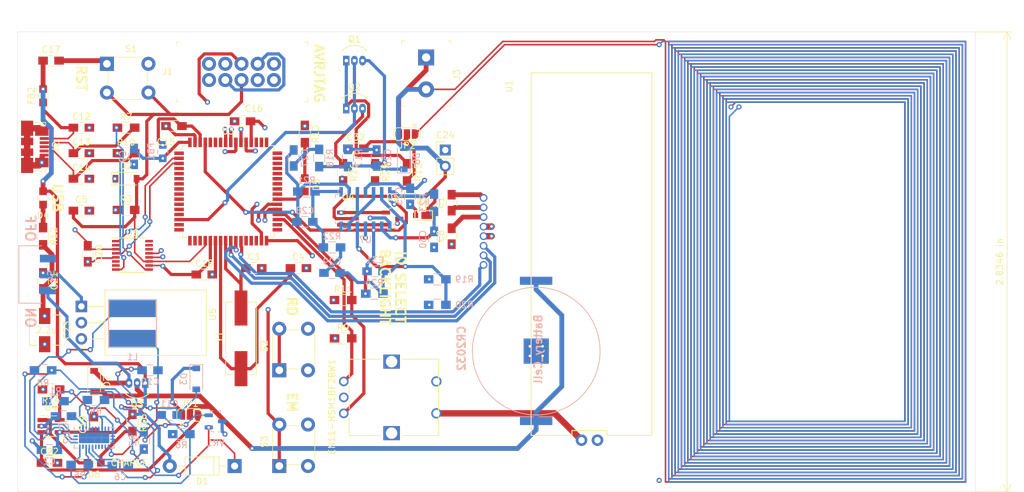
<source format=kicad_pcb>
(kicad_pcb (version 20171130) (host pcbnew 5.1.4)
  (layers (0 F.Cu signal) (1 In1.Cu power) (2 In2.Cu power) (31 B.Cu signal) (34 B.Paste user) (35 F.Paste user) (36 B.SilkS user) (37 F.SilkS user) (38 B.Mask user) (39 F.Mask user) (44 Edge.Cuts user))
  (net 0 "")
  (net 1 GND)
  (net 2 "Net-(C1-Pad1)")
  (net 3 "Net-(C1-Pad2)")
  (net 4 /USB_VBUS)
  (net 5 "Net-(C3-Pad1)")
  (net 6 "Net-(C4-Pad1)")
  (net 7 /~RESET~)
  (net 8 "Net-(C6-Pad1)")
  (net 9 "Net-(C7-Pad2)")
  (net 10 +3V3)
  (net 11 "Net-(C8-Pad2)")
  (net 12 "Net-(C9-Pad1)")
  (net 13 "Net-(C10-Pad1)")
  (net 14 "Net-(C10-Pad2)")
  (net 15 "Net-(C11-Pad1)")
  (net 16 "Net-(C11-Pad2)")
  (net 17 "Net-(C12-Pad1)")
  (net 18 "Net-(C13-Pad1)")
  (net 19 "Net-(C14-Pad1)")
  (net 20 /VSUPPLY)
  (net 21 /CHARGE_MCP)
  (net 22 /ANTENNA)
  (net 23 "Net-(C26-Pad2)")
  (net 24 "Net-(C27-Pad1)")
  (net 25 PRI_MID)
  (net 26 "Net-(C28-Pad1)")
  (net 27 "Net-(C29-Pad2)")
  (net 28 "Net-(C30-Pad1)")
  (net 29 /DATA_IN_AN)
  (net 30 "Net-(D1-Pad1)")
  (net 31 /CHARGE_LT)
  (net 32 "Net-(D4-Pad2)")
  (net 33 "Net-(D5-Pad1)")
  (net 34 /STAT)
  (net 35 "Net-(D6-Pad1)")
  (net 36 "Net-(D6-Pad2)")
  (net 37 "Net-(J1-Pad9)")
  (net 38 "Net-(J1-Pad5)")
  (net 39 "Net-(J1-Pad3)")
  (net 40 "Net-(J1-Pad1)")
  (net 41 "Net-(J3-Pad1)")
  (net 42 "Net-(Q1-Pad1)")
  (net 43 /OC0)
  (net 44 /DATA_OUT)
  (net 45 "Net-(R1-Pad2)")
  (net 46 "Net-(R4-Pad1)")
  (net 47 /USB_D-)
  (net 48 "Net-(L1-Pad1)")
  (net 49 "Net-(R9-Pad2)")
  (net 50 /USB_D+)
  (net 51 "Net-(R11-Pad2)")
  (net 52 "Net-(R14-Pad1)")
  (net 53 "Net-(R19-Pad2)")
  (net 54 "Net-(S2-Pad1)")
  (net 55 "Net-(S3-Pad1)")
  (net 56 /BKL_SW2)
  (net 57 /DATA_IN_DIG)
  (net 58 /~I2C_RST~)
  (net 59 /I2C_SCL)
  (net 60 /I2C_SDA)
  (net 61 /UART0_RX)
  (net 62 /UART0_TX)
  (net 63 "Net-(Q1-Pad3)")
  (net 64 "Net-(Q2-Pad3)")
  (net 65 "Net-(Q4-Pad2)")
  (net 66 "Net-(D7-Pad1)")
  (net 67 "Net-(BT1-Pad1)")
  (net 68 "Net-(C27-Pad2)")
  (net 69 "Net-(C29-Pad1)")
  (net 70 "Net-(C32-Pad2)")
  (net 71 "Net-(J1-Pad8)")
  (net 72 "Net-(J2-Pad4)")
  (net 73 +5V)
  (net 74 "Net-(S4-Pad3)")
  (net 75 "Net-(U2-Pad1)")
  (net 76 "Net-(U2-Pad23)")
  (net 77 "Net-(U2-Pad27)")
  (net 78 "Net-(U2-Pad28)")
  (net 79 "Net-(U3-Pad1)")
  (net 80 "Net-(U3-Pad4)")
  (net 81 "Net-(U3-Pad5)")
  (net 82 "Net-(U3-Pad6)")
  (net 83 "Net-(U3-Pad7)")
  (net 84 "Net-(U3-Pad8)")
  (net 85 "Net-(U3-Pad9)")
  (net 86 "Net-(U3-Pad10)")
  (net 87 "Net-(U3-Pad11)")
  (net 88 "Net-(U3-Pad12)")
  (net 89 "Net-(U3-Pad13)")
  (net 90 "Net-(U3-Pad15)")
  (net 91 "Net-(U3-Pad16)")
  (net 92 "Net-(U3-Pad17)")
  (net 93 "Net-(U3-Pad18)")
  (net 94 "Net-(U3-Pad19)")
  (net 95 "Net-(U3-Pad28)")
  (net 96 "Net-(U3-Pad29)")
  (net 97 "Net-(U3-Pad30)")
  (net 98 "Net-(U3-Pad33)")
  (net 99 "Net-(U3-Pad34)")
  (net 100 "Net-(U3-Pad40)")
  (net 101 "Net-(U3-Pad41)")
  (net 102 "Net-(U3-Pad42)")
  (net 103 "Net-(U3-Pad43)")
  (net 104 "Net-(U3-Pad44)")
  (net 105 "Net-(U3-Pad45)")
  (net 106 "Net-(U3-Pad46)")
  (net 107 "Net-(U3-Pad47)")
  (net 108 "Net-(U3-Pad48)")
  (net 109 "Net-(U3-Pad49)")
  (net 110 "Net-(U3-Pad50)")
  (net 111 "Net-(U3-Pad51)")
  (net 112 "Net-(U3-Pad58)")
  (net 113 "Net-(U3-Pad59)")
  (net 114 "Net-(U3-Pad60)")
  (net 115 "Net-(U6-Pad16)")
  (net 116 "Net-(U6-Pad15)")
  (net 117 "Net-(U6-Pad14)")
  (net 118 "Net-(U6-Pad7)")
  (net 119 "Net-(U6-Pad6)")
  (net 120 "Net-(U6-Pad2)")
  (module rfid-footprints:NHD-C0216CiZ (layer F.Cu) (at 142 89 270)
    (fp_text reference U1 (at -17.5 -4 90) (layer F.SilkS))
    (fp_text value NHD-C0216CiZ-FSW-FBW-3V3)
    (pad K thru_hole circle (at 37.95 -17.84 270) (size 1.8 1.8) (drill 1) (layers *.Cu *.Mask) (net 1 GND))
    (pad A thru_hole circle (at 37.95 -15.34 270) (size 1.8 1.8) (drill 1) (layers *.Cu *.Mask) (net 56 /BKL_SW2))
    (pad 1 thru_hole circle (at 10.5 0 270) (size 1.2 1.2) (drill 0.8) (layers *.Cu *.Mask) (net 58 /~I2C_RST~))
    (pad 2 thru_hole circle (at 9 0 270) (size 1.2 1.2) (drill 0.8) (layers *.Cu *.Mask) (net 59 /I2C_SCL))
    (pad 3 thru_hole circle (at 7.5 0 270) (size 1.2 1.2) (drill 0.8) (layers *.Cu *.Mask) (net 60 /I2C_SDA))
    (pad 4 thru_hole circle (at 6 0 270) (size 1.2 1.2) (drill 0.8) (layers *.Cu *.Mask) (net 1 GND))
    (pad 5 thru_hole circle (at 4.5 0 270) (size 1.2 1.2) (drill 0.8) (layers *.Cu *.Mask) (net 10 +3V3))
    (pad 6 thru_hole circle (at 3 0 270) (size 1.2 1.2) (drill 0.8) (layers *.Cu *.Mask) (net 11 "Net-(C8-Pad2)"))
    (pad 7 thru_hole circle (at 1.5 0 270) (size 1.2 1.2) (drill 0.8) (layers *.Cu *.Mask) (net 2 "Net-(C1-Pad1)"))
    (pad 8 thru_hole circle (at 0 0 270) (size 1.2 1.2) (drill 0.8) (layers *.Cu *.Mask) (net 3 "Net-(C1-Pad2)"))
  )
  (module rfid-footprints:EN11-HSM1BF20 (layer F.Cu) (at 127.4887 120.25 270)
    (fp_text reference SW1 (at -4.5 9.25 90) (layer F.SilkS))
    (fp_text value EN11-HSM1BF20 (at 2.5 9.25 90) (layer F.SilkS))
    (pad 7 thru_hole rect (at 5.6007 -0.1043 270) (size 2.2 2.5908) (drill 1.8) (layers *.Cu *.Mask))
    (pad 6 thru_hole rect (at -5.6007 -0.1043 270) (size 2.2 2.5908) (drill 1.8) (layers *.Cu *.Mask))
    (pad B thru_hole circle (at 2.5 7.3887 270) (size 1.4986 1.4986) (drill 0.9906) (layers *.Cu *.Mask) (net 51 "Net-(R11-Pad2)"))
    (pad C thru_hole circle (at 0 7.3887 270) (size 1.4986 1.4986) (drill 0.9906) (layers *.Cu *.Mask) (net 1 GND))
    (pad A thru_hole circle (at -2.5 7.3887 270) (size 1.4986 1.4986) (drill 0.9906) (layers *.Cu *.Mask) (net 49 "Net-(R9-Pad2)"))
    (pad S2 thru_hole circle (at 2.5 -7.1147 270) (size 1.6002 1.6002) (drill 1.0922) (layers *.Cu *.Mask) (net 56 /BKL_SW2))
    (pad S1 thru_hole circle (at -2.5 -7.1147 270) (size 1.6002 1.6002) (drill 1.0922) (layers *.Cu *.Mask) (net 10 +3V3))
  )
  (module rfid-footprints:EEE-1VA2R2NR (layer F.Cu) (at 73.25 109.7098 90)
    (fp_text reference C23 (at 0 3.5 90) (layer F.SilkS))
    (fp_text value 2.2u (at 0 0.25 180) (layer F.SilkS))
    (pad 2 smd rect (at 2.2098 0 90) (size 2.5146 1.778) (layers F.Cu F.Paste F.Mask) (net 1 GND))
    (pad 1 smd rect (at -2.2098 0 90) (size 2.5146 1.778) (layers F.Cu F.Paste F.Mask) (net 10 +3V3))
  )
  (module rfid-footprints:SW_JS102011SAQN (layer B.Cu) (at 71 101 90)
    (fp_text reference S4 (at -0.25 3.25 270) (layer B.SilkS) (effects (font (size 1.00073 1.00073)) (justify mirror)))
    (fp_text value JS102011SAQN)
    (pad Hole np_thru_hole circle (at 3.4 0 90) (size 1 1) (drill 1) (layers *.Cu *.Mask B.SilkS))
    (pad Hole np_thru_hole circle (at -3.4 0 90) (size 1 1) (drill 1) (layers *.Cu *.Mask B.SilkS))
    (pad 3 smd rect (at 2.5 2.75 90) (size 1.2 2.5) (layers B.Cu B.Paste B.Mask) (net 74 "Net-(S4-Pad3)"))
    (pad 2 smd rect (at 0 2.75 90) (size 1.2 2.5) (layers B.Cu B.Paste B.Mask) (net 20 /VSUPPLY))
    (pad 1 smd rect (at -2.5 2.75 90) (size 1.2 2.5) (layers B.Cu B.Paste B.Mask) (net 66 "Net-(D7-Pad1)"))
  )
  (module rfid-footprints:CDRH6D28 (layer B.Cu) (at 87 108.675 180)
    (fp_text reference L1 (at 0 -5.25) (layer B.SilkS) (effects (justify mirror)))
    (fp_text value 3.9u)
    (pad 2 smd rect (at 0 -2.325 180) (size 7.3 2.65) (layers B.Cu B.Paste B.Mask) (net 14 "Net-(C10-Pad2)"))
    (pad 1 smd rect (at 0 2.325 180) (size 7.3 2.65) (layers B.Cu B.Paste B.Mask) (net 48 "Net-(L1-Pad1)"))
  )
  (module digikey-footprints:SOT-23-3 (layer F.Cu) (at 127.75 92.25)
    (fp_text reference Q5 (at 0.025 -3.375) (layer F.SilkS))
    (fp_text value IRLML6344TRPBF)
    (pad 1 smd rect (at -1.05 -0.95) (size 1.3 0.6) (layers F.Cu F.Paste F.Mask) (net 44 /DATA_OUT))
    (pad 2 smd rect (at -1.05 0.95) (size 1.3 0.6) (layers F.Cu F.Paste F.Mask) (net 65 "Net-(Q4-Pad2)"))
    (pad 3 smd rect (at 1.05 0) (size 1.3 0.6) (layers F.Cu F.Paste F.Mask) (net 1 GND))
  )
  (module digikey-footprints:SOT-23-3 (layer F.Cu) (at 120.75 92.25)
    (fp_text reference Q4 (at 0.025 -3.375) (layer F.SilkS))
    (fp_text value IRLML6344TRPBF)
    (pad 1 smd rect (at -1.05 -0.95) (size 1.3 0.6) (layers F.Cu F.Paste F.Mask) (net 44 /DATA_OUT))
    (pad 2 smd rect (at -1.05 0.95) (size 1.3 0.6) (layers F.Cu F.Paste F.Mask) (net 65 "Net-(Q4-Pad2)"))
    (pad 3 smd rect (at 1.05 0) (size 1.3 0.6) (layers F.Cu F.Paste F.Mask) (net 22 /ANTENNA))
  )
  (module Resistors_SMD:R_0805_HandSoldering (layer F.Cu) (at 120 85 270)
    (fp_text reference R26 (at 0 -1.7 90) (layer F.SilkS))
    (fp_text value 100)
    (pad 1 smd rect (at -1.35 0 270) (size 1.5 1.3) (layers F.Cu F.Paste F.Mask) (net 64 "Net-(Q2-Pad3)"))
    (pad 2 smd rect (at 1.35 0 270) (size 1.5 1.3) (layers F.Cu F.Paste F.Mask) (net 1 GND))
  )
  (module Resistors_SMD:R_0805_HandSoldering (layer F.Cu) (at 125 85 270)
    (fp_text reference R25 (at 0 -1.7 90) (layer F.SilkS))
    (fp_text value 100)
    (pad 1 smd rect (at -1.35 0 270) (size 1.5 1.3) (layers F.Cu F.Paste F.Mask) (net 63 "Net-(Q1-Pad3)"))
    (pad 2 smd rect (at 1.35 0 270) (size 1.5 1.3) (layers F.Cu F.Paste F.Mask) (net 73 +5V))
  )
  (module digikey-footprints:SOT-23-3 (layer B.Cu) (at 100 124)
    (fp_text reference VR1 (at 0.025 3.375 -180) (layer B.SilkS) (effects (justify mirror)))
    (fp_text value TL431AIDBZR)
    (pad 1 smd rect (at -1.05 0.95) (size 1.3 0.6) (layers B.Cu B.Paste B.Mask) (net 30 "Net-(D1-Pad1)"))
    (pad 2 smd rect (at -1.05 -0.95) (size 1.3 0.6) (layers B.Cu B.Paste B.Mask) (net 45 "Net-(R1-Pad2)"))
    (pad 3 smd rect (at 1.05 0) (size 1.3 0.6) (layers B.Cu B.Paste B.Mask) (net 1 GND))
  )
  (module digikey-footprints:SOIC-14_W3.9mm (layer B.Cu) (at 123.5 90.75)
    (fp_text reference U7 (at 0 4.79 180) (layer B.SilkS) (effects (justify mirror)))
    (fp_text value LM324DT)
    (pad 14 smd rect (at -3.81 2.7) (size 0.55 1.5) (layers B.Cu B.Paste B.Mask) (net 25 PRI_MID))
    (pad 13 smd rect (at -2.54 2.7) (size 0.55 1.5) (layers B.Cu B.Paste B.Mask) (net 25 PRI_MID))
    (pad 12 smd rect (at -1.27 2.7) (size 0.55 1.5) (layers B.Cu B.Paste B.Mask) (net 53 "Net-(R19-Pad2)"))
    (pad 11 smd rect (at 0 2.7) (size 0.55 1.5) (layers B.Cu B.Paste B.Mask) (net 1 GND))
    (pad 10 smd rect (at 1.27 2.7) (size 0.55 1.5) (layers B.Cu B.Paste B.Mask) (net 29 /DATA_IN_AN))
    (pad 9 smd rect (at 2.54 2.7) (size 0.55 1.5) (layers B.Cu B.Paste B.Mask) (net 28 "Net-(C30-Pad1)"))
    (pad 8 smd rect (at 3.81 2.7) (size 0.55 1.5) (layers B.Cu B.Paste B.Mask) (net 57 /DATA_IN_DIG))
    (pad 7 smd rect (at 3.81 -2.7) (size 0.55 1.5) (layers B.Cu B.Paste B.Mask) (net 29 /DATA_IN_AN))
    (pad 6 smd rect (at 2.54 -2.7) (size 0.55 1.5) (layers B.Cu B.Paste B.Mask) (net 69 "Net-(C29-Pad1)"))
    (pad 5 smd rect (at 1.27 -2.7) (size 0.55 1.5) (layers B.Cu B.Paste B.Mask) (net 25 PRI_MID))
    (pad 4 smd rect (at 0 -2.7) (size 0.55 1.5) (layers B.Cu B.Paste B.Mask) (net 10 +3V3))
    (pad 3 smd rect (at -1.27 -2.7) (size 0.55 1.5) (layers B.Cu B.Paste B.Mask) (net 25 PRI_MID))
    (pad 2 smd rect (at -2.54 -2.7) (size 0.55 1.5) (layers B.Cu B.Paste B.Mask) (net 68 "Net-(C27-Pad2)"))
    (pad 1 smd rect (at -3.81 -2.7) (size 0.55 1.5) (layers B.Cu B.Paste B.Mask) (net 26 "Net-(C28-Pad1)"))
  )
  (module Package_SO:SSOP-16_3.9x4.9mm_P0.635mm (layer F.Cu) (at 87 98)
    (fp_text reference U6 (at 0 -3.5) (layer F.SilkS))
    (fp_text value FT230XS)
    (pad 16 smd rect (at 2.6 -2.2225) (size 1.2 0.4) (layers F.Cu F.Paste F.Mask) (net 115 "Net-(U6-Pad16)"))
    (pad 15 smd rect (at 2.6 -1.5875) (size 1.2 0.4) (layers F.Cu F.Paste F.Mask) (net 116 "Net-(U6-Pad15)"))
    (pad 14 smd rect (at 2.6 -0.9525) (size 1.2 0.4) (layers F.Cu F.Paste F.Mask) (net 117 "Net-(U6-Pad14)"))
    (pad 13 smd rect (at 2.6 -0.3175) (size 1.2 0.4) (layers F.Cu F.Paste F.Mask) (net 1 GND))
    (pad 12 smd rect (at 2.6 0.3175) (size 1.2 0.4) (layers F.Cu F.Paste F.Mask) (net 10 +3V3))
    (pad 11 smd rect (at 2.6 0.9525) (size 1.2 0.4) (layers F.Cu F.Paste F.Mask) (net 7 /~RESET~))
    (pad 10 smd rect (at 2.6 1.5875) (size 1.2 0.4) (layers F.Cu F.Paste F.Mask) (net 10 +3V3))
    (pad 9 smd rect (at 2.6 2.2225) (size 1.2 0.4) (layers F.Cu F.Paste F.Mask) (net 47 /USB_D-))
    (pad 8 smd rect (at -2.6 2.2225) (size 1.2 0.4) (layers F.Cu F.Paste F.Mask) (net 50 /USB_D+))
    (pad 7 smd rect (at -2.6 1.5875) (size 1.2 0.4) (layers F.Cu F.Paste F.Mask) (net 118 "Net-(U6-Pad7)"))
    (pad 6 smd rect (at -2.6 0.9525) (size 1.2 0.4) (layers F.Cu F.Paste F.Mask) (net 119 "Net-(U6-Pad6)"))
    (pad 5 smd rect (at -2.6 0.3175) (size 1.2 0.4) (layers F.Cu F.Paste F.Mask) (net 1 GND))
    (pad 4 smd rect (at -2.6 -0.3175) (size 1.2 0.4) (layers F.Cu F.Paste F.Mask) (net 62 /UART0_TX))
    (pad 3 smd rect (at -2.6 -0.9525) (size 1.2 0.4) (layers F.Cu F.Paste F.Mask) (net 10 +3V3))
    (pad 2 smd rect (at -2.6 -1.5875) (size 1.2 0.4) (layers F.Cu F.Paste F.Mask) (net 120 "Net-(U6-Pad2)"))
    (pad 1 smd rect (at -2.6 -2.2225) (size 1.2 0.4) (layers F.Cu F.Paste F.Mask) (net 61 /UART0_RX))
  )
  (module TO_SOT_Packages_THT:TO-220-3_Horizontal (layer F.Cu) (at 79 106 270)
    (fp_text reference U5 (at 1.25 -20.58 90) (layer F.SilkS))
    (fp_text value LF33_TO252)
    (pad 0 np_thru_hole oval (at 2.54 -16.66 270) (size 3.5 3.5) (drill 3.5) (layers *.Cu *.Mask))
    (pad 1 thru_hole rect (at 0 0 270) (size 1.8 1.8) (drill 1) (layers *.Cu *.Mask) (net 20 /VSUPPLY))
    (pad 2 thru_hole oval (at 2.54 0 270) (size 1.8 1.8) (drill 1) (layers *.Cu *.Mask) (net 1 GND))
    (pad 3 thru_hole oval (at 5.08 0 270) (size 1.8 1.8) (drill 1) (layers *.Cu *.Mask) (net 10 +3V3))
  )
  (module TO_SOT_Packages_SMD:SOT-23-5_HandSoldering (layer F.Cu) (at 74.25 124.75)
    (fp_text reference U4 (at 0 -2.9) (layer F.SilkS))
    (fp_text value MCP73832-2-OT)
    (pad 1 smd rect (at -1.35 -0.95) (size 1.56 0.65) (layers F.Cu F.Paste F.Mask) (net 36 "Net-(D6-Pad2)"))
    (pad 2 smd rect (at -1.35 0) (size 1.56 0.65) (layers F.Cu F.Paste F.Mask) (net 1 GND))
    (pad 3 smd rect (at -1.35 0.95) (size 1.56 0.65) (layers F.Cu F.Paste F.Mask) (net 21 /CHARGE_MCP))
    (pad 4 smd rect (at 1.35 0.95) (size 1.56 0.65) (layers F.Cu F.Paste F.Mask) (net 4 /USB_VBUS))
    (pad 5 smd rect (at 1.35 -0.95) (size 1.56 0.65) (layers F.Cu F.Paste F.Mask) (net 52 "Net-(R14-Pad1)"))
  )
  (module Housings_DFN_QFN:QFN-28-1EP_3x6mm_Pitch0.5mm (layer B.Cu) (at 81 126.575 270)
    (fp_text reference U2 (at 0 4.25 90) (layer B.SilkS) (effects (justify mirror)))
    (fp_text value LT8613)
    (pad 1 smd rect (at -1.4 2.25 270) (size 0.7 0.25) (layers B.Cu B.Paste B.Mask) (net 75 "Net-(U2-Pad1)"))
    (pad 2 smd rect (at -1.4 1.75 270) (size 0.7 0.25) (layers B.Cu B.Paste B.Mask) (net 9 "Net-(C7-Pad2)"))
    (pad 3 smd rect (at -1.4 1.25 270) (size 0.7 0.25) (layers B.Cu B.Paste B.Mask) (net 46 "Net-(R4-Pad1)"))
    (pad 4 smd rect (at -1.4 0.75 270) (size 0.7 0.25) (layers B.Cu B.Paste B.Mask) (net 30 "Net-(D1-Pad1)"))
    (pad 5 smd rect (at -1.4 0.25 270) (size 0.7 0.25) (layers B.Cu B.Paste B.Mask) (net 30 "Net-(D1-Pad1)"))
    (pad 6 smd rect (at -1.4 -0.25 270) (size 0.7 0.25) (layers B.Cu B.Paste B.Mask))
    (pad 7 smd rect (at -1.4 -0.75 270) (size 0.7 0.25) (layers B.Cu B.Paste B.Mask))
    (pad 8 smd rect (at -1.4 -1.25 270) (size 0.7 0.25) (layers B.Cu B.Paste B.Mask) (net 1 GND))
    (pad 9 smd rect (at -1.4 -1.75 270) (size 0.7 0.25) (layers B.Cu B.Paste B.Mask))
    (pad 10 smd rect (at -1.4 -2.25 270) (size 0.7 0.25) (layers B.Cu B.Paste B.Mask))
    (pad 11 smd rect (at -0.75 -2.9 180) (size 0.7 0.25) (layers B.Cu B.Paste B.Mask) (net 1 GND))
    (pad 12 smd rect (at -0.25 -2.9 180) (size 0.7 0.25) (layers B.Cu B.Paste B.Mask))
    (pad 13 smd rect (at 0.25 -2.9 180) (size 0.7 0.25) (layers B.Cu B.Paste B.Mask))
    (pad 14 smd rect (at 0.75 -2.9 180) (size 0.7 0.25) (layers B.Cu B.Paste B.Mask))
    (pad 15 smd rect (at 1.4 -2.25 270) (size 0.7 0.25) (layers B.Cu B.Paste B.Mask) (net 14 "Net-(C10-Pad2)"))
    (pad 16 smd rect (at 1.4 -1.75 270) (size 0.7 0.25) (layers B.Cu B.Paste B.Mask))
    (pad 17 smd rect (at 1.4 -1.25 270) (size 0.7 0.25) (layers B.Cu B.Paste B.Mask))
    (pad 18 smd rect (at 1.4 -0.75 270) (size 0.7 0.25) (layers B.Cu B.Paste B.Mask))
    (pad 19 smd rect (at 1.4 -0.25 270) (size 0.7 0.25) (layers B.Cu B.Paste B.Mask))
    (pad 20 smd rect (at 1.4 0.25 270) (size 0.7 0.25) (layers B.Cu B.Paste B.Mask) (net 13 "Net-(C10-Pad1)"))
    (pad 21 smd rect (at 1.4 0.75 270) (size 0.7 0.25) (layers B.Cu B.Paste B.Mask) (net 8 "Net-(C6-Pad1)"))
    (pad 22 smd rect (at 1.4 1.25 270) (size 0.7 0.25) (layers B.Cu B.Paste B.Mask) (net 15 "Net-(C11-Pad1)"))
    (pad 23 smd rect (at 1.4 1.75 270) (size 0.7 0.25) (layers B.Cu B.Paste B.Mask) (net 76 "Net-(U2-Pad23)"))
    (pad 24 smd rect (at 1.4 2.25 270) (size 0.7 0.25) (layers B.Cu B.Paste B.Mask) (net 16 "Net-(C11-Pad2)"))
    (pad 25 smd rect (at 0.75 2.9 180) (size 0.7 0.25) (layers B.Cu B.Paste B.Mask) (net 48 "Net-(L1-Pad1)"))
    (pad 26 smd rect (at 0.25 2.9 180) (size 0.7 0.25) (layers B.Cu B.Paste B.Mask) (net 15 "Net-(C11-Pad1)"))
    (pad 27 smd rect (at -0.25 2.9 180) (size 0.7 0.25) (layers B.Cu B.Paste B.Mask) (net 77 "Net-(U2-Pad27)"))
    (pad 28 smd rect (at -0.75 2.9 180) (size 0.7 0.25) (layers B.Cu B.Paste B.Mask) (net 78 "Net-(U2-Pad28)"))
    (pad 29 smd rect (at 0.425 -1.78125 270) (size 0.85 1.1875) (layers B.Cu B.Paste B.Mask))
    (pad 29 smd rect (at 0.425 -0.59375 270) (size 0.85 1.1875) (layers B.Cu B.Paste B.Mask))
    (pad 29 smd rect (at 0.425 0.59375 270) (size 0.85 1.1875) (layers B.Cu B.Paste B.Mask))
    (pad 29 smd rect (at 0.425 1.78125 270) (size 0.85 1.1875) (layers B.Cu B.Paste B.Mask))
    (pad 29 smd rect (at -0.425 -1.78125 270) (size 0.85 1.1875) (layers B.Cu B.Paste B.Mask))
    (pad 29 smd rect (at -0.425 -0.59375 270) (size 0.85 1.1875) (layers B.Cu B.Paste B.Mask))
    (pad 29 smd rect (at -0.425 0.59375 270) (size 0.85 1.1875) (layers B.Cu B.Paste B.Mask))
    (pad 29 smd rect (at -0.425 1.78125 270) (size 0.85 1.1875) (layers B.Cu B.Paste B.Mask))
  )
  (module digikey-footprints:Switch_Tactile_THT_6x6mm (layer F.Cu) (at 110 131 90)
    (fp_text reference S3 (at 3.81 -2.3368 90) (layer F.SilkS))
    (fp_text value 1825910-6)
    (pad 3 thru_hole circle (at 0 4.5 90) (size 2.2 2.2) (drill 1.2) (layers *.Cu *.Mask) (net 1 GND))
    (pad 4 thru_hole circle (at 6.5 4.5 90) (size 2.2 2.2) (drill 1.2) (layers *.Cu *.Mask) (net 1 GND))
    (pad 2 thru_hole circle (at 6.5 0 90) (size 2.2 2.2) (drill 1.2) (layers *.Cu *.Mask) (net 55 "Net-(S3-Pad1)"))
    (pad 1 thru_hole rect (at 0 0 90) (size 2.2 2.2) (drill 1.2) (layers *.Cu *.Mask) (net 55 "Net-(S3-Pad1)"))
  )
  (module digikey-footprints:Switch_Tactile_THT_6x6mm (layer F.Cu) (at 110 116 90)
    (fp_text reference S2 (at 3.81 -2.3368 90) (layer F.SilkS))
    (fp_text value 1825910-6)
    (pad 3 thru_hole circle (at 0 4.5 90) (size 2.2 2.2) (drill 1.2) (layers *.Cu *.Mask) (net 1 GND))
    (pad 4 thru_hole circle (at 6.5 4.5 90) (size 2.2 2.2) (drill 1.2) (layers *.Cu *.Mask) (net 1 GND))
    (pad 2 thru_hole circle (at 6.5 0 90) (size 2.2 2.2) (drill 1.2) (layers *.Cu *.Mask) (net 54 "Net-(S2-Pad1)"))
    (pad 1 thru_hole rect (at 0 0 90) (size 2.2 2.2) (drill 1.2) (layers *.Cu *.Mask) (net 54 "Net-(S2-Pad1)"))
  )
  (module digikey-footprints:Switch_Tactile_THT_6x6mm (layer F.Cu) (at 83 68)
    (fp_text reference S1 (at 3.81 -2.3368) (layer F.SilkS))
    (fp_text value 1825910-6)
    (pad 3 thru_hole circle (at 0 4.5) (size 2.2 2.2) (drill 1.2) (layers *.Cu *.Mask) (net 7 /~RESET~))
    (pad 4 thru_hole circle (at 6.5 4.5) (size 2.2 2.2) (drill 1.2) (layers *.Cu *.Mask) (net 7 /~RESET~))
    (pad 2 thru_hole circle (at 6.5 0) (size 2.2 2.2) (drill 1.2) (layers *.Cu *.Mask) (net 1 GND))
    (pad 1 thru_hole rect (at 0 0) (size 2.2 2.2) (drill 1.2) (layers *.Cu *.Mask) (net 1 GND))
  )
  (module Resistors_SMD:R_0805_HandSoldering (layer B.Cu) (at 124.9 104 180)
    (fp_text reference R24 (at 0 1.7) (layer B.SilkS) (effects (justify mirror)))
    (fp_text value 47k)
    (pad 1 smd rect (at -1.35 0 180) (size 1.5 1.3) (layers B.Cu B.Paste B.Mask) (net 69 "Net-(C29-Pad1)"))
    (pad 2 smd rect (at 1.35 0 180) (size 1.5 1.3) (layers B.Cu B.Paste B.Mask) (net 29 /DATA_IN_AN))
  )
  (module Resistors_SMD:R_0805_HandSoldering (layer B.Cu) (at 134.25 89.75 270)
    (fp_text reference R23 (at 0 1.7 270) (layer B.SilkS) (effects (justify mirror)))
    (fp_text value 10k)
    (pad 1 smd rect (at -1.35 0 270) (size 1.5 1.3) (layers B.Cu B.Paste B.Mask) (net 29 /DATA_IN_AN))
    (pad 2 smd rect (at 1.35 0 270) (size 1.5 1.3) (layers B.Cu B.Paste B.Mask) (net 28 "Net-(C30-Pad1)"))
  )
  (module Resistors_SMD:R_0805_HandSoldering (layer B.Cu) (at 118.25 96.75)
    (fp_text reference R22 (at 0 -1.75) (layer B.SilkS) (effects (justify mirror)))
    (fp_text value 4.7k)
    (pad 1 smd rect (at -1.35 0) (size 1.5 1.3) (layers B.Cu B.Paste B.Mask) (net 26 "Net-(C28-Pad1)"))
    (pad 2 smd rect (at 1.35 0) (size 1.5 1.3) (layers B.Cu B.Paste B.Mask) (net 27 "Net-(C29-Pad2)"))
  )
  (module Resistors_SMD:R_0805_HandSoldering (layer B.Cu) (at 114.25 88)
    (fp_text reference R21 (at 0 -1.75) (layer B.SilkS) (effects (justify mirror)))
    (fp_text value 47k)
    (pad 1 smd rect (at -1.35 0) (size 1.5 1.3) (layers B.Cu B.Paste B.Mask) (net 68 "Net-(C27-Pad2)"))
    (pad 2 smd rect (at 1.35 0) (size 1.5 1.3) (layers B.Cu B.Paste B.Mask) (net 26 "Net-(C28-Pad1)"))
  )
  (module Resistors_SMD:R_0805_HandSoldering (layer B.Cu) (at 134.75 105.75 180)
    (fp_text reference R20 (at -4.25 0) (layer B.SilkS) (effects (justify mirror)))
    (fp_text value 100k)
    (pad 1 smd rect (at -1.35 0 180) (size 1.5 1.3) (layers B.Cu B.Paste B.Mask) (net 53 "Net-(R19-Pad2)"))
    (pad 2 smd rect (at 1.35 0 180) (size 1.5 1.3) (layers B.Cu B.Paste B.Mask) (net 1 GND))
  )
  (module Resistors_SMD:R_0805_HandSoldering (layer B.Cu) (at 134.75 101.75)
    (fp_text reference R19 (at 4.25 0) (layer B.SilkS) (effects (justify mirror)))
    (fp_text value 100k)
    (pad 1 smd rect (at -1.35 0) (size 1.5 1.3) (layers B.Cu B.Paste B.Mask) (net 10 +3V3))
    (pad 2 smd rect (at 1.35 0) (size 1.5 1.3) (layers B.Cu B.Paste B.Mask) (net 53 "Net-(R19-Pad2)"))
  )
  (module Resistors_SMD:R_0805_HandSoldering (layer B.Cu) (at 116.25 82.75 90)
    (fp_text reference R18 (at 0 1.7 90) (layer B.SilkS) (effects (justify mirror)))
    (fp_text value 4.7k)
    (pad 1 smd rect (at -1.35 0 90) (size 1.5 1.3) (layers B.Cu B.Paste B.Mask) (net 23 "Net-(C26-Pad2)"))
    (pad 2 smd rect (at 1.35 0 90) (size 1.5 1.3) (layers B.Cu B.Paste B.Mask) (net 24 "Net-(C27-Pad1)"))
  )
  (module Resistors_SMD:R_0805_HandSoldering (layer B.Cu) (at 120.75 82.75 90)
    (fp_text reference R17 (at 0 1.7 90) (layer B.SilkS) (effects (justify mirror)))
    (fp_text value 560k)
    (pad 1 smd rect (at -1.35 0 90) (size 1.5 1.3) (layers B.Cu B.Paste B.Mask) (net 23 "Net-(C26-Pad2)"))
    (pad 2 smd rect (at 1.35 0 90) (size 1.5 1.3) (layers B.Cu B.Paste B.Mask) (net 1 GND))
  )
  (module Resistors_SMD:R_0805_HandSoldering (layer F.Cu) (at 87 124.25 270)
    (fp_text reference R16 (at 0 -1.7 90) (layer F.SilkS))
    (fp_text value 220)
    (pad 1 smd rect (at -1.35 0 270) (size 1.5 1.3) (layers F.Cu F.Paste F.Mask) (net 4 /USB_VBUS))
    (pad 2 smd rect (at 1.35 0 270) (size 1.5 1.3) (layers F.Cu F.Paste F.Mask) (net 35 "Net-(D6-Pad1)"))
  )
  (module Resistors_SMD:R_0805_HandSoldering (layer F.Cu) (at 130 85 90)
    (fp_text reference R15 (at 0 1.75 90) (layer F.SilkS))
    (fp_text value 10)
    (pad 1 smd rect (at -1.35 0 90) (size 1.5 1.3) (layers F.Cu F.Paste F.Mask) (net 70 "Net-(C32-Pad2)"))
    (pad 2 smd rect (at 1.35 0 90) (size 1.5 1.3) (layers F.Cu F.Paste F.Mask) (net 42 "Net-(Q1-Pad1)"))
  )
  (module Resistors_SMD:R_0805_HandSoldering (layer F.Cu) (at 74.25 119 180)
    (fp_text reference R14 (at 0 -1.7) (layer F.SilkS))
    (fp_text value 47k)
    (pad 1 smd rect (at -1.35 0 180) (size 1.5 1.3) (layers F.Cu F.Paste F.Mask) (net 52 "Net-(R14-Pad1)"))
    (pad 2 smd rect (at 1.35 0 180) (size 1.5 1.3) (layers F.Cu F.Paste F.Mask) (net 1 GND))
  )
  (module Resistors_SMD:R_0805_HandSoldering (layer F.Cu) (at 114 79 270)
    (fp_text reference R13 (at 0 -1.7 90) (layer F.SilkS))
    (fp_text value 220)
    (pad 1 smd rect (at -1.35 0 270) (size 1.5 1.3) (layers F.Cu F.Paste F.Mask) (net 10 +3V3))
    (pad 2 smd rect (at 1.35 0 270) (size 1.5 1.3) (layers F.Cu F.Paste F.Mask) (net 33 "Net-(D5-Pad1)"))
  )
  (module Resistors_SMD:R_0805_HandSoldering (layer F.Cu) (at 73 95 270)
    (fp_text reference R12 (at 0 -1.7 90) (layer F.SilkS))
    (fp_text value 220k)
    (pad 1 smd rect (at -1.35 0 270) (size 1.5 1.3) (layers F.Cu F.Paste F.Mask) (net 32 "Net-(D4-Pad2)"))
    (pad 2 smd rect (at 1.35 0 270) (size 1.5 1.3) (layers F.Cu F.Paste F.Mask) (net 1 GND))
  )
  (module Resistors_SMD:R_0805_HandSoldering (layer F.Cu) (at 120 105)
    (fp_text reference R11 (at 0 -1.7) (layer F.SilkS))
    (fp_text value 10k)
    (pad 1 smd rect (at -1.35 0) (size 1.5 1.3) (layers F.Cu F.Paste F.Mask) (net 10 +3V3))
    (pad 2 smd rect (at 1.35 0) (size 1.5 1.3) (layers F.Cu F.Paste F.Mask) (net 51 "Net-(R11-Pad2)"))
  )
  (module Resistors_SMD:R_0805_HandSoldering (layer F.Cu) (at 86 82)
    (fp_text reference R10 (at 0 -1.7) (layer F.SilkS))
    (fp_text value 27)
    (pad 1 smd rect (at -1.35 0) (size 1.5 1.3) (layers F.Cu F.Paste F.Mask) (net 50 /USB_D+))
    (pad 2 smd rect (at 1.35 0) (size 1.5 1.3) (layers F.Cu F.Paste F.Mask) (net 19 "Net-(C14-Pad1)"))
  )
  (module Resistors_SMD:R_0805_HandSoldering (layer F.Cu) (at 120 111)
    (fp_text reference R9 (at 0 -1.7) (layer F.SilkS))
    (fp_text value 10k)
    (pad 1 smd rect (at -1.35 0) (size 1.5 1.3) (layers F.Cu F.Paste F.Mask) (net 10 +3V3))
    (pad 2 smd rect (at 1.35 0) (size 1.5 1.3) (layers F.Cu F.Paste F.Mask) (net 49 "Net-(R9-Pad2)"))
  )
  (module Resistors_SMD:R_0805_HandSoldering (layer B.Cu) (at 73 116 180)
    (fp_text reference R8 (at 0 -2 180) (layer B.SilkS) (effects (justify mirror)))
    (fp_text value 8m)
    (pad 1 smd rect (at -1.35 0 180) (size 1.5 1.3) (layers B.Cu B.Paste B.Mask) (net 15 "Net-(C11-Pad1)"))
    (pad 2 smd rect (at 1.35 0 180) (size 1.5 1.3) (layers B.Cu B.Paste B.Mask) (net 48 "Net-(L1-Pad1)"))
  )
  (module Resistors_SMD:R_0805_HandSoldering (layer F.Cu) (at 86 78)
    (fp_text reference R7 (at 0 -1.7) (layer F.SilkS))
    (fp_text value 27)
    (pad 1 smd rect (at -1.35 0) (size 1.5 1.3) (layers F.Cu F.Paste F.Mask) (net 47 /USB_D-))
    (pad 2 smd rect (at 1.35 0) (size 1.5 1.3) (layers F.Cu F.Paste F.Mask) (net 18 "Net-(C13-Pad1)"))
  )
  (module Resistors_SMD:R_0805_HandSoldering (layer B.Cu) (at 94.65 126)
    (fp_text reference R6 (at 0 1.7 -180) (layer B.SilkS) (effects (justify mirror)))
    (fp_text value 243k)
    (pad 1 smd rect (at -1.35 0) (size 1.5 1.3) (layers B.Cu B.Paste B.Mask) (net 1 GND))
    (pad 2 smd rect (at 1.35 0) (size 1.5 1.3) (layers B.Cu B.Paste B.Mask) (net 16 "Net-(C11-Pad2)"))
  )
  (module Resistors_SMD:R_0805_HandSoldering (layer B.Cu) (at 78.74 130.81)
    (fp_text reference R5 (at 0 1.7 -180) (layer B.SilkS) (effects (justify mirror)))
    (fp_text value 1M)
    (pad 1 smd rect (at -1.35 0) (size 1.5 1.3) (layers B.Cu B.Paste B.Mask) (net 16 "Net-(C11-Pad2)"))
    (pad 2 smd rect (at 1.35 0) (size 1.5 1.3) (layers B.Cu B.Paste B.Mask) (net 15 "Net-(C11-Pad1)"))
  )
  (module Resistors_SMD:R_0805_HandSoldering (layer B.Cu) (at 81.28 120.65)
    (fp_text reference R4 (at 0 1.7 -180) (layer B.SilkS) (effects (justify mirror)))
    (fp_text value 60.4k)
    (pad 1 smd rect (at -1.35 0) (size 1.5 1.3) (layers B.Cu B.Paste B.Mask) (net 46 "Net-(R4-Pad1)"))
    (pad 2 smd rect (at 1.35 0) (size 1.5 1.3) (layers B.Cu B.Paste B.Mask) (net 1 GND))
  )
  (module Resistors_SMD:R_0805_HandSoldering (layer F.Cu) (at 86.000627 90.883707)
    (fp_text reference R3 (at 0 -1.7) (layer F.SilkS))
    (fp_text value 4.7k)
    (pad 1 smd rect (at -1.35 0) (size 1.5 1.3) (layers F.Cu F.Paste F.Mask) (net 10 +3V3))
    (pad 2 smd rect (at 1.35 0) (size 1.5 1.3) (layers F.Cu F.Paste F.Mask) (net 7 /~RESET~))
  )
  (module Resistors_SMD:R_0805_HandSoldering (layer B.Cu) (at 88.773 127 270)
    (fp_text reference R2 (at 0 1.7 270) (layer B.SilkS) (effects (justify mirror)))
    (fp_text value 10k)
    (pad 1 smd rect (at -1.35 0 270) (size 1.5 1.3) (layers B.Cu B.Paste B.Mask) (net 45 "Net-(R1-Pad2)"))
    (pad 2 smd rect (at 1.35 0 270) (size 1.5 1.3) (layers B.Cu B.Paste B.Mask) (net 1 GND))
  )
  (module Resistors_SMD:R_0805_HandSoldering (layer B.Cu) (at 74.93 120.8405)
    (fp_text reference R1 (at 0 -1.5905 -180) (layer B.SilkS) (effects (justify mirror)))
    (fp_text value 10k)
    (pad 1 smd rect (at -1.35 0) (size 1.5 1.3) (layers B.Cu B.Paste B.Mask) (net 30 "Net-(D1-Pad1)"))
    (pad 2 smd rect (at 1.35 0) (size 1.5 1.3) (layers B.Cu B.Paste B.Mask) (net 45 "Net-(R1-Pad2)"))
  )
  (module digikey-footprints:TO-92-3 (layer F.Cu) (at 89 118 180)
    (fp_text reference Q3 (at 1.27 -3.35) (layer F.SilkS))
    (fp_text value 2N3906)
    (pad 1 thru_hole rect (at 0 0) (size 1 1.5) (drill 0.55) (layers *.Cu *.Mask) (net 4 /USB_VBUS))
    (pad 3 thru_hole oval (at 2.54 0) (size 1 1.5) (drill 0.55) (layers *.Cu *.Mask) (net 66 "Net-(D7-Pad1)"))
    (pad 2 thru_hole oval (at 1.27 0) (size 1 1.5) (drill 0.55) (layers *.Cu *.Mask) (net 67 "Net-(BT1-Pad1)"))
  )
  (module digikey-footprints:TO-92-3 (layer F.Cu) (at 120.5 75)
    (fp_text reference Q2 (at 1.27 -3.35) (layer F.SilkS))
    (fp_text value 2N3906)
    (pad 1 thru_hole rect (at 0 0 180) (size 1 1.5) (drill 0.55) (layers *.Cu *.Mask) (net 42 "Net-(Q1-Pad1)"))
    (pad 3 thru_hole oval (at 2.54 0 180) (size 1 1.5) (drill 0.55) (layers *.Cu *.Mask) (net 64 "Net-(Q2-Pad3)"))
    (pad 2 thru_hole oval (at 1.27 0 180) (size 1 1.5) (drill 0.55) (layers *.Cu *.Mask) (net 43 /OC0))
  )
  (module digikey-footprints:TO-92-3 (layer F.Cu) (at 120.5 67.5)
    (fp_text reference Q1 (at 1.27 -3.35) (layer F.SilkS))
    (fp_text value 2N3904)
    (pad 1 thru_hole rect (at 0 0 180) (size 1 1.5) (drill 0.55) (layers *.Cu *.Mask) (net 42 "Net-(Q1-Pad1)"))
    (pad 3 thru_hole oval (at 2.54 0 180) (size 1 1.5) (drill 0.55) (layers *.Cu *.Mask) (net 63 "Net-(Q1-Pad3)"))
    (pad 2 thru_hole oval (at 1.27 0 180) (size 1 1.5) (drill 0.55) (layers *.Cu *.Mask) (net 43 /OC0))
  )
  (module Jumper:SolderJumper-3_P1.3mm_Open_RoundedPad1.0x1.5mm (layer F.Cu) (at 130 79 180)
    (fp_text reference JP2 (at 0 -1.8) (layer F.SilkS))
    (fp_text value ANT_SELECT)
    (pad 2 smd rect (at 0 0 180) (size 1 1.5) (layers F.Cu F.Mask) (net 70 "Net-(C32-Pad2)"))
    (pad 3 smd custom (at 1.3 0 180) (size 1 0.5) (layers F.Cu F.Mask) (net 41 "Net-(J3-Pad1)") (options (clearance outline) (anchor rect)) (primitives (gr_circle (center 0 0.25) (end 0.5 0.25) (width 0)) (gr_circle (center 0 -0.25) (end 0.5 -0.25) (width 0)) (gr_poly (pts (xy -0.55 -0.75) (xy 0 -0.75) (xy 0 0.75) (xy -0.55 0.75)) (width 0))))
    (pad 1 smd custom (at -1.3 0 180) (size 1 0.5) (layers F.Cu F.Mask) (net 22 /ANTENNA) (options (clearance outline) (anchor rect)) (primitives (gr_circle (center 0 0.25) (end 0.5 0.25) (width 0)) (gr_circle (center 0 -0.25) (end 0.5 -0.25) (width 0)) (gr_poly (pts (xy 0.55 -0.75) (xy 0 -0.75) (xy 0 0.75) (xy 0.55 0.75)) (width 0))))
  )
  (module Jumper:SolderJumper-3_P1.3mm_Open_RoundedPad1.0x1.5mm (layer F.Cu) (at 96 123)
    (fp_text reference JP1 (at 0 -1.8) (layer F.SilkS))
    (fp_text value CHARGE_SELECT)
    (pad 2 smd rect (at 0 0) (size 1 1.5) (layers F.Cu F.Mask) (net 67 "Net-(BT1-Pad1)"))
    (pad 3 smd custom (at 1.3 0) (size 1 0.5) (layers F.Cu F.Mask) (net 21 /CHARGE_MCP) (options (clearance outline) (anchor rect)) (primitives (gr_circle (center 0 0.25) (end 0.5 0.25) (width 0)) (gr_circle (center 0 -0.25) (end 0.5 -0.25) (width 0)) (gr_poly (pts (xy -0.55 -0.75) (xy 0 -0.75) (xy 0 0.75) (xy -0.55 0.75)) (width 0))))
    (pad 1 smd custom (at -1.3 0) (size 1 0.5) (layers F.Cu F.Mask) (net 31 /CHARGE_LT) (options (clearance outline) (anchor rect)) (primitives (gr_circle (center 0 0.25) (end 0.5 0.25) (width 0)) (gr_circle (center 0 -0.25) (end 0.5 -0.25) (width 0)) (gr_poly (pts (xy 0.55 -0.75) (xy 0 -0.75) (xy 0 0.75) (xy 0.55 0.75)) (width 0))))
  )
  (module digikey-footprints:Term_Block_1x2_P5mm (layer F.Cu) (at 133 67 270)
    (fp_text reference J3 (at 2.7 -4.8 90) (layer F.SilkS))
    (fp_text value OSTTC020162)
    (pad 2 thru_hole circle (at 5 0 270) (size 2.5 2.5) (drill 1.3) (layers *.Cu *.Mask) (net 22 /ANTENNA))
    (pad 1 thru_hole rect (at 0 0 270) (size 2.5 2.5) (drill 1.3) (layers *.Cu *.Mask) (net 41 "Net-(J3-Pad1)"))
  )
  (module Connectors_USB:USB_Micro-B_Molex_47346-0001 (layer F.Cu) (at 70.5 81 270)
    (fp_text reference J2 (at 0 -4.5 270) (layer F.SilkS))
    (fp_text value Micro_USB)
    (pad 1 smd rect (at -1.3 -2.66 270) (size 0.45 1.38) (layers F.Cu F.Paste F.Mask) (net 17 "Net-(C12-Pad1)"))
    (pad 2 smd rect (at -0.65 -2.66 270) (size 0.45 1.38) (layers F.Cu F.Paste F.Mask) (net 18 "Net-(C13-Pad1)"))
    (pad 3 smd rect (at 0 -2.66 270) (size 0.45 1.38) (layers F.Cu F.Paste F.Mask) (net 19 "Net-(C14-Pad1)"))
    (pad 4 smd rect (at 0.65 -2.66 270) (size 0.45 1.38) (layers F.Cu F.Paste F.Mask) (net 72 "Net-(J2-Pad4)"))
    (pad 5 smd rect (at 1.3 -2.66 270) (size 0.45 1.38) (layers F.Cu F.Paste F.Mask) (net 1 GND))
    (pad 6 smd rect (at -2.4625 -2.3 270) (size 1.475 2.1) (layers F.Cu F.Paste F.Mask) (net 1 GND))
    (pad 6 smd rect (at 2.4625 -2.3 270) (size 1.475 2.1) (layers F.Cu F.Paste F.Mask) (net 1 GND))
    (pad 6 smd rect (at -2.91 0 270) (size 2.375 1.9) (layers F.Cu F.Paste F.Mask) (net 1 GND))
    (pad 6 smd rect (at 2.91 0 270) (size 2.375 1.9) (layers F.Cu F.Paste F.Mask) (net 1 GND))
    (pad 6 smd rect (at -0.84 0 270) (size 1.175 1.9) (layers F.Cu F.Paste F.Mask) (net 1 GND))
    (pad 6 smd rect (at 0.84 0 270) (size 1.175 1.9) (layers F.Cu F.Paste F.Mask) (net 1 GND))
  )
  (module digikey-footprints:0805 (layer F.Cu) (at 73 73 90)
    (fp_text reference FB2 (at 0 -1.84 90) (layer F.SilkS))
    (fp_text value BLM21PG331SN1D)
    (pad 1 smd rect (at -1.05 0 90) (size 1.2 1.2) (layers F.Cu F.Paste F.Mask) (net 17 "Net-(C12-Pad1)"))
    (pad 2 smd rect (at 1.05 0 90) (size 1.2 1.2) (layers F.Cu F.Paste F.Mask) (net 4 /USB_VBUS))
  )
  (module digikey-footprints:0805 (layer B.Cu) (at 91.75 81.75 270)
    (fp_text reference FB1 (at 0 1.84 90) (layer B.SilkS) (effects (justify mirror)))
    (fp_text value BLM21PG331SN1D)
    (pad 1 smd rect (at -1.05 0 270) (size 1.2 1.2) (layers B.Cu B.Paste B.Mask) (net 10 +3V3))
    (pad 2 smd rect (at 1.05 0 270) (size 1.2 1.2) (layers B.Cu B.Paste B.Mask) (net 12 "Net-(C9-Pad1)"))
  )
  (module rfid-footprints:DO-219AD (layer F.Cu) (at 133.25 91.75 180)
    (fp_text reference D9 (at 0.75 2) (layer F.SilkS))
    (fp_text value D_TVS)
    (pad 2 smd rect (at 1.9 0 180) (size 0.8 0.8) (layers F.Cu F.Paste F.Mask) (net 1 GND))
    (pad 1 smd rect (at 0 0 180) (size 2 1.1) (layers F.Cu F.Paste F.Mask) (net 22 /ANTENNA))
  )
  (module Diodes_SMD:D_SOD-123 (layer B.Cu) (at 129.5 82.85 90)
    (fp_text reference D8 (at 0 2 270) (layer B.SilkS) (effects (justify mirror)))
    (fp_text value 1N4148W)
    (pad 1 smd rect (at -1.65 0 90) (size 0.9 1.2) (layers B.Cu B.Paste B.Mask) (net 23 "Net-(C26-Pad2)"))
    (pad 2 smd rect (at 1.65 0 90) (size 0.9 1.2) (layers B.Cu B.Paste B.Mask) (net 22 /ANTENNA))
  )
  (module Diodes_SMD:D_SOD-123 (layer F.Cu) (at 81 117.75 270)
    (fp_text reference D7 (at 0 -2 90) (layer F.SilkS))
    (fp_text value 1N4148W)
    (pad 1 smd rect (at -1.65 0 270) (size 0.9 1.2) (layers F.Cu F.Paste F.Mask) (net 66 "Net-(D7-Pad1)"))
    (pad 2 smd rect (at 1.65 0 270) (size 0.9 1.2) (layers F.Cu F.Paste F.Mask) (net 67 "Net-(BT1-Pad1)"))
  )
  (module digikey-footprints:0805 (layer F.Cu) (at 81 130.5 180)
    (fp_text reference D6 (at 0 -1.84) (layer F.SilkS))
    (fp_text value LTST-C171KRKT)
    (pad 1 smd rect (at -1.05 0 180) (size 1.2 1.2) (layers F.Cu F.Paste F.Mask) (net 35 "Net-(D6-Pad1)"))
    (pad 2 smd rect (at 1.05 0 180) (size 1.2 1.2) (layers F.Cu F.Paste F.Mask) (net 36 "Net-(D6-Pad2)"))
  )
  (module digikey-footprints:0805 (layer F.Cu) (at 114 86.95 270)
    (fp_text reference D5 (at 0 -1.84 90) (layer F.SilkS))
    (fp_text value LTST-C171KRKT)
    (pad 1 smd rect (at -1.05 0 270) (size 1.2 1.2) (layers F.Cu F.Paste F.Mask) (net 33 "Net-(D5-Pad1)"))
    (pad 2 smd rect (at 1.05 0 270) (size 1.2 1.2) (layers F.Cu F.Paste F.Mask) (net 34 /STAT))
  )
  (module digikey-footprints:0805 (layer F.Cu) (at 73 89 270)
    (fp_text reference D4 (at 2.75 0 180) (layer F.SilkS))
    (fp_text value LTST-C171KRKT)
    (pad 1 smd rect (at -1.05 0 270) (size 1.2 1.2) (layers F.Cu F.Paste F.Mask) (net 4 /USB_VBUS))
    (pad 2 smd rect (at 1.05 0 270) (size 1.2 1.2) (layers F.Cu F.Paste F.Mask) (net 32 "Net-(D4-Pad2)"))
  )
  (module Diodes_SMD:D_SOD-123 (layer B.Cu) (at 97 117.35 270)
    (fp_text reference D3 (at 0 2 90) (layer B.SilkS) (effects (justify mirror)))
    (fp_text value 1N4148W)
    (pad 1 smd rect (at -1.65 0 270) (size 0.9 1.2) (layers B.Cu B.Paste B.Mask) (net 31 /CHARGE_LT))
    (pad 2 smd rect (at 1.65 0 270) (size 0.9 1.2) (layers B.Cu B.Paste B.Mask) (net 15 "Net-(C11-Pad1)"))
  )
  (module Diodes_SMD:D_SOD-123 (layer F.Cu) (at 86 86)
    (fp_text reference D2 (at 0 -2) (layer F.SilkS))
    (fp_text value 1N4148W)
    (pad 1 smd rect (at -1.65 0) (size 0.9 1.2) (layers F.Cu F.Paste F.Mask) (net 10 +3V3))
    (pad 2 smd rect (at 1.65 0) (size 0.9 1.2) (layers F.Cu F.Paste F.Mask) (net 7 /~RESET~))
  )
  (module Diodes_THT:D_DO-41_SOD81_P10.16mm_Horizontal (layer F.Cu) (at 103 131 180)
    (fp_text reference D1 (at 5.08 -2.41) (layer F.SilkS))
    (fp_text value 1N5817)
    (pad 1 thru_hole rect (at 0 0 180) (size 2.2 2.2) (drill 1.1) (layers *.Cu *.Mask) (net 30 "Net-(D1-Pad1)"))
    (pad 2 thru_hole oval (at 10.16 0 180) (size 2.2 2.2) (drill 1.1) (layers *.Cu *.Mask) (net 4 /USB_VBUS))
  )
  (module Capacitors_SMD:C_0805_HandSoldering (layer B.Cu) (at 125 100.5)
    (fp_text reference C31 (at 0 -1.75) (layer B.SilkS) (effects (justify mirror)))
    (fp_text value 470p)
    (pad 1 smd rect (at -1.25 0) (size 1.5 1.25) (layers B.Cu B.Paste B.Mask) (net 29 /DATA_IN_AN))
    (pad 2 smd rect (at 1.25 0) (size 1.5 1.25) (layers B.Cu B.Paste B.Mask) (net 69 "Net-(C29-Pad1)"))
  )
  (module Capacitors_SMD:C_0805_HandSoldering (layer B.Cu) (at 134.25 95.5 270)
    (fp_text reference C30 (at 0 1.75 270) (layer B.SilkS) (effects (justify mirror)))
    (fp_text value 10n)
    (pad 1 smd rect (at -1.25 0 270) (size 1.5 1.25) (layers B.Cu B.Paste B.Mask) (net 28 "Net-(C30-Pad1)"))
    (pad 2 smd rect (at 1.25 0 270) (size 1.5 1.25) (layers B.Cu B.Paste B.Mask) (net 1 GND))
  )
  (module Capacitors_SMD:C_0805_HandSoldering (layer B.Cu) (at 118.25 100.75 180)
    (fp_text reference C29 (at 0 1.75) (layer B.SilkS) (effects (justify mirror)))
    (fp_text value 0.47u)
    (pad 1 smd rect (at -1.25 0 180) (size 1.5 1.25) (layers B.Cu B.Paste B.Mask) (net 69 "Net-(C29-Pad1)"))
    (pad 2 smd rect (at 1.25 0 180) (size 1.5 1.25) (layers B.Cu B.Paste B.Mask) (net 27 "Net-(C29-Pad2)"))
  )
  (module Capacitors_SMD:C_0805_HandSoldering (layer B.Cu) (at 114 92.75 180)
    (fp_text reference C28 (at 0 1.75) (layer B.SilkS) (effects (justify mirror)))
    (fp_text value 470p)
    (pad 1 smd rect (at -1.25 0 180) (size 1.5 1.25) (layers B.Cu B.Paste B.Mask) (net 26 "Net-(C28-Pad1)"))
    (pad 2 smd rect (at 1.25 0 180) (size 1.5 1.25) (layers B.Cu B.Paste B.Mask) (net 68 "Net-(C27-Pad2)"))
  )
  (module Capacitors_SMD:C_0805_HandSoldering (layer B.Cu) (at 112.25 82.75 90)
    (fp_text reference C27 (at 0 1.75 90) (layer B.SilkS) (effects (justify mirror)))
    (fp_text value 0.47u)
    (pad 1 smd rect (at -1.25 0 90) (size 1.5 1.25) (layers B.Cu B.Paste B.Mask) (net 24 "Net-(C27-Pad1)"))
    (pad 2 smd rect (at 1.25 0 90) (size 1.5 1.25) (layers B.Cu B.Paste B.Mask) (net 68 "Net-(C27-Pad2)"))
  )
  (module Capacitors_SMD:C_0805_HandSoldering (layer B.Cu) (at 125.25 82.75 270)
    (fp_text reference C26 (at 0 -1.75 90) (layer B.SilkS) (effects (justify mirror)))
    (fp_text value 1n)
    (pad 1 smd rect (at -1.25 0 270) (size 1.5 1.25) (layers B.Cu B.Paste B.Mask) (net 1 GND))
    (pad 2 smd rect (at 1.25 0 270) (size 1.5 1.25) (layers B.Cu B.Paste B.Mask) (net 23 "Net-(C26-Pad2)"))
  )
  (module Capacitors_SMD:C_0805_HandSoldering (layer B.Cu) (at 130.5 88.75 270)
    (fp_text reference C25 (at 0 1.75 90) (layer B.SilkS) (effects (justify mirror)))
    (fp_text value 0.1u)
    (pad 1 smd rect (at -1.25 0 270) (size 1.5 1.25) (layers B.Cu B.Paste B.Mask) (net 10 +3V3))
    (pad 2 smd rect (at 1.25 0 270) (size 1.5 1.25) (layers B.Cu B.Paste B.Mask) (net 1 GND))
  )
  (module Socket_Strips:Socket_Strip_Straight_1x02_Pitch2.54mm (layer F.Cu) (at 136 81.5)
    (fp_text reference C24 (at 0 -2.33) (layer F.SilkS))
    (fp_text value 1.8n)
    (pad 1 thru_hole rect (at 0 0) (size 1.7 1.7) (drill 1) (layers *.Cu *.Mask) (net 1 GND))
    (pad 2 thru_hole oval (at 0 2.54) (size 1.7 1.7) (drill 1) (layers *.Cu *.Mask) (net 22 /ANTENNA))
  )
  (module Capacitors_SMD:C_0805_HandSoldering (layer F.Cu) (at 74 130.5)
    (fp_text reference C22 (at 0 -1.75) (layer F.SilkS))
    (fp_text value 4.7u)
    (pad 1 smd rect (at -1.25 0) (size 1.5 1.25) (layers F.Cu F.Paste F.Mask) (net 21 /CHARGE_MCP))
    (pad 2 smd rect (at 1.25 0) (size 1.5 1.25) (layers F.Cu F.Paste F.Mask) (net 1 GND))
  )
  (module Capacitors_SMD:C_0805_HandSoldering (layer F.Cu) (at 73 102 270)
    (fp_text reference C21 (at 0 -1.75 90) (layer F.SilkS))
    (fp_text value 0.1u)
    (pad 1 smd rect (at -1.25 0 270) (size 1.5 1.25) (layers F.Cu F.Paste F.Mask) (net 20 /VSUPPLY))
    (pad 2 smd rect (at 1.25 0 270) (size 1.5 1.25) (layers F.Cu F.Paste F.Mask) (net 1 GND))
  )
  (module Capacitors_SMD:C_0805_HandSoldering (layer F.Cu) (at 80 97.75 270)
    (fp_text reference C20 (at 0 -1.75 90) (layer F.SilkS))
    (fp_text value 0.1u)
    (pad 1 smd rect (at -1.25 0 270) (size 1.5 1.25) (layers F.Cu F.Paste F.Mask) (net 10 +3V3))
    (pad 2 smd rect (at 1.25 0 270) (size 1.5 1.25) (layers F.Cu F.Paste F.Mask) (net 1 GND))
  )
  (module Capacitors_SMD:C_0805_HandSoldering (layer F.Cu) (at 81 124.5 90)
    (fp_text reference C19 (at 0 -1.75 90) (layer F.SilkS))
    (fp_text value 4.7u)
    (pad 1 smd rect (at -1.25 0 90) (size 1.5 1.25) (layers F.Cu F.Paste F.Mask) (net 4 /USB_VBUS))
    (pad 2 smd rect (at 1.25 0 90) (size 1.5 1.25) (layers F.Cu F.Paste F.Mask) (net 1 GND))
  )
  (module Capacitors_SMD:C_0805_HandSoldering (layer F.Cu) (at 98.25 101)
    (fp_text reference C18 (at 0 -1.75) (layer F.SilkS))
    (fp_text value 0.1u)
    (pad 1 smd rect (at -1.25 0) (size 1.5 1.25) (layers F.Cu F.Paste F.Mask) (net 10 +3V3))
    (pad 2 smd rect (at 1.25 0) (size 1.5 1.25) (layers F.Cu F.Paste F.Mask) (net 1 GND))
  )
  (module Capacitors_SMD:C_0805_HandSoldering (layer F.Cu) (at 74.25 67.5)
    (fp_text reference C17 (at 0 -1.75) (layer F.SilkS))
    (fp_text value 0.1u)
    (pad 1 smd rect (at -1.25 0) (size 1.5 1.25) (layers F.Cu F.Paste F.Mask) (net 4 /USB_VBUS))
    (pad 2 smd rect (at 1.25 0) (size 1.5 1.25) (layers F.Cu F.Paste F.Mask) (net 1 GND))
  )
  (module Capacitors_SMD:C_0805_HandSoldering (layer F.Cu) (at 104.25 77 180)
    (fp_text reference C16 (at -1.75 2) (layer F.SilkS))
    (fp_text value 0.1u)
    (pad 1 smd rect (at -1.25 0 180) (size 1.5 1.25) (layers F.Cu F.Paste F.Mask) (net 10 +3V3))
    (pad 2 smd rect (at 1.25 0 180) (size 1.5 1.25) (layers F.Cu F.Paste F.Mask) (net 1 GND))
  )
  (module Capacitors_SMD:C_0805_HandSoldering (layer F.Cu) (at 93.5 77.75 180)
    (fp_text reference C15 (at 1.25 -2.5) (layer F.SilkS))
    (fp_text value 0.1u)
    (pad 1 smd rect (at -1.25 0 180) (size 1.5 1.25) (layers F.Cu F.Paste F.Mask) (net 10 +3V3))
    (pad 2 smd rect (at 1.25 0 180) (size 1.5 1.25) (layers F.Cu F.Paste F.Mask) (net 1 GND))
  )
  (module Capacitors_SMD:C_0805_HandSoldering (layer F.Cu) (at 79 86)
    (fp_text reference C14 (at 0 -1.75) (layer F.SilkS))
    (fp_text value 47p)
    (pad 1 smd rect (at -1.25 0) (size 1.5 1.25) (layers F.Cu F.Paste F.Mask) (net 19 "Net-(C14-Pad1)"))
    (pad 2 smd rect (at 1.25 0) (size 1.5 1.25) (layers F.Cu F.Paste F.Mask) (net 1 GND))
  )
  (module Capacitors_SMD:C_0805_HandSoldering (layer F.Cu) (at 79 82)
    (fp_text reference C13 (at 0 -1.75) (layer F.SilkS))
    (fp_text value 47p)
    (pad 1 smd rect (at -1.25 0) (size 1.5 1.25) (layers F.Cu F.Paste F.Mask) (net 18 "Net-(C13-Pad1)"))
    (pad 2 smd rect (at 1.25 0) (size 1.5 1.25) (layers F.Cu F.Paste F.Mask) (net 1 GND))
  )
  (module Capacitors_SMD:C_0805_HandSoldering (layer F.Cu) (at 79 78)
    (fp_text reference C12 (at 0 -1.75) (layer F.SilkS))
    (fp_text value 10n)
    (pad 1 smd rect (at -1.25 0) (size 1.5 1.25) (layers F.Cu F.Paste F.Mask) (net 17 "Net-(C12-Pad1)"))
    (pad 2 smd rect (at 1.25 0) (size 1.5 1.25) (layers F.Cu F.Paste F.Mask) (net 1 GND))
  )
  (module Capacitors_SMD:C_0805_HandSoldering (layer B.Cu) (at 92.75 123 180)
    (fp_text reference C11 (at 0 1.75 180) (layer B.SilkS) (effects (justify mirror)))
    (fp_text value 10p)
    (pad 1 smd rect (at -1.25 0 180) (size 1.5 1.25) (layers B.Cu B.Paste B.Mask) (net 15 "Net-(C11-Pad1)"))
    (pad 2 smd rect (at 1.25 0 180) (size 1.5 1.25) (layers B.Cu B.Paste B.Mask) (net 16 "Net-(C11-Pad2)"))
  )
  (module Capacitors_SMD:C_0805_HandSoldering (layer B.Cu) (at 89.75 116)
    (fp_text reference C10 (at 0 1.75 -180) (layer B.SilkS) (effects (justify mirror)))
    (fp_text value 0.1u)
    (pad 1 smd rect (at -1.25 0) (size 1.5 1.25) (layers B.Cu B.Paste B.Mask) (net 13 "Net-(C10-Pad1)"))
    (pad 2 smd rect (at 1.25 0) (size 1.5 1.25) (layers B.Cu B.Paste B.Mask) (net 14 "Net-(C10-Pad2)"))
  )
  (module Capacitors_SMD:C_0805_HandSoldering (layer B.Cu) (at 87.25 82.5 270)
    (fp_text reference C9 (at 0 1.75 270) (layer B.SilkS) (effects (justify mirror)))
    (fp_text value 0.1u)
    (pad 1 smd rect (at -1.25 0 270) (size 1.5 1.25) (layers B.Cu B.Paste B.Mask) (net 12 "Net-(C9-Pad1)"))
    (pad 2 smd rect (at 1.25 0 270) (size 1.5 1.25) (layers B.Cu B.Paste B.Mask) (net 1 GND))
  )
  (module Capacitors_SMD:C_0805_HandSoldering (layer F.Cu) (at 137 95 90)
    (fp_text reference C8 (at 0 -1.75 90) (layer F.SilkS))
    (fp_text value 1u)
    (pad 1 smd rect (at -1.25 0 90) (size 1.5 1.25) (layers F.Cu F.Paste F.Mask) (net 10 +3V3))
    (pad 2 smd rect (at 1.25 0 90) (size 1.5 1.25) (layers F.Cu F.Paste F.Mask) (net 11 "Net-(C8-Pad2)"))
  )
  (module Capacitors_SMD:C_0805_HandSoldering (layer B.Cu) (at 76.2 123.19)
    (fp_text reference C7 (at 0 1.75 -180) (layer B.SilkS) (effects (justify mirror)))
    (fp_text value 1n)
    (pad 1 smd rect (at -1.25 0) (size 1.5 1.25) (layers B.Cu B.Paste B.Mask) (net 1 GND))
    (pad 2 smd rect (at 1.25 0) (size 1.5 1.25) (layers B.Cu B.Paste B.Mask) (net 9 "Net-(C7-Pad2)"))
  )
  (module Capacitors_SMD:C_0805_HandSoldering (layer B.Cu) (at 85.09 130.937)
    (fp_text reference C6 (at 0 1.75) (layer B.SilkS) (effects (justify mirror)))
    (fp_text value 1u)
    (pad 1 smd rect (at -1.25 0) (size 1.5 1.25) (layers B.Cu B.Paste B.Mask) (net 8 "Net-(C6-Pad1)"))
    (pad 2 smd rect (at 1.25 0) (size 1.5 1.25) (layers B.Cu B.Paste B.Mask) (net 1 GND))
  )
  (module Capacitors_SMD:C_0805_HandSoldering (layer F.Cu) (at 79 91)
    (fp_text reference C5 (at 0 -1.75) (layer F.SilkS))
    (fp_text value 0.1u)
    (pad 1 smd rect (at -1.25 0) (size 1.5 1.25) (layers F.Cu F.Paste F.Mask) (net 7 /~RESET~))
    (pad 2 smd rect (at 1.25 0) (size 1.5 1.25) (layers F.Cu F.Paste F.Mask) (net 1 GND))
  )
  (module Capacitors_SMD:C_0805_HandSoldering (layer F.Cu) (at 113 100)
    (fp_text reference C4 (at 0 -1.75) (layer F.SilkS))
    (fp_text value 22p)
    (pad 1 smd rect (at -1.25 0) (size 1.5 1.25) (layers F.Cu F.Paste F.Mask) (net 6 "Net-(C4-Pad1)"))
    (pad 2 smd rect (at 1.25 0) (size 1.5 1.25) (layers F.Cu F.Paste F.Mask) (net 1 GND))
  )
  (module Capacitors_SMD:C_0805_HandSoldering (layer F.Cu) (at 106 100)
    (fp_text reference C3 (at 0 -1.75) (layer F.SilkS))
    (fp_text value 22p)
    (pad 1 smd rect (at -1.25 0) (size 1.5 1.25) (layers F.Cu F.Paste F.Mask) (net 5 "Net-(C3-Pad1)"))
    (pad 2 smd rect (at 1.25 0) (size 1.5 1.25) (layers F.Cu F.Paste F.Mask) (net 1 GND))
  )
  (module Capacitors_SMD:C_0805_HandSoldering (layer B.Cu) (at 74 128.5)
    (fp_text reference C2 (at 0 1.75 -180) (layer B.SilkS) (effects (justify mirror)))
    (fp_text value 1n)
    (pad 1 smd rect (at -1.25 0) (size 1.5 1.25) (layers B.Cu B.Paste B.Mask) (net 1 GND))
    (pad 2 smd rect (at 1.25 0) (size 1.5 1.25) (layers B.Cu B.Paste B.Mask) (net 4 /USB_VBUS))
  )
  (module Capacitors_SMD:C_0805_HandSoldering (layer F.Cu) (at 137 89.75 90)
    (fp_text reference C1 (at 0 -1.75 90) (layer F.SilkS))
    (fp_text value 0.47u)
    (pad 1 smd rect (at -1.25 0 90) (size 1.5 1.25) (layers F.Cu F.Paste F.Mask) (net 2 "Net-(C1-Pad1)"))
    (pad 2 smd rect (at 1.25 0 90) (size 1.5 1.25) (layers F.Cu F.Paste F.Mask) (net 3 "Net-(C1-Pad2)"))
  )
  (module rfid-footprints:KEYSTONE-3034 (layer B.Cu) (at 150.25 113 90)
    (fp_text reference BT1 hide)
    (fp_text value Battery_Cell (at -5.25 1 90) (layer B.SilkS) (effects (font (size 1.2065 1.2065) (thickness 0.2413)) (justify right bottom mirror)))
    (fp_text user CR2032 (at -3.25 -11 90) (layer B.SilkS) (effects (font (size 1.2065 1.2065) (thickness 0.254)) (justify right bottom mirror)))
    (pad 2 smd rect (at 0 0 90) (size 3.96 3.96) (layers B.Cu B.Paste B.Mask) (net 1 GND))
    (pad 1 smd rect (at 11.016353 -0.02345 90) (size 1.27 5.08) (layers B.Cu B.Paste B.Mask) (net 67 "Net-(BT1-Pad1)"))
    (pad 1 smd rect (at -10.946678 -0.016131 90) (size 1.27 5.08) (layers B.Cu B.Paste B.Mask) (net 67 "Net-(BT1-Pad1)"))
  )
  (module digikey-footprints:PinHeader_2x5_P2.54mm_Drill1.2mm (layer F.Cu) (at 99 68)
    (fp_text reference J1 (at -6.5 1.25) (layer F.SilkS))
    (fp_text value AVR-JTAG-10)
    (pad 10 thru_hole circle (at 10.16 2.54) (size 2.2 2.2) (drill 1.2) (layers *.Cu *.Mask) (net 1 GND))
    (pad 9 thru_hole circle (at 10.16 0) (size 2.2 2.2) (drill 1.2) (layers *.Cu *.Mask) (net 37 "Net-(J1-Pad9)"))
    (pad 8 thru_hole circle (at 7.62 2.54) (size 2.2 2.2) (drill 1.2) (layers *.Cu *.Mask) (net 71 "Net-(J1-Pad8)"))
    (pad 7 thru_hole circle (at 7.62 0) (size 2.2 2.2) (drill 1.2) (layers *.Cu *.Mask) (net 10 +3V3))
    (pad 6 thru_hole circle (at 5.08 2.54) (size 2.2 2.2) (drill 1.2) (layers *.Cu *.Mask) (net 7 /~RESET~))
    (pad 5 thru_hole circle (at 5.08 0) (size 2.2 2.2) (drill 1.2) (layers *.Cu *.Mask) (net 38 "Net-(J1-Pad5)"))
    (pad 4 thru_hole circle (at 2.54 2.54) (size 2.2 2.2) (drill 1.2) (layers *.Cu *.Mask) (net 10 +3V3))
    (pad 3 thru_hole circle (at 2.54 0) (size 2.2 2.2) (drill 1.2) (layers *.Cu *.Mask) (net 39 "Net-(J1-Pad3)"))
    (pad 2 thru_hole circle (at 0 2.54) (size 2.2 2.2) (drill 1.2) (layers *.Cu *.Mask) (net 1 GND))
    (pad 1 thru_hole circle (at 0 0) (size 2.2 2.2) (drill 1.2) (layers *.Cu *.Mask) (net 40 "Net-(J1-Pad1)"))
  )
  (module Housings_QFP:TQFP-64_14x14mm_Pitch0.8mm (layer F.Cu) (at 102 88)
    (fp_text reference U3 (at 0 -9.45) (layer F.SilkS))
    (fp_text value ATmega64A-AU)
    (pad 1 smd rect (at -7.7 -6) (size 1.5 0.55) (layers F.Cu F.Paste F.Mask) (net 79 "Net-(U3-Pad1)"))
    (pad 2 smd rect (at -7.7 -5.2) (size 1.5 0.55) (layers F.Cu F.Paste F.Mask) (net 61 /UART0_RX))
    (pad 3 smd rect (at -7.7 -4.4) (size 1.5 0.55) (layers F.Cu F.Paste F.Mask) (net 62 /UART0_TX))
    (pad 4 smd rect (at -7.7 -3.6) (size 1.5 0.55) (layers F.Cu F.Paste F.Mask) (net 80 "Net-(U3-Pad4)"))
    (pad 5 smd rect (at -7.7 -2.8) (size 1.5 0.55) (layers F.Cu F.Paste F.Mask) (net 81 "Net-(U3-Pad5)"))
    (pad 6 smd rect (at -7.7 -2) (size 1.5 0.55) (layers F.Cu F.Paste F.Mask) (net 82 "Net-(U3-Pad6)"))
    (pad 7 smd rect (at -7.7 -1.2) (size 1.5 0.55) (layers F.Cu F.Paste F.Mask) (net 83 "Net-(U3-Pad7)"))
    (pad 8 smd rect (at -7.7 -0.4) (size 1.5 0.55) (layers F.Cu F.Paste F.Mask) (net 84 "Net-(U3-Pad8)"))
    (pad 9 smd rect (at -7.7 0.4) (size 1.5 0.55) (layers F.Cu F.Paste F.Mask) (net 85 "Net-(U3-Pad9)"))
    (pad 10 smd rect (at -7.7 1.2) (size 1.5 0.55) (layers F.Cu F.Paste F.Mask) (net 86 "Net-(U3-Pad10)"))
    (pad 11 smd rect (at -7.7 2) (size 1.5 0.55) (layers F.Cu F.Paste F.Mask) (net 87 "Net-(U3-Pad11)"))
    (pad 12 smd rect (at -7.7 2.8) (size 1.5 0.55) (layers F.Cu F.Paste F.Mask) (net 88 "Net-(U3-Pad12)"))
    (pad 13 smd rect (at -7.7 3.6) (size 1.5 0.55) (layers F.Cu F.Paste F.Mask) (net 89 "Net-(U3-Pad13)"))
    (pad 14 smd rect (at -7.7 4.4) (size 1.5 0.55) (layers F.Cu F.Paste F.Mask) (net 43 /OC0))
    (pad 15 smd rect (at -7.7 5.2) (size 1.5 0.55) (layers F.Cu F.Paste F.Mask) (net 90 "Net-(U3-Pad15)"))
    (pad 16 smd rect (at -7.7 6) (size 1.5 0.55) (layers F.Cu F.Paste F.Mask) (net 91 "Net-(U3-Pad16)"))
    (pad 17 smd rect (at -6 7.7 90) (size 1.5 0.55) (layers F.Cu F.Paste F.Mask) (net 92 "Net-(U3-Pad17)"))
    (pad 18 smd rect (at -5.2 7.7 90) (size 1.5 0.55) (layers F.Cu F.Paste F.Mask) (net 93 "Net-(U3-Pad18)"))
    (pad 19 smd rect (at -4.4 7.7 90) (size 1.5 0.55) (layers F.Cu F.Paste F.Mask) (net 94 "Net-(U3-Pad19)"))
    (pad 20 smd rect (at -3.6 7.7 90) (size 1.5 0.55) (layers F.Cu F.Paste F.Mask) (net 7 /~RESET~))
    (pad 21 smd rect (at -2.8 7.7 90) (size 1.5 0.55) (layers F.Cu F.Paste F.Mask) (net 10 +3V3))
    (pad 22 smd rect (at -2 7.7 90) (size 1.5 0.55) (layers F.Cu F.Paste F.Mask) (net 1 GND))
    (pad 23 smd rect (at -1.2 7.7 90) (size 1.5 0.55) (layers F.Cu F.Paste F.Mask) (net 6 "Net-(C4-Pad1)"))
    (pad 24 smd rect (at -0.4 7.7 90) (size 1.5 0.55) (layers F.Cu F.Paste F.Mask) (net 5 "Net-(C3-Pad1)"))
    (pad 25 smd rect (at 0.4 7.7 90) (size 1.5 0.55) (layers F.Cu F.Paste F.Mask) (net 59 /I2C_SCL))
    (pad 26 smd rect (at 1.2 7.7 90) (size 1.5 0.55) (layers F.Cu F.Paste F.Mask) (net 60 /I2C_SDA))
    (pad 27 smd rect (at 2 7.7 90) (size 1.5 0.55) (layers F.Cu F.Paste F.Mask) (net 58 /~I2C_RST~))
    (pad 28 smd rect (at 2.8 7.7 90) (size 1.5 0.55) (layers F.Cu F.Paste F.Mask) (net 95 "Net-(U3-Pad28)"))
    (pad 29 smd rect (at 3.6 7.7 90) (size 1.5 0.55) (layers F.Cu F.Paste F.Mask) (net 96 "Net-(U3-Pad29)"))
    (pad 30 smd rect (at 4.4 7.7 90) (size 1.5 0.55) (layers F.Cu F.Paste F.Mask) (net 97 "Net-(U3-Pad30)"))
    (pad 31 smd rect (at 5.2 7.7 90) (size 1.5 0.55) (layers F.Cu F.Paste F.Mask) (net 57 /DATA_IN_DIG))
    (pad 32 smd rect (at 6 7.7 90) (size 1.5 0.55) (layers F.Cu F.Paste F.Mask) (net 44 /DATA_OUT))
    (pad 33 smd rect (at 7.7 6) (size 1.5 0.55) (layers F.Cu F.Paste F.Mask) (net 98 "Net-(U3-Pad33)"))
    (pad 34 smd rect (at 7.7 5.2) (size 1.5 0.55) (layers F.Cu F.Paste F.Mask) (net 99 "Net-(U3-Pad34)"))
    (pad 35 smd rect (at 7.7 4.4) (size 1.5 0.55) (layers F.Cu F.Paste F.Mask) (net 49 "Net-(R9-Pad2)"))
    (pad 36 smd rect (at 7.7 3.6) (size 1.5 0.55) (layers F.Cu F.Paste F.Mask) (net 51 "Net-(R11-Pad2)"))
    (pad 37 smd rect (at 7.7 2.8) (size 1.5 0.55) (layers F.Cu F.Paste F.Mask) (net 54 "Net-(S2-Pad1)"))
    (pad 38 smd rect (at 7.7 2) (size 1.5 0.55) (layers F.Cu F.Paste F.Mask) (net 55 "Net-(S3-Pad1)"))
    (pad 39 smd rect (at 7.7 1.2) (size 1.5 0.55) (layers F.Cu F.Paste F.Mask) (net 34 /STAT))
    (pad 40 smd rect (at 7.7 0.4) (size 1.5 0.55) (layers F.Cu F.Paste F.Mask) (net 100 "Net-(U3-Pad40)"))
    (pad 41 smd rect (at 7.7 -0.4) (size 1.5 0.55) (layers F.Cu F.Paste F.Mask) (net 101 "Net-(U3-Pad41)"))
    (pad 42 smd rect (at 7.7 -1.2) (size 1.5 0.55) (layers F.Cu F.Paste F.Mask) (net 102 "Net-(U3-Pad42)"))
    (pad 43 smd rect (at 7.7 -2) (size 1.5 0.55) (layers F.Cu F.Paste F.Mask) (net 103 "Net-(U3-Pad43)"))
    (pad 44 smd rect (at 7.7 -2.8) (size 1.5 0.55) (layers F.Cu F.Paste F.Mask) (net 104 "Net-(U3-Pad44)"))
    (pad 45 smd rect (at 7.7 -3.6) (size 1.5 0.55) (layers F.Cu F.Paste F.Mask) (net 105 "Net-(U3-Pad45)"))
    (pad 46 smd rect (at 7.7 -4.4) (size 1.5 0.55) (layers F.Cu F.Paste F.Mask) (net 106 "Net-(U3-Pad46)"))
    (pad 47 smd rect (at 7.7 -5.2) (size 1.5 0.55) (layers F.Cu F.Paste F.Mask) (net 107 "Net-(U3-Pad47)"))
    (pad 48 smd rect (at 7.7 -6) (size 1.5 0.55) (layers F.Cu F.Paste F.Mask) (net 108 "Net-(U3-Pad48)"))
    (pad 49 smd rect (at 6 -7.7 90) (size 1.5 0.55) (layers F.Cu F.Paste F.Mask) (net 109 "Net-(U3-Pad49)"))
    (pad 50 smd rect (at 5.2 -7.7 90) (size 1.5 0.55) (layers F.Cu F.Paste F.Mask) (net 110 "Net-(U3-Pad50)"))
    (pad 51 smd rect (at 4.4 -7.7 90) (size 1.5 0.55) (layers F.Cu F.Paste F.Mask) (net 111 "Net-(U3-Pad51)"))
    (pad 52 smd rect (at 3.6 -7.7 90) (size 1.5 0.55) (layers F.Cu F.Paste F.Mask) (net 10 +3V3))
    (pad 53 smd rect (at 2.8 -7.7 90) (size 1.5 0.55) (layers F.Cu F.Paste F.Mask) (net 1 GND))
    (pad 54 smd rect (at 2 -7.7 90) (size 1.5 0.55) (layers F.Cu F.Paste F.Mask) (net 37 "Net-(J1-Pad9)"))
    (pad 55 smd rect (at 1.2 -7.7 90) (size 1.5 0.55) (layers F.Cu F.Paste F.Mask) (net 39 "Net-(J1-Pad3)"))
    (pad 56 smd rect (at 0.4 -7.7 90) (size 1.5 0.55) (layers F.Cu F.Paste F.Mask) (net 38 "Net-(J1-Pad5)"))
    (pad 57 smd rect (at -0.4 -7.7 90) (size 1.5 0.55) (layers F.Cu F.Paste F.Mask) (net 40 "Net-(J1-Pad1)"))
    (pad 58 smd rect (at -1.2 -7.7 90) (size 1.5 0.55) (layers F.Cu F.Paste F.Mask) (net 112 "Net-(U3-Pad58)"))
    (pad 59 smd rect (at -2 -7.7 90) (size 1.5 0.55) (layers F.Cu F.Paste F.Mask) (net 113 "Net-(U3-Pad59)"))
    (pad 60 smd rect (at -2.8 -7.7 90) (size 1.5 0.55) (layers F.Cu F.Paste F.Mask) (net 114 "Net-(U3-Pad60)"))
    (pad 61 smd rect (at -3.6 -7.7 90) (size 1.5 0.55) (layers F.Cu F.Paste F.Mask) (net 29 /DATA_IN_AN))
    (pad 62 smd rect (at -4.4 -7.7 90) (size 1.5 0.55) (layers F.Cu F.Paste F.Mask) (net 10 +3V3))
    (pad 63 smd rect (at -5.2 -7.7 90) (size 1.5 0.55) (layers F.Cu F.Paste F.Mask) (net 1 GND))
    (pad 64 smd rect (at -6 -7.7 90) (size 1.5 0.55) (layers F.Cu F.Paste F.Mask) (net 12 "Net-(C9-Pad1)"))
  )
  (module Capacitors_SMD:C_0805_HandSoldering (layer F.Cu) (at 122 81.25)
    (fp_text reference C32 (at 0 -1.75) (layer F.SilkS))
    (fp_text value 1.5n)
    (pad 1 smd rect (at -1.25 0) (size 1.5 1.25) (layers F.Cu F.Paste F.Mask) (net 1 GND))
    (pad 2 smd rect (at 1.25 0) (size 1.5 1.25) (layers F.Cu F.Paste F.Mask) (net 70 "Net-(C32-Pad2)"))
  )
  (module rfid-footprints:XTAL_ECS-160-20-5PX-TR (layer F.Cu) (at 104 111 270)
    (fp_text reference Y1 (at -0.25 3.25 270) (layer F.SilkS))
    (fp_text value ECS-160-20-5PX-TR)
    (pad 2 smd rect (at 4.75 0 270) (size 5.5 2) (layers F.Cu F.Paste F.Mask) (net 6 "Net-(C4-Pad1)"))
    (pad 1 smd rect (at -4.75 0 270) (size 5.5 2) (layers F.Cu F.Paste F.Mask) (net 5 "Net-(C3-Pad1)"))
  )
  (dimension 72 (width 0.12) (layer F.SilkS) (gr_text "72.000 mm" (at 225.27 99 270) (layer F.SilkS) (effects (font (size 1 1) (thickness 0.15)))) (feature1 (pts (xy 219 135) (xy 224.586421 135))) (feature2 (pts (xy 219 63) (xy 224.586421 63))) (crossbar (pts (xy 224 63) (xy 224 135))) (arrow1a (pts (xy 224 135) (xy 223.413579 133.873496))) (arrow1b (pts (xy 224 135) (xy 224.586421 133.873496))) (arrow2a (pts (xy 224 63) (xy 223.413579 64.126504))) (arrow2b (pts (xy 224 63) (xy 224.586421 64.126504))))
  (gr_text USB (at 75.25 89 270) (layer F.SilkS) (effects (font (size 1.5 1.5) (thickness 0.3))))
  (gr_text OFF (at 71 93.75 270) (layer B.SilkS) (effects (font (size 1.5 1.5) (thickness 0.3)) (justify mirror)))
  (gr_text ON (at 71 107.75 270) (layer B.SilkS) (effects (font (size 1.5 1.5) (thickness 0.3)) (justify mirror)))
  (gr_text AVRJTAG (at 116.25 69.5 270) (layer F.SilkS) (effects (font (size 1.5 1.5) (thickness 0.3))))
  (gr_text CHARGE (at 86.5 130.5) (layer F.SilkS) (effects (font (size 1 1))))
  (gr_text RST (at 79 70.25 270) (layer F.SilkS) (effects (font (size 1.5 1.5) (thickness 0.3))))
  (gr_text "ID SELECT\nBACKLIGHT" (at 127.75 103 270) (layer F.SilkS) (effects (font (size 1.5 1.5) (thickness 0.3))))
  (gr_line (start 69 135) (end 69 63) (layer Edge.Cuts) (width 0.05))
  (gr_line (start 219 135) (end 69 135) (layer Edge.Cuts) (width 0.05))
  (gr_line (start 219 63) (end 219 135) (layer Edge.Cuts) (width 0.05))
  (gr_line (start 69 63) (end 219 63) (layer Edge.Cuts) (width 0.05))
  (gr_text EM (at 112 121 270) (layer F.SilkS) (effects (font (size 1.5 1.5) (thickness 0.3))))
  (gr_text RD (at 112 106 270) (layer F.SilkS) (effects (font (size 1.5 1.5) (thickness 0.3))))
  (via (at 169.5 133.25) (size 0.8) (drill 0.4) (layers F.Cu B.Cu) (net 22))
  (via (at 180.75 74.75) (size 0.8) (drill 0.4) (layers F.Cu B.Cu) (net 22))
  (via (at 182 74.75) (size 0.8) (drill 0.4) (layers F.Cu B.Cu) (net 22))
  (segment (start 217.5 64.5) (end 170.5 64.5) (width 0.25) (layer B.Cu) (net 22))
  (segment (start 217.5 133.5) (end 217.5 64.5) (width 0.25) (layer B.Cu) (net 22))
  (segment (start 171 133.5) (end 217.5 133.5) (width 0.25) (layer B.Cu) (net 22))
  (segment (start 212 128) (end 212 70) (width 0.25) (layer B.Cu) (net 22))
  (segment (start 174.5 68.5) (end 174.5 130) (width 0.25) (layer B.Cu) (net 22))
  (segment (start 176.5 70.5) (end 176.5 128) (width 0.25) (layer B.Cu) (net 22))
  (segment (start 171.5 133) (end 217 133) (width 0.25) (layer B.Cu) (net 22))
  (segment (start 176.5 128) (end 212 128) (width 0.25) (layer B.Cu) (net 22))
  (segment (start 172 132.5) (end 216.5 132.5) (width 0.25) (layer B.Cu) (net 22))
  (segment (start 211.5 70.5) (end 176.5 70.5) (width 0.25) (layer B.Cu) (net 22))
  (segment (start 177 127.5) (end 211.5 127.5) (width 0.25) (layer B.Cu) (net 22))
  (segment (start 177 71) (end 177 127.5) (width 0.25) (layer B.Cu) (net 22))
  (segment (start 211.5 127.5) (end 211.5 70.5) (width 0.25) (layer B.Cu) (net 22))
  (segment (start 214 68) (end 174 68) (width 0.25) (layer B.Cu) (net 22))
  (segment (start 177.5 127) (end 211 127) (width 0.25) (layer B.Cu) (net 22))
  (segment (start 215 131) (end 215 67) (width 0.25) (layer B.Cu) (net 22))
  (segment (start 177.5 71.5) (end 177.5 127) (width 0.25) (layer B.Cu) (net 22))
  (segment (start 210.5 71.5) (end 177.5 71.5) (width 0.25) (layer B.Cu) (net 22))
  (segment (start 210.5 126.5) (end 210.5 71.5) (width 0.25) (layer B.Cu) (net 22))
  (segment (start 210 72) (end 178 72) (width 0.25) (layer B.Cu) (net 22))
  (segment (start 211 127) (end 211 71) (width 0.25) (layer B.Cu) (net 22))
  (segment (start 210 126) (end 210 72) (width 0.25) (layer B.Cu) (net 22))
  (segment (start 214 130) (end 214 68) (width 0.25) (layer B.Cu) (net 22))
  (segment (start 211 71) (end 177 71) (width 0.25) (layer B.Cu) (net 22))
  (segment (start 178.5 126) (end 210 126) (width 0.25) (layer B.Cu) (net 22))
  (segment (start 173 131.5) (end 215.5 131.5) (width 0.25) (layer B.Cu) (net 22))
  (segment (start 178.5 72.5) (end 178.5 126) (width 0.25) (layer B.Cu) (net 22))
  (segment (start 173.5 131) (end 215 131) (width 0.25) (layer B.Cu) (net 22))
  (segment (start 209.5 72.5) (end 178.5 72.5) (width 0.25) (layer B.Cu) (net 22))
  (segment (start 180 74) (end 180 124.5) (width 0.25) (layer B.Cu) (net 22))
  (segment (start 180.5 124) (end 208 124) (width 0.25) (layer B.Cu) (net 22))
  (segment (start 208 74) (end 180 74) (width 0.25) (layer B.Cu) (net 22))
  (segment (start 216 132) (end 216 66) (width 0.25) (layer B.Cu) (net 22))
  (segment (start 208 124) (end 208 74) (width 0.25) (layer B.Cu) (net 22))
  (segment (start 182 74.75) (end 180.5 76.25) (width 0.25) (layer B.Cu) (net 22))
  (segment (start 214.5 67.5) (end 173.5 67.5) (width 0.25) (layer B.Cu) (net 22))
  (segment (start 208.5 124.5) (end 208.5 73.5) (width 0.25) (layer B.Cu) (net 22))
  (segment (start 180.5 76.25) (end 180.5 124) (width 0.25) (layer B.Cu) (net 22))
  (segment (start 180 124.5) (end 208.5 124.5) (width 0.25) (layer B.Cu) (net 22))
  (segment (start 178 72) (end 178 126.5) (width 0.25) (layer B.Cu) (net 22))
  (segment (start 208.5 73.5) (end 179.5 73.5) (width 0.25) (layer B.Cu) (net 22))
  (segment (start 213.5 129.5) (end 213.5 68.5) (width 0.25) (layer B.Cu) (net 22))
  (segment (start 179.5 73.5) (end 179.5 125) (width 0.25) (layer B.Cu) (net 22))
  (segment (start 216.5 65.5) (end 171.5 65.5) (width 0.25) (layer B.Cu) (net 22))
  (segment (start 179 73) (end 179 125.5) (width 0.25) (layer B.Cu) (net 22))
  (segment (start 179 125.5) (end 209.5 125.5) (width 0.25) (layer B.Cu) (net 22))
  (segment (start 179.5 125) (end 209 125) (width 0.25) (layer B.Cu) (net 22))
  (segment (start 209 125) (end 209 73) (width 0.25) (layer B.Cu) (net 22))
  (segment (start 178 126.5) (end 210.5 126.5) (width 0.25) (layer B.Cu) (net 22))
  (segment (start 209 73) (end 179 73) (width 0.25) (layer B.Cu) (net 22))
  (segment (start 217 133) (end 217 65) (width 0.25) (layer B.Cu) (net 22))
  (segment (start 209.5 125.5) (end 209.5 72.5) (width 0.25) (layer B.Cu) (net 22))
  (segment (start 212 70) (end 176 70) (width 0.25) (layer B.Cu) (net 22))
  (segment (start 174.5 130) (end 214 130) (width 0.25) (layer B.Cu) (net 22))
  (segment (start 176 70) (end 176 128.5) (width 0.25) (layer B.Cu) (net 22))
  (segment (start 175 129.5) (end 213.5 129.5) (width 0.25) (layer B.Cu) (net 22))
  (segment (start 176 128.5) (end 212.5 128.5) (width 0.25) (layer B.Cu) (net 22))
  (segment (start 213.5 68.5) (end 174.5 68.5) (width 0.25) (layer B.Cu) (net 22))
  (segment (start 212.5 128.5) (end 212.5 69.5) (width 0.25) (layer B.Cu) (net 22))
  (segment (start 212.5 69.5) (end 175.5 69.5) (width 0.25) (layer B.Cu) (net 22))
  (segment (start 172 66) (end 172 132.5) (width 0.25) (layer B.Cu) (net 22))
  (segment (start 175.5 69.5) (end 175.5 129) (width 0.25) (layer B.Cu) (net 22))
  (segment (start 214.5 130.5) (end 214.5 67.5) (width 0.25) (layer B.Cu) (net 22))
  (segment (start 175.5 129) (end 213 129) (width 0.25) (layer B.Cu) (net 22))
  (segment (start 213 129) (end 213 69) (width 0.25) (layer B.Cu) (net 22))
  (segment (start 213 69) (end 175 69) (width 0.25) (layer B.Cu) (net 22))
  (segment (start 174 68) (end 174 130.5) (width 0.25) (layer B.Cu) (net 22))
  (segment (start 175 69) (end 175 129.5) (width 0.25) (layer B.Cu) (net 22))
  (segment (start 174 130.5) (end 214.5 130.5) (width 0.25) (layer B.Cu) (net 22))
  (segment (start 173.5 67.5) (end 173.5 131) (width 0.25) (layer B.Cu) (net 22))
  (segment (start 215 67) (end 173 67) (width 0.25) (layer B.Cu) (net 22))
  (segment (start 173 67) (end 173 131.5) (width 0.25) (layer B.Cu) (net 22))
  (segment (start 215.5 131.5) (end 215.5 66.5) (width 0.25) (layer B.Cu) (net 22))
  (segment (start 215.5 66.5) (end 172.5 66.5) (width 0.25) (layer B.Cu) (net 22))
  (segment (start 172.5 66.5) (end 172.5 132) (width 0.25) (layer B.Cu) (net 22))
  (segment (start 172.5 132) (end 216 132) (width 0.25) (layer B.Cu) (net 22))
  (segment (start 216 66) (end 172 66) (width 0.25) (layer B.Cu) (net 22))
  (segment (start 216.5 132.5) (end 216.5 65.5) (width 0.25) (layer B.Cu) (net 22))
  (segment (start 171.5 65.5) (end 171.5 133) (width 0.25) (layer B.Cu) (net 22))
  (segment (start 217 65) (end 171 65) (width 0.25) (layer B.Cu) (net 22))
  (segment (start 171 65) (end 171 133.5) (width 0.25) (layer B.Cu) (net 22))
  (via (at 169.5 65) (size 0.8) (drill 0.4) (layers F.Cu B.Cu) (net 22))
  (segment (start 170.5 64.5) (end 170 64.5) (width 0.25) (layer B.Cu) (net 22))
  (segment (start 170 64.5) (end 169.5 65) (width 0.25) (layer B.Cu) (net 22))
  (segment (start 145.3 65) (end 131.3 79) (width 0.25) (layer F.Cu) (net 22))
  (segment (start 169.5 65) (end 145.3 65) (width 0.25) (layer F.Cu) (net 22))
  (via (at 133.5 105.75) (size 0.8) (drill 0.4) (layers F.Cu B.Cu) (net 1))
  (via (at 134.25 96.75) (size 0.8) (drill 0.4) (layers F.Cu B.Cu) (net 1))
  (via (at 93.345 126.0475) (size 0.8) (drill 0.4) (layers F.Cu B.Cu) (net 1))
  (via (at 71.3105 127.0635) (size 0.8) (drill 0.4) (layers F.Cu B.Cu) (net 1))
  (via (at 151.25 113.75) (size 0.8) (drill 0.4) (layers F.Cu B.Cu) (net 1))
  (via (at 149.25 113.75) (size 0.8) (drill 0.4) (layers F.Cu B.Cu) (net 1))
  (via (at 151.25 112.25) (size 0.8) (drill 0.4) (layers F.Cu B.Cu) (net 1))
  (via (at 149.25 112.25) (size 0.8) (drill 0.4) (layers F.Cu B.Cu) (net 1))
  (via (at 130.5 90) (size 0.8) (drill 0.4) (layers F.Cu B.Cu) (net 1))
  (via (at 125.25 81.5) (size 0.8) (drill 0.4) (layers F.Cu B.Cu) (net 1))
  (via (at 73 119) (size 0.8) (drill 0.4) (layers F.Cu B.Cu) (net 1))
  (via (at 72.75 124.75) (size 0.8) (drill 0.4) (layers F.Cu B.Cu) (net 1))
  (via (at 75.25 130.5) (size 0.8) (drill 0.4) (layers F.Cu B.Cu) (net 1))
  (via (at 80 99) (size 0.8) (drill 0.4) (layers F.Cu B.Cu) (net 1))
  (via (at 103 77) (size 0.8) (drill 0.4) (layers F.Cu B.Cu) (net 1))
  (via (at 114.25 100) (size 0.8) (drill 0.4) (layers F.Cu B.Cu) (net 1))
  (via (at 107.25 100) (size 0.8) (drill 0.4) (layers F.Cu B.Cu) (net 1))
  (via (at 87.25 83.75) (size 0.8) (drill 0.4) (layers F.Cu B.Cu) (net 1))
  (via (at 80.25 86) (size 0.8) (drill 0.4) (layers F.Cu B.Cu) (net 1))
  (via (at 80.25 91) (size 0.8) (drill 0.4) (layers F.Cu B.Cu) (net 1))
  (segment (start 96.8 80.3) (end 96.8 79.264998) (width 0.5) (layer F.Cu) (net 1))
  (via (at 92.25 77.75) (size 0.8) (drill 0.4) (layers F.Cu B.Cu) (net 1))
  (segment (start 96.8 79.264998) (end 96.635001 79.099999) (width 0.5) (layer F.Cu) (net 1))
  (segment (start 96.635001 79.099999) (end 93.724999 79.099999) (width 0.5) (layer F.Cu) (net 1))
  (segment (start 93.724999 79.099999) (end 92.375 77.75) (width 0.5) (layer F.Cu) (net 1))
  (segment (start 92.375 77.75) (end 92.25 77.75) (width 0.5) (layer F.Cu) (net 1))
  (segment (start 100 100.5) (end 99.5 101) (width 0.5) (layer F.Cu) (net 1))
  (segment (start 100 95.7) (end 100 100.5) (width 0.5) (layer F.Cu) (net 1))
  (segment (start 99.5 101) (end 99.5 101) (width 0.5) (layer F.Cu) (net 1))
  (via (at 99.5 101) (size 0.8) (drill 0.4) (layers F.Cu B.Cu) (net 1))
  (segment (start 80.875 99) (end 80 99) (width 0.25) (layer F.Cu) (net 1))
  (segment (start 81.447501 98.427499) (end 80.875 99) (width 0.25) (layer F.Cu) (net 1))
  (segment (start 83.822501 98.427499) (end 81.447501 98.427499) (width 0.25) (layer F.Cu) (net 1))
  (segment (start 83.9325 98.3175) (end 83.822501 98.427499) (width 0.25) (layer F.Cu) (net 1))
  (segment (start 84.4 98.3175) (end 83.9325 98.3175) (width 0.25) (layer F.Cu) (net 1))
  (via (at 91.5 97.25) (size 0.8) (drill 0.4) (layers F.Cu B.Cu) (net 1))
  (segment (start 89.6 97.6825) (end 91.0675 97.6825) (width 0.25) (layer F.Cu) (net 1))
  (segment (start 91.0675 97.6825) (end 91.5 97.25) (width 0.25) (layer F.Cu) (net 1))
  (segment (start 125.15 81.4) (end 125.25 81.5) (width 0.5) (layer B.Cu) (net 1))
  (segment (start 120.75 81.4) (end 120.75 81.4) (width 0.5) (layer B.Cu) (net 1))
  (via (at 123.5 95.25) (size 0.8) (drill 0.4) (layers F.Cu B.Cu) (net 1))
  (segment (start 123.5 93.45) (end 123.5 95.25) (width 0.5) (layer B.Cu) (net 1))
  (segment (start 73.265 124.75) (end 72.75 124.75) (width 0.5) (layer B.Cu) (net 1))
  (segment (start 74.825 123.19) (end 73.265 124.75) (width 0.5) (layer B.Cu) (net 1))
  (segment (start 74.95 123.19) (end 74.825 123.19) (width 0.25) (layer B.Cu) (net 1))
  (segment (start 86.54 130.81) (end 86.34 130.81) (width 0.25) (layer B.Cu) (net 1))
  (segment (start 88.9 128.45) (end 86.54 130.81) (width 0.25) (layer B.Cu) (net 1))
  (segment (start 88.9 128.35) (end 88.9 128.35) (width 0.25) (layer B.Cu) (net 1))
  (segment (start 82.63 120.65) (end 82.73 120.65) (width 0.25) (layer B.Cu) (net 1))
  (via (at 81 123.25) (size 0.8) (drill 0.4) (layers F.Cu B.Cu) (net 1))
  (segment (start 81 122.18) (end 81 122.25) (width 0.25) (layer B.Cu) (net 1))
  (segment (start 81 122.25) (end 81 123.25) (width 0.25) (layer B.Cu) (net 1))
  (segment (start 82.25 125.175) (end 82.25 123.625) (width 0.25) (layer B.Cu) (net 1))
  (segment (start 82.25 123.625) (end 81.875 123.25) (width 0.25) (layer B.Cu) (net 1))
  (segment (start 81.875 123.25) (end 81 123.25) (width 0.25) (layer B.Cu) (net 1))
  (segment (start 82.53 120.65) (end 81 122.18) (width 0.25) (layer B.Cu) (net 1))
  (segment (start 82.63 120.65) (end 82.53 120.65) (width 0.25) (layer B.Cu) (net 1))
  (segment (start 71.3135 127.0635) (end 72.75 128.5) (width 0.5) (layer B.Cu) (net 1))
  (segment (start 71.3105 127.0635) (end 71.3135 127.0635) (width 0.25) (layer B.Cu) (net 1))
  (segment (start 81.875 123.25) (end 82.6735 123.25) (width 0.25) (layer B.Cu) (net 1))
  (segment (start 83.9 124.4765) (end 83.9 125.825) (width 0.25) (layer B.Cu) (net 1))
  (segment (start 82.6735 123.25) (end 83.9 124.4765) (width 0.25) (layer B.Cu) (net 1))
  (segment (start 88.9 128.35) (end 88.9 128.45) (width 0.25) (layer B.Cu) (net 1))
  (via (at 88.9 128.35) (size 0.8) (drill 0.4) (layers F.Cu B.Cu) (net 1))
  (segment (start 83.9 125.825) (end 83.9 126.325) (width 0.25) (layer B.Cu) (net 1))
  (segment (start 83.9 126.825) (end 83.9 126.325) (width 0.25) (layer B.Cu) (net 1))
  (segment (start 83.9 127.325) (end 83.9 126.825) (width 0.25) (layer B.Cu) (net 1))
  (via (at 101.5 126) (size 0.8) (drill 0.4) (layers F.Cu B.Cu) (net 1))
  (segment (start 101.05 124) (end 101.05 125.55) (width 0.5) (layer B.Cu) (net 1))
  (segment (start 101.05 125.55) (end 101.5 126) (width 0.5) (layer B.Cu) (net 1))
  (segment (start 131.35 90.85) (end 130.5 90) (width 0.5) (layer F.Cu) (net 1))
  (segment (start 131.35 91.75) (end 131.35 90.85) (width 0.5) (layer F.Cu) (net 1))
  (via (at 128.5 93) (size 0.8) (drill 0.4) (layers F.Cu B.Cu) (net 1))
  (segment (start 128.5 92.55) (end 128.8 92.25) (width 0.5) (layer F.Cu) (net 1))
  (segment (start 128.5 93) (end 128.5 92.55) (width 0.5) (layer F.Cu) (net 1))
  (via (at 106.25 81.650002) (size 0.8) (drill 0.4) (layers F.Cu B.Cu) (net 1))
  (segment (start 104.900002 81.650002) (end 106.25 81.650002) (width 0.5) (layer F.Cu) (net 1))
  (segment (start 104.8 80.3) (end 104.8 81.55) (width 0.5) (layer F.Cu) (net 1))
  (segment (start 104.8 81.55) (end 104.900002 81.650002) (width 0.5) (layer F.Cu) (net 1))
  (segment (start 72.3525 78.09) (end 72.8 78.5375) (width 1) (layer F.Cu) (net 1))
  (segment (start 70.5 78.09) (end 72.3525 78.09) (width 1) (layer F.Cu) (net 1))
  (segment (start 70.5 78.09) (end 70.5 80.16) (width 1) (layer F.Cu) (net 1))
  (segment (start 70.5 80.16) (end 70.5 80.63) (width 1) (layer F.Cu) (net 1))
  (segment (start 70.5 80.63) (end 70.5 81.84) (width 1) (layer F.Cu) (net 1))
  (segment (start 70.5 81.84) (end 70.5 83.91) (width 1) (layer F.Cu) (net 1))
  (segment (start 72.3525 83.91) (end 72.8 83.4625) (width 1) (layer F.Cu) (net 1))
  (segment (start 70.5 83.91) (end 72.3525 83.91) (width 1) (layer F.Cu) (net 1))
  (segment (start 72.8 82.66) (end 72.91 82.55) (width 0.75) (layer F.Cu) (net 1))
  (segment (start 72.8 83.4625) (end 72.8 82.66) (width 0.75) (layer F.Cu) (net 1))
  (via (at 80.25 82) (size 0.8) (drill 0.4) (layers F.Cu B.Cu) (net 1))
  (via (at 80.25 78) (size 0.8) (drill 0.4) (layers F.Cu B.Cu) (net 1))
  (via (at 72.8 83.4625) (size 0.8) (drill 0.4) (layers F.Cu B.Cu) (net 1))
  (segment (start 82.5 67.5) (end 83 68) (width 0.75) (layer F.Cu) (net 1))
  (segment (start 75.5 67.5) (end 82.5 67.5) (width 0.75) (layer F.Cu) (net 1))
  (segment (start 73 103.125) (end 73 103.25) (width 0.75) (layer F.Cu) (net 1))
  (segment (start 74.4 101.725) (end 73 103.125) (width 0.75) (layer F.Cu) (net 1))
  (segment (start 74.4 97.85) (end 74.4 101.725) (width 0.75) (layer F.Cu) (net 1))
  (segment (start 73 96.45) (end 74.4 97.85) (width 0.75) (layer F.Cu) (net 1))
  (segment (start 73 96.35) (end 73 96.45) (width 0.75) (layer F.Cu) (net 1))
  (segment (start 73 107.25) (end 73.25 107.5) (width 0.75) (layer F.Cu) (net 1))
  (segment (start 73 103.25) (end 73 107.25) (width 0.75) (layer F.Cu) (net 1))
  (via (at 73.25 107.5) (size 0.8) (drill 0.4) (layers F.Cu B.Cu) (net 1))
  (via (at 143.256 94.996) (size 0.8) (drill 0.4) (layers F.Cu B.Cu) (net 1))
  (segment (start 142 95) (end 143.252 95) (width 1) (layer F.Cu) (net 1))
  (segment (start 143.252 95) (end 143.256 94.996) (width 1) (layer F.Cu) (net 1))
  (via (at 119.861759 85.999999) (size 0.8) (drill 0.4) (layers F.Cu B.Cu) (net 1))
  (segment (start 120 86.35) (end 120 86.13824) (width 1) (layer F.Cu) (net 1))
  (segment (start 120 86.13824) (end 119.861759 85.999999) (width 1) (layer F.Cu) (net 1))
  (segment (start 120.75 81.4) (end 125.15 81.4) (width 0.5) (layer B.Cu) (net 1))
  (via (at 120.75 81.4) (size 0.8) (drill 0.4) (layers F.Cu B.Cu) (net 1))
  (segment (start 137.5 90.5) (end 137 91) (width 0.75) (layer F.Cu) (net 2))
  (segment (start 142 90.5) (end 137.5 90.5) (width 0.75) (layer F.Cu) (net 2))
  (segment (start 141.5 88.5) (end 142 89) (width 0.75) (layer F.Cu) (net 3))
  (segment (start 137 88.5) (end 141.5 88.5) (width 0.75) (layer F.Cu) (net 3))
  (segment (start 80.95 125.7) (end 81 125.75) (width 0.5) (layer F.Cu) (net 4))
  (segment (start 75.6 125.7) (end 75.6 125.7) (width 0.5) (layer F.Cu) (net 4))
  (segment (start 84.25 125.75) (end 82.125 125.75) (width 0.5) (layer F.Cu) (net 4))
  (segment (start 87 123) (end 84.25 125.75) (width 0.5) (layer F.Cu) (net 4))
  (segment (start 82.125 125.75) (end 81 125.75) (width 0.5) (layer F.Cu) (net 4))
  (segment (start 87 122.9) (end 87 123) (width 0.5) (layer F.Cu) (net 4))
  (via (at 87 122.9) (size 0.8) (drill 0.4) (layers F.Cu B.Cu) (net 4))
  (segment (start 87 122.9) (end 88.15 122.9) (width 0.5) (layer B.Cu) (net 4))
  (segment (start 75.6 125.7) (end 80.95 125.7) (width 0.5) (layer F.Cu) (net 4))
  (via (at 75.6 125.7) (size 0.8) (drill 0.4) (layers F.Cu B.Cu) (net 4))
  (segment (start 75.25 126.05) (end 75.6 125.7) (width 0.55) (layer B.Cu) (net 4))
  (segment (start 75.25 128.5) (end 75.25 126.05) (width 0.5) (layer B.Cu) (net 4))
  (segment (start 92.84 129.444366) (end 91.186 127.790366) (width 0.5) (layer B.Cu) (net 4))
  (segment (start 92.84 131) (end 92.84 129.444366) (width 0.5) (layer B.Cu) (net 4))
  (segment (start 91.186 127.790366) (end 91.186 125.095) (width 0.5) (layer B.Cu) (net 4))
  (segment (start 73 87.95) (end 73 86.385) (width 0.75) (layer F.Cu) (net 4))
  (via (at 73 86.385) (size 0.8) (drill 0.4) (layers F.Cu B.Cu) (net 4))
  (segment (start 73 86.385) (end 74.295 85.09) (width 0.75) (layer B.Cu) (net 4))
  (via (at 73 71.95) (size 0.8) (drill 0.4) (layers F.Cu B.Cu) (net 4))
  (segment (start 74.295 85.09) (end 74.295 78.105) (width 0.75) (layer B.Cu) (net 4))
  (segment (start 73 76.81) (end 73 71.95) (width 0.75) (layer B.Cu) (net 4))
  (segment (start 74.295 78.105) (end 73 76.81) (width 0.75) (layer B.Cu) (net 4))
  (segment (start 73 67.5) (end 73 71.95) (width 0.75) (layer F.Cu) (net 4))
  (segment (start 74.1 87.95) (end 75.25 89.1) (width 0.5) (layer F.Cu) (net 4))
  (segment (start 73 87.95) (end 74.1 87.95) (width 0.5) (layer F.Cu) (net 4))
  (segment (start 75.25 89.1) (end 75.25 113.75) (width 0.5) (layer F.Cu) (net 4))
  (segment (start 89 119.25) (end 89 118) (width 0.5) (layer B.Cu) (net 4))
  (segment (start 89 121.450998) (end 89 119.25) (width 0.5) (layer B.Cu) (net 4))
  (segment (start 88.15 122.300998) (end 89 121.450998) (width 0.5) (layer B.Cu) (net 4))
  (segment (start 88.15 122.9) (end 88.15 122.300998) (width 0.5) (layer B.Cu) (net 4))
  (segment (start 88.991 122.9) (end 88.15 122.9) (width 0.5) (layer B.Cu) (net 4))
  (segment (start 91.186 125.095) (end 88.991 122.9) (width 0.5) (layer B.Cu) (net 4))
  (segment (start 76.473999 114.973999) (end 76.3 114.8) (width 0.5) (layer F.Cu) (net 4))
  (segment (start 76.3 114.8) (end 76.4985 114.9985) (width 0.5) (layer F.Cu) (net 4))
  (segment (start 89 116.1) (end 87.873999 114.973999) (width 0.5) (layer F.Cu) (net 4))
  (segment (start 75.25 113.75) (end 76.3 114.8) (width 0.5) (layer F.Cu) (net 4))
  (segment (start 89 118) (end 89 116.1) (width 0.5) (layer F.Cu) (net 4))
  (segment (start 87.873999 114.973999) (end 76.473999 114.973999) (width 0.5) (layer F.Cu) (net 4))
  (segment (start 104 100.75) (end 104.75 100) (width 0.5) (layer F.Cu) (net 5))
  (segment (start 104 106.25) (end 104 100.75) (width 0.5) (layer F.Cu) (net 5))
  (segment (start 104 106.25) (end 104 102.5) (width 0.5) (layer F.Cu) (net 5))
  (segment (start 101.6 100.1) (end 101.6 95.7) (width 0.5) (layer F.Cu) (net 5))
  (segment (start 104 102.5) (end 101.6 100.1) (width 0.5) (layer F.Cu) (net 5))
  (segment (start 105.5 115.75) (end 106.5 114.75) (width 0.5) (layer F.Cu) (net 6))
  (segment (start 104 115.75) (end 105.5 115.75) (width 0.5) (layer F.Cu) (net 6))
  (segment (start 111.75 101.125) (end 111.75 100) (width 0.5) (layer F.Cu) (net 6))
  (segment (start 106.5 106.375) (end 111.75 101.125) (width 0.5) (layer F.Cu) (net 6))
  (segment (start 106.5 114.75) (end 106.5 106.375) (width 0.5) (layer F.Cu) (net 6))
  (segment (start 100.8 96.95) (end 100.8 95.7) (width 0.5) (layer F.Cu) (net 6))
  (segment (start 100.8 114.05) (end 100.8 96.95) (width 0.5) (layer F.Cu) (net 6))
  (segment (start 102.5 115.75) (end 100.8 114.05) (width 0.5) (layer F.Cu) (net 6))
  (segment (start 104 115.75) (end 102.5 115.75) (width 0.5) (layer F.Cu) (net 6))
  (segment (start 83 72.5) (end 86.424999 75.924999) (width 0.5) (layer F.Cu) (net 7))
  (segment (start 104.08 73.92) (end 104.08 70.54) (width 0.5) (layer F.Cu) (net 7))
  (segment (start 102.075001 75.924999) (end 104.08 73.92) (width 0.5) (layer F.Cu) (net 7))
  (segment (start 92.924999 75.924999) (end 94.075001 75.924999) (width 0.5) (layer F.Cu) (net 7))
  (segment (start 89.5 72.5) (end 92.924999 75.924999) (width 0.5) (layer F.Cu) (net 7))
  (segment (start 94.075001 75.924999) (end 102.075001 75.924999) (width 0.5) (layer F.Cu) (net 7))
  (segment (start 87.65 87.1) (end 87.65 86) (width 0.5) (layer F.Cu) (net 7))
  (segment (start 87.65 90.45) (end 87.65 87.1) (width 0.5) (layer F.Cu) (net 7))
  (segment (start 87.1 91) (end 87.65 90.45) (width 0.5) (layer F.Cu) (net 7))
  (segment (start 87 91) (end 87.1 91) (width 0.5) (layer F.Cu) (net 7))
  (segment (start 87.65 86) (end 87.65 85.85) (width 0.5) (layer F.Cu) (net 7))
  (segment (start 91.075001 75.924999) (end 94.075001 75.924999) (width 0.5) (layer F.Cu) (net 7))
  (segment (start 77.75 92.125) (end 79.125 93.5) (width 0.5) (layer F.Cu) (net 7))
  (segment (start 77.75 91) (end 77.75 92.125) (width 0.5) (layer F.Cu) (net 7))
  (segment (start 87.350627 92.033707) (end 85.884334 93.5) (width 0.5) (layer F.Cu) (net 7))
  (segment (start 85.884334 93.5) (end 79.125 93.5) (width 0.5) (layer F.Cu) (net 7))
  (segment (start 87.350627 90.883707) (end 87.350627 92.033707) (width 0.5) (layer F.Cu) (net 7))
  (segment (start 90.45 98.9525) (end 89.6 98.9525) (width 0.25) (layer F.Cu) (net 7))
  (segment (start 95.957502 98.9525) (end 90.45 98.9525) (width 0.25) (layer F.Cu) (net 7))
  (segment (start 98.4 96.510002) (end 95.957502 98.9525) (width 0.25) (layer F.Cu) (net 7))
  (segment (start 98.4 95.7) (end 98.4 96.510002) (width 0.25) (layer F.Cu) (net 7))
  (segment (start 87.350627 91.783707) (end 87.350627 90.883707) (width 0.25) (layer F.Cu) (net 7))
  (segment (start 88.75 98.9525) (end 87.350627 97.553127) (width 0.25) (layer F.Cu) (net 7))
  (segment (start 87.350627 97.553127) (end 87.350627 91.783707) (width 0.25) (layer F.Cu) (net 7))
  (segment (start 89.6 98.9525) (end 88.75 98.9525) (width 0.25) (layer F.Cu) (net 7))
  (segment (start 88.6 86) (end 89.25 85.35) (width 0.5) (layer F.Cu) (net 7))
  (segment (start 87.65 86) (end 88.6 86) (width 0.5) (layer F.Cu) (net 7))
  (segment (start 89.25 77) (end 90.325001 75.924999) (width 0.5) (layer F.Cu) (net 7))
  (segment (start 89.25 85.35) (end 89.25 77) (width 0.5) (layer F.Cu) (net 7))
  (segment (start 86.424999 75.924999) (end 90.325001 75.924999) (width 0.5) (layer F.Cu) (net 7))
  (segment (start 90.325001 75.924999) (end 91.075001 75.924999) (width 0.5) (layer F.Cu) (net 7))
  (segment (start 80.200001 128.485003) (end 80.200001 128.27) (width 0.25) (layer B.Cu) (net 8))
  (segment (start 80.200001 128.841001) (end 80.200001 128.485003) (width 0.25) (layer B.Cu) (net 8))
  (segment (start 83.84 130.937) (end 82.296 130.937) (width 0.25) (layer B.Cu) (net 8))
  (segment (start 82.296 130.937) (end 80.200001 128.841001) (width 0.25) (layer B.Cu) (net 8))
  (segment (start 79.25 124.575) (end 79.25 125.175) (width 0.25) (layer B.Cu) (net 9))
  (segment (start 77.865 123.19) (end 79.25 124.575) (width 0.25) (layer B.Cu) (net 9))
  (segment (start 77.45 123.19) (end 77.865 123.19) (width 0.25) (layer B.Cu) (net 9))
  (via (at 133.5 101.75) (size 0.8) (drill 0.4) (layers F.Cu B.Cu) (net 10))
  (via (at 118.5 105) (size 0.8) (drill 0.4) (layers F.Cu B.Cu) (net 10))
  (via (at 118.75 111) (size 0.8) (drill 0.4) (layers F.Cu B.Cu) (net 10))
  (via (at 114 77.75) (size 0.8) (drill 0.4) (layers F.Cu B.Cu) (net 10))
  (via (at 91.75 80.75) (size 0.8) (drill 0.4) (layers F.Cu B.Cu) (net 10))
  (via (at 84.25 86) (size 0.8) (drill 0.4) (layers F.Cu B.Cu) (net 10))
  (segment (start 96.3 77.75) (end 96 77.75) (width 0.5) (layer F.Cu) (net 10))
  (segment (start 97.6 79.05) (end 96.3 77.75) (width 0.5) (layer F.Cu) (net 10))
  (segment (start 96 77.75) (end 94.75 77.75) (width 0.5) (layer F.Cu) (net 10))
  (segment (start 97.6 80.3) (end 97.6 79.05) (width 0.5) (layer F.Cu) (net 10))
  (segment (start 105.6 77.1) (end 105.6 80.3) (width 0.5) (layer F.Cu) (net 10))
  (segment (start 105.5 77) (end 105.6 77.1) (width 0.5) (layer F.Cu) (net 10))
  (segment (start 97.125 101) (end 97 101) (width 0.5) (layer F.Cu) (net 10))
  (segment (start 99.2 98.925) (end 97.125 101) (width 0.5) (layer F.Cu) (net 10))
  (segment (start 99.2 95.7) (end 99.2 98.925) (width 0.5) (layer F.Cu) (net 10))
  (via (at 78 94) (size 0.8) (drill 0.4) (layers F.Cu B.Cu) (net 10))
  (segment (start 84.4 97.0475) (end 80.5475 97.0475) (width 0.25) (layer F.Cu) (net 10))
  (segment (start 80.5475 97.0475) (end 80 96.5) (width 0.25) (layer F.Cu) (net 10))
  (via (at 91.75 98.2275) (size 0.8) (drill 0.4) (layers F.Cu B.Cu) (net 10))
  (segment (start 89.6 98.3175) (end 91.66 98.3175) (width 0.25) (layer F.Cu) (net 10))
  (segment (start 91.66 98.3175) (end 91.75 98.2275) (width 0.25) (layer F.Cu) (net 10))
  (via (at 91.75 99.6775) (size 0.8) (drill 0.4) (layers F.Cu B.Cu) (net 10))
  (segment (start 89.6 99.5875) (end 91.66 99.5875) (width 0.25) (layer F.Cu) (net 10))
  (segment (start 91.66 99.5875) (end 91.75 99.6775) (width 0.25) (layer F.Cu) (net 10))
  (segment (start 123.5 87.575) (end 123.5 88.05) (width 0.5) (layer B.Cu) (net 10))
  (segment (start 124.275 86.8) (end 123.5 87.575) (width 0.5) (layer B.Cu) (net 10))
  (segment (start 129.375 87.5) (end 128.675 86.8) (width 0.5) (layer B.Cu) (net 10))
  (segment (start 128.675 86.8) (end 124.275 86.8) (width 0.5) (layer B.Cu) (net 10))
  (segment (start 130.5 87.5) (end 129.375 87.5) (width 0.5) (layer B.Cu) (net 10))
  (via (at 132.75 86.25) (size 0.8) (drill 0.4) (layers F.Cu B.Cu) (net 10))
  (segment (start 130.5 87.5) (end 131.5 87.5) (width 0.5) (layer B.Cu) (net 10))
  (segment (start 131.5 87.5) (end 132.75 86.25) (width 0.5) (layer B.Cu) (net 10))
  (segment (start 91.350001 80.350001) (end 91.75 80.75) (width 0.5) (layer F.Cu) (net 10))
  (segment (start 91.049999 80.049999) (end 91.350001 80.350001) (width 0.5) (layer F.Cu) (net 10))
  (segment (start 91.049999 76.764999) (end 91.049999 80.049999) (width 0.5) (layer F.Cu) (net 10))
  (segment (start 91.189989 76.625009) (end 91.049999 76.764999) (width 0.5) (layer F.Cu) (net 10))
  (segment (start 93.500009 76.625009) (end 91.189989 76.625009) (width 0.5) (layer F.Cu) (net 10))
  (segment (start 94.625 77.75) (end 93.500009 76.625009) (width 0.5) (layer F.Cu) (net 10))
  (segment (start 94.75 77.75) (end 94.625 77.75) (width 0.5) (layer F.Cu) (net 10))
  (via (at 107.75 78) (size 0.8) (drill 0.4) (layers F.Cu B.Cu) (net 10))
  (segment (start 105.5 77) (end 106.75 77) (width 0.5) (layer F.Cu) (net 10))
  (segment (start 106.75 77) (end 107.75 78) (width 0.5) (layer F.Cu) (net 10))
  (segment (start 93.0725 101) (end 91.75 99.6775) (width 0.5) (layer F.Cu) (net 10))
  (segment (start 97 101) (end 93.0725 101) (width 0.5) (layer F.Cu) (net 10))
  (segment (start 78.399999 94.399999) (end 78 94) (width 0.25) (layer F.Cu) (net 10))
  (segment (start 80 96) (end 78.399999 94.399999) (width 0.25) (layer F.Cu) (net 10))
  (segment (start 80 96.5) (end 80 96) (width 0.25) (layer F.Cu) (net 10))
  (segment (start 107.719999 66.900001) (end 106.62 68) (width 0.5) (layer B.Cu) (net 10))
  (segment (start 108.170001 66.449999) (end 107.719999 66.900001) (width 0.5) (layer B.Cu) (net 10))
  (segment (start 109.904001 66.449999) (end 108.170001 66.449999) (width 0.5) (layer B.Cu) (net 10))
  (segment (start 110.710001 67.255999) (end 109.904001 66.449999) (width 0.5) (layer B.Cu) (net 10))
  (segment (start 110.710001 71.284001) (end 110.710001 67.255999) (width 0.5) (layer B.Cu) (net 10))
  (segment (start 103.090001 72.090001) (end 109.904001 72.090001) (width 0.5) (layer B.Cu) (net 10))
  (segment (start 109.904001 72.090001) (end 110.710001 71.284001) (width 0.5) (layer B.Cu) (net 10))
  (segment (start 101.54 70.54) (end 103.090001 72.090001) (width 0.5) (layer B.Cu) (net 10))
  (via (at 84.349989 90.883707) (size 0.8) (drill 0.4) (layers F.Cu B.Cu) (net 10))
  (segment (start 84.650627 90.883707) (end 84.349989 90.883707) (width 0.25) (layer F.Cu) (net 10))
  (via (at 73.25 111.9196) (size 0.8) (drill 0.4) (layers F.Cu B.Cu) (net 10))
  (via (at 143.256 93.472) (size 0.8) (drill 0.4) (layers F.Cu B.Cu) (net 10))
  (segment (start 142 93.5) (end 143.228 93.5) (width 1) (layer F.Cu) (net 10))
  (segment (start 143.228 93.5) (end 143.256 93.472) (width 1) (layer F.Cu) (net 10))
  (via (at 137 96.25) (size 0.8) (drill 0.4) (layers F.Cu B.Cu) (net 10))
  (segment (start 138.75 92) (end 142 92) (width 0.75) (layer F.Cu) (net 11))
  (segment (start 137 93.75) (end 138.75 92) (width 0.75) (layer F.Cu) (net 11))
  (via (at 91.75 82.8) (size 0.8) (drill 0.4) (layers F.Cu B.Cu) (net 12))
  (segment (start 96 80.3) (end 94.25 80.3) (width 0.5) (layer F.Cu) (net 12))
  (segment (start 94.25 80.3) (end 91.75 82.8) (width 0.5) (layer F.Cu) (net 12))
  (segment (start 88.675 82.8) (end 91.75 82.8) (width 0.5) (layer B.Cu) (net 12))
  (segment (start 87.25 81.25) (end 87.25 81.375) (width 0.5) (layer B.Cu) (net 12))
  (segment (start 87.25 81.375) (end 88.675 82.8) (width 0.5) (layer B.Cu) (net 12))
  (via (at 90.932 131.699) (size 0.8) (drill 0.4) (layers F.Cu B.Cu) (net 13))
  (via (at 89 132.8) (size 0.8) (drill 0.4) (layers F.Cu B.Cu) (net 13))
  (via (at 88.8365 123.952) (size 0.8) (drill 0.4) (layers F.Cu B.Cu) (net 13))
  (via (at 85.2805 121.7295) (size 0.8) (drill 0.4) (layers F.Cu B.Cu) (net 13))
  (via (at 84.709 116.586) (size 0.8) (drill 0.4) (layers F.Cu B.Cu) (net 13))
  (via (at 86.8045 115.824) (size 0.8) (drill 0.4) (layers F.Cu B.Cu) (net 13))
  (segment (start 88.324 115.824) (end 88.5 116) (width 0.25) (layer B.Cu) (net 13))
  (segment (start 86.8045 115.824) (end 88.324 115.824) (width 0.25) (layer B.Cu) (net 13))
  (segment (start 85.471 115.824) (end 84.709 116.586) (width 0.25) (layer F.Cu) (net 13))
  (segment (start 86.8045 115.824) (end 85.471 115.824) (width 0.25) (layer F.Cu) (net 13))
  (segment (start 84.709 117.66574) (end 87.63 120.58674) (width 0.25) (layer B.Cu) (net 13))
  (segment (start 84.709 116.586) (end 84.709 117.66574) (width 0.25) (layer B.Cu) (net 13))
  (segment (start 87.63 120.58674) (end 87.63 121.158) (width 0.25) (layer B.Cu) (net 13))
  (segment (start 85.680499 122.129499) (end 85.2805 121.7295) (width 0.25) (layer B.Cu) (net 13))
  (segment (start 86.658501 122.129499) (end 85.680499 122.129499) (width 0.25) (layer B.Cu) (net 13))
  (segment (start 87.63 121.158) (end 86.658501 122.129499) (width 0.25) (layer B.Cu) (net 13))
  (segment (start 86.080997 121.824999) (end 87.852499 121.824999) (width 0.25) (layer F.Cu) (net 13))
  (segment (start 85.2805 121.7295) (end 85.985498 121.7295) (width 0.25) (layer F.Cu) (net 13))
  (segment (start 85.985498 121.7295) (end 86.080997 121.824999) (width 0.25) (layer F.Cu) (net 13))
  (segment (start 88.8365 122.809) (end 88.8365 123.952) (width 0.25) (layer F.Cu) (net 13))
  (segment (start 87.852499 121.824999) (end 88.8365 122.809) (width 0.25) (layer F.Cu) (net 13))
  (segment (start 90.297 131.064) (end 90.932 131.699) (width 0.25) (layer B.Cu) (net 13))
  (segment (start 90.297 125.188998) (end 90.297 131.064) (width 0.25) (layer B.Cu) (net 13))
  (segment (start 89.460001 124.351999) (end 90.297 125.188998) (width 0.25) (layer B.Cu) (net 13))
  (segment (start 88.8365 123.952) (end 89.236499 124.351999) (width 0.25) (layer B.Cu) (net 13))
  (segment (start 89.236499 124.351999) (end 89.460001 124.351999) (width 0.25) (layer B.Cu) (net 13))
  (segment (start 80.75 127.975) (end 80.75 128.248) (width 0.25) (layer B.Cu) (net 13))
  (segment (start 85.264999 131.822001) (end 85.329999 131.887001) (width 0.25) (layer B.Cu) (net 13))
  (segment (start 89.831 132.8) (end 89 132.8) (width 0.25) (layer F.Cu) (net 13))
  (segment (start 90.932 131.699) (end 89.831 132.8) (width 0.25) (layer F.Cu) (net 13))
  (segment (start 80.75 128.575) (end 80.75 127.975) (width 0.25) (layer B.Cu) (net 13))
  (segment (start 82.161999 129.986999) (end 80.75 128.575) (width 0.25) (layer B.Cu) (net 13))
  (segment (start 86.242998 132.8) (end 85.0265 131.583502) (width 0.25) (layer B.Cu) (net 13))
  (segment (start 89 132.8) (end 86.242998 132.8) (width 0.25) (layer B.Cu) (net 13))
  (segment (start 85.0265 131.583502) (end 85.0265 130.163498) (width 0.25) (layer B.Cu) (net 13))
  (segment (start 85.0265 130.163498) (end 84.850001 129.986999) (width 0.25) (layer B.Cu) (net 13))
  (segment (start 84.850001 129.986999) (end 82.161999 129.986999) (width 0.25) (layer B.Cu) (net 13))
  (via (at 90.805 121.031) (size 0.8) (drill 0.4) (layers F.Cu B.Cu) (net 14))
  (segment (start 89.325 111) (end 87 111) (width 0.25) (layer B.Cu) (net 14))
  (segment (start 91 112.675) (end 89.325 111) (width 0.25) (layer B.Cu) (net 14))
  (segment (start 91 116) (end 91 112.675) (width 0.25) (layer B.Cu) (net 14))
  (segment (start 91 120.836) (end 90.805 121.031) (width 0.25) (layer B.Cu) (net 14))
  (segment (start 91 116) (end 91 120.836) (width 0.25) (layer B.Cu) (net 14))
  (segment (start 90.805 123.780002) (end 85.426002 129.159) (width 0.25) (layer F.Cu) (net 14))
  (segment (start 90.805 121.031) (end 90.805 123.780002) (width 0.25) (layer F.Cu) (net 14))
  (segment (start 85.426002 129.159) (end 83.693 129.159) (width 0.25) (layer F.Cu) (net 14))
  (segment (start 83.693 129.159) (end 83.693 129.159) (width 0.25) (layer F.Cu) (net 14))
  (via (at 83.693 129.159) (size 0.8) (drill 0.4) (layers F.Cu B.Cu) (net 14))
  (segment (start 83.693 129.159) (end 83.693 129.159) (width 0.25) (layer F.Cu) (net 14))
  (via (at 83.693 129.159) (size 0.8) (drill 0.4) (layers F.Cu B.Cu) (net 14))
  (segment (start 83.693 128.418) (end 83.25 127.975) (width 0.25) (layer B.Cu) (net 14))
  (segment (start 83.693 129.159) (end 83.693 128.418) (width 0.25) (layer B.Cu) (net 14))
  (via (at 76 132.7) (size 0.8) (drill 0.4) (layers F.Cu B.Cu) (net 15))
  (via (at 86.36 121.031) (size 0.8) (drill 0.4) (layers F.Cu B.Cu) (net 15))
  (via (at 89.789 121.92) (size 0.8) (drill 0.4) (layers F.Cu B.Cu) (net 15))
  (segment (start 79.75 129.28) (end 79.75 127.975) (width 0.25) (layer B.Cu) (net 15))
  (segment (start 80.09 130.81) (end 80.09 129.62) (width 0.25) (layer B.Cu) (net 15))
  (segment (start 80.09 129.62) (end 79.75 129.28) (width 0.25) (layer B.Cu) (net 15))
  (segment (start 97 119.7) (end 97 119) (width 0.25) (layer B.Cu) (net 15))
  (segment (start 97 120.125) (end 97 119.7) (width 0.25) (layer B.Cu) (net 15))
  (segment (start 94.125 123) (end 97 120.125) (width 0.25) (layer B.Cu) (net 15))
  (segment (start 94 123) (end 94.125 123) (width 0.25) (layer B.Cu) (net 15))
  (segment (start 74.25 116) (end 74.35 116) (width 0.25) (layer B.Cu) (net 15))
  (segment (start 71.65 118.6) (end 74.25 116) (width 0.25) (layer B.Cu) (net 15))
  (segment (start 71.65 125.4345) (end 71.65 118.6) (width 0.25) (layer B.Cu) (net 15))
  (segment (start 72.1995 125.984) (end 71.65 125.4345) (width 0.25) (layer B.Cu) (net 15))
  (segment (start 72.9615 125.984) (end 72.1995 125.984) (width 0.25) (layer B.Cu) (net 15))
  (segment (start 78.1 126.825) (end 77.5 126.825) (width 0.25) (layer B.Cu) (net 15))
  (segment (start 77.089 126.414) (end 77.089 125.4125) (width 0.25) (layer B.Cu) (net 15))
  (segment (start 77.089 125.4125) (end 76.1365 124.46) (width 0.25) (layer B.Cu) (net 15))
  (segment (start 76.1365 124.46) (end 74.4855 124.46) (width 0.25) (layer B.Cu) (net 15))
  (segment (start 77.5 126.825) (end 77.089 126.414) (width 0.25) (layer B.Cu) (net 15))
  (segment (start 74.4855 124.46) (end 72.9615 125.984) (width 0.25) (layer B.Cu) (net 15))
  (segment (start 94 123) (end 93.875 123) (width 0.25) (layer B.Cu) (net 15))
  (segment (start 80.09 130.81) (end 80.09 131.1745) (width 0.25) (layer B.Cu) (net 15))
  (segment (start 86.614 121.285) (end 86.36 121.031) (width 0.25) (layer F.Cu) (net 15))
  (segment (start 84.25899 118.92999) (end 78.61851 118.92999) (width 0.25) (layer B.Cu) (net 15))
  (segment (start 86.36 121.031) (end 84.25899 118.92999) (width 0.25) (layer B.Cu) (net 15))
  (segment (start 75.35 116) (end 74.35 116) (width 0.25) (layer B.Cu) (net 15))
  (segment (start 75.68852 116) (end 75.35 116) (width 0.25) (layer B.Cu) (net 15))
  (segment (start 78.61851 118.92999) (end 75.68852 116) (width 0.25) (layer B.Cu) (net 15))
  (via (at 79.4 132.7) (size 0.8) (drill 0.4) (layers F.Cu B.Cu) (net 15))
  (segment (start 70.1675 116.586) (end 70.1675 116.5225) (width 0.25) (layer B.Cu) (net 15))
  (via (at 70.1675 116.586) (size 0.8) (drill 0.4) (layers F.Cu B.Cu) (net 15))
  (segment (start 74.35 116) (end 74.35 116) (width 0.25) (layer B.Cu) (net 15))
  (via (at 74.35 116) (size 0.8) (drill 0.4) (layers F.Cu B.Cu) (net 15))
  (segment (start 73.764 116.586) (end 74.35 116) (width 0.25) (layer F.Cu) (net 15))
  (segment (start 70.1675 116.586) (end 73.764 116.586) (width 0.25) (layer F.Cu) (net 15))
  (segment (start 90.354685 121.92) (end 89.789 121.92) (width 0.25) (layer B.Cu) (net 15))
  (segment (start 93.795 121.92) (end 90.354685 121.92) (width 0.25) (layer B.Cu) (net 15))
  (segment (start 94 122.125) (end 93.795 121.92) (width 0.25) (layer B.Cu) (net 15))
  (segment (start 94 123) (end 94 122.125) (width 0.25) (layer B.Cu) (net 15))
  (segment (start 88.588315 121.285) (end 86.614 121.285) (width 0.25) (layer F.Cu) (net 15))
  (segment (start 89.223315 121.92) (end 88.588315 121.285) (width 0.25) (layer F.Cu) (net 15))
  (segment (start 89.789 121.92) (end 89.223315 121.92) (width 0.25) (layer F.Cu) (net 15))
  (segment (start 80.09 131.11) (end 80.09 130.81) (width 0.25) (layer B.Cu) (net 15))
  (segment (start 74.989998 132.7) (end 76 132.7) (width 0.25) (layer B.Cu) (net 15))
  (segment (start 70.1675 116.586) (end 70.1675 127.877502) (width 0.25) (layer B.Cu) (net 15))
  (segment (start 70.1675 127.877502) (end 74.989998 132.7) (width 0.25) (layer B.Cu) (net 15))
  (segment (start 80.09 132.01) (end 79.4 132.7) (width 0.25) (layer B.Cu) (net 15))
  (segment (start 80.09 130.81) (end 80.09 132.01) (width 0.25) (layer B.Cu) (net 15))
  (segment (start 79.4 132.7) (end 76 132.7) (width 0.25) (layer F.Cu) (net 15))
  (segment (start 78.75 129.55) (end 78.75 127.975) (width 0.25) (layer B.Cu) (net 16))
  (segment (start 77.39 130.81) (end 77.49 130.81) (width 0.25) (layer B.Cu) (net 16))
  (segment (start 77.49 130.81) (end 78.75 129.55) (width 0.25) (layer B.Cu) (net 16))
  (segment (start 91.625 123) (end 93.085 124.46) (width 0.25) (layer B.Cu) (net 16))
  (segment (start 91.5 123) (end 91.625 123) (width 0.25) (layer B.Cu) (net 16))
  (segment (start 95.9 126) (end 96 126) (width 0.25) (layer B.Cu) (net 16))
  (segment (start 77.39 132.508) (end 77.39 130.81) (width 0.25) (layer B.Cu) (net 16))
  (segment (start 93.745002 124.46) (end 93.085 124.46) (width 0.25) (layer B.Cu) (net 16))
  (segment (start 95.285002 126) (end 93.745002 124.46) (width 0.25) (layer B.Cu) (net 16))
  (segment (start 96 126) (end 95.285002 126) (width 0.25) (layer B.Cu) (net 16))
  (segment (start 78.582 133.7) (end 77.941 133.059) (width 0.25) (layer B.Cu) (net 16))
  (segment (start 78.068001 133.186001) (end 77.941 133.059) (width 0.25) (layer B.Cu) (net 16))
  (segment (start 77.941 133.059) (end 77.39 132.508) (width 0.25) (layer B.Cu) (net 16))
  (segment (start 96 126) (end 96 132.3) (width 0.25) (layer B.Cu) (net 16))
  (segment (start 96 132.3) (end 94.6 133.7) (width 0.25) (layer B.Cu) (net 16))
  (segment (start 94.6 133.7) (end 78.582 133.7) (width 0.25) (layer B.Cu) (net 16))
  (segment (start 77.75 78.875) (end 77.75 78) (width 0.25) (layer F.Cu) (net 17))
  (segment (start 76.925 79.7) (end 77.75 78.875) (width 0.25) (layer F.Cu) (net 17))
  (segment (start 73.16 79.7) (end 76.925 79.7) (width 0.25) (layer F.Cu) (net 17))
  (segment (start 76.5 78) (end 77.75 78) (width 0.5) (layer F.Cu) (net 17))
  (segment (start 75.85 78) (end 76.5 78) (width 0.5) (layer F.Cu) (net 17))
  (segment (start 73 75.15) (end 75.85 78) (width 0.5) (layer F.Cu) (net 17))
  (segment (start 73 74.05) (end 73 75.15) (width 0.5) (layer F.Cu) (net 17))
  (segment (start 77.75 81.125) (end 77.75 82) (width 0.25) (layer F.Cu) (net 18))
  (segment (start 76.975 80.35) (end 77.75 81.125) (width 0.25) (layer F.Cu) (net 18))
  (segment (start 73.16 80.35) (end 76.975 80.35) (width 0.25) (layer F.Cu) (net 18))
  (segment (start 77.875 82) (end 77.75 82) (width 0.5) (layer F.Cu) (net 18))
  (segment (start 79 80.875) (end 77.875 82) (width 0.5) (layer F.Cu) (net 18))
  (segment (start 84.375 80.875) (end 79 80.875) (width 0.5) (layer F.Cu) (net 18))
  (segment (start 87.25 78) (end 84.375 80.875) (width 0.5) (layer F.Cu) (net 18))
  (segment (start 87.35 78) (end 87.25 78) (width 0.5) (layer F.Cu) (net 18))
  (segment (start 77.75 85.125) (end 77.75 86) (width 0.25) (layer F.Cu) (net 19))
  (segment (start 77.75 84.739998) (end 77.75 85.125) (width 0.25) (layer F.Cu) (net 19))
  (segment (start 74.010002 81) (end 77.75 84.739998) (width 0.25) (layer F.Cu) (net 19))
  (segment (start 73.16 81) (end 74.010002 81) (width 0.25) (layer F.Cu) (net 19))
  (segment (start 87.25 82) (end 87.35 82) (width 0.5) (layer F.Cu) (net 19))
  (segment (start 86.1 83.15) (end 87.25 82) (width 0.5) (layer F.Cu) (net 19))
  (segment (start 80.725 83.15) (end 86.1 83.15) (width 0.5) (layer F.Cu) (net 19))
  (segment (start 77.875 86) (end 80.725 83.15) (width 0.5) (layer F.Cu) (net 19))
  (segment (start 77.75 86) (end 77.875 86) (width 0.5) (layer F.Cu) (net 19))
  (segment (start 79 104.6) (end 79 106) (width 0.5) (layer B.Cu) (net 20))
  (segment (start 75.4 101) (end 79 104.6) (width 0.5) (layer B.Cu) (net 20))
  (segment (start 73.75 101) (end 75.4 101) (width 0.5) (layer B.Cu) (net 20))
  (via (at 73 100.75) (size 0.8) (drill 0.4) (layers F.Cu B.Cu) (net 20))
  (segment (start 72.75 125.85) (end 72.9 125.7) (width 0.5) (layer F.Cu) (net 21))
  (segment (start 72.75 130.5) (end 72.75 125.85) (width 0.5) (layer F.Cu) (net 21))
  (segment (start 97.3 123) (end 97.3 123.760002) (width 0.5) (layer F.Cu) (net 21))
  (segment (start 97.3 123.847592) (end 97.3 123) (width 0.5) (layer F.Cu) (net 21))
  (segment (start 72.875 130.5) (end 74 131.625) (width 0.5) (layer F.Cu) (net 21))
  (segment (start 89.522592 131.625) (end 97.3 123.847592) (width 0.5) (layer F.Cu) (net 21))
  (segment (start 72.75 130.5) (end 72.875 130.5) (width 0.5) (layer F.Cu) (net 21))
  (segment (start 74 131.625) (end 89.522592 131.625) (width 0.5) (layer F.Cu) (net 21))
  (segment (start 118.599999 90.639999) (end 120.489998 88.75) (width 0.5) (layer F.Cu) (net 22))
  (segment (start 118.599999 91.960001) (end 118.599999 90.639999) (width 0.5) (layer F.Cu) (net 22))
  (segment (start 121.8 92.25) (end 118.889998 92.25) (width 0.5) (layer F.Cu) (net 22))
  (segment (start 118.889998 92.25) (end 118.599999 91.960001) (width 0.5) (layer F.Cu) (net 22))
  (segment (start 120.489998 88.75) (end 133 88.75) (width 0.5) (layer F.Cu) (net 22))
  (segment (start 136 85.75) (end 136 84.04) (width 0.5) (layer F.Cu) (net 22))
  (segment (start 133.25 90.7) (end 134.375 89.575) (width 0.5) (layer F.Cu) (net 22))
  (segment (start 133.25 91.75) (end 133.25 90.7) (width 0.5) (layer F.Cu) (net 22))
  (segment (start 133 88.75) (end 134.375 87.375) (width 0.5) (layer F.Cu) (net 22))
  (segment (start 134.375 89.575) (end 134.375 87.375) (width 0.5) (layer F.Cu) (net 22))
  (segment (start 134.375 87.375) (end 136 85.75) (width 0.5) (layer F.Cu) (net 22))
  (segment (start 128.651 80.351) (end 129.5 81.2) (width 0.75) (layer B.Cu) (net 22))
  (segment (start 128.651 73.406) (end 128.651 80.351) (width 0.75) (layer B.Cu) (net 22))
  (segment (start 133 72) (end 130.057 72) (width 0.75) (layer B.Cu) (net 22))
  (segment (start 130.057 72) (end 128.651 73.406) (width 0.75) (layer B.Cu) (net 22))
  (segment (start 133.16 81.2) (end 136 84.04) (width 0.75) (layer B.Cu) (net 22))
  (segment (start 129.5 81.2) (end 133.16 81.2) (width 0.75) (layer B.Cu) (net 22))
  (segment (start 208 124) (end 208 74) (width 0.25) (layer F.Cu) (net 22))
  (segment (start 180 73.5) (end 180 124) (width 0.25) (layer F.Cu) (net 22))
  (segment (start 208.5 73.5) (end 180 73.5) (width 0.25) (layer F.Cu) (net 22))
  (segment (start 209 125) (end 209 73) (width 0.25) (layer F.Cu) (net 22))
  (segment (start 179 72.5) (end 179 125) (width 0.25) (layer F.Cu) (net 22))
  (segment (start 209.5 72.5) (end 179 72.5) (width 0.25) (layer F.Cu) (net 22))
  (segment (start 209 73) (end 179.5 73) (width 0.25) (layer F.Cu) (net 22))
  (segment (start 210 126) (end 210 72) (width 0.25) (layer F.Cu) (net 22))
  (segment (start 179.5 124.5) (end 208.5 124.5) (width 0.25) (layer F.Cu) (net 22))
  (segment (start 179.5 73) (end 179.5 124.5) (width 0.25) (layer F.Cu) (net 22))
  (segment (start 178 71.5) (end 178 126) (width 0.25) (layer F.Cu) (net 22))
  (segment (start 210.5 71.5) (end 178 71.5) (width 0.25) (layer F.Cu) (net 22))
  (segment (start 210.5 126.5) (end 210.5 71.5) (width 0.25) (layer F.Cu) (net 22))
  (segment (start 208 74) (end 181.5 74) (width 0.25) (layer F.Cu) (net 22))
  (segment (start 177.5 126.5) (end 210.5 126.5) (width 0.25) (layer F.Cu) (net 22))
  (segment (start 177.5 71) (end 177.5 126.5) (width 0.25) (layer F.Cu) (net 22))
  (segment (start 210 72) (end 178.5 72) (width 0.25) (layer F.Cu) (net 22))
  (segment (start 211 71) (end 177.5 71) (width 0.25) (layer F.Cu) (net 22))
  (segment (start 211 127) (end 211 71) (width 0.25) (layer F.Cu) (net 22))
  (segment (start 178.5 125.5) (end 209.5 125.5) (width 0.25) (layer F.Cu) (net 22))
  (segment (start 177 127) (end 211 127) (width 0.25) (layer F.Cu) (net 22))
  (segment (start 177 70.5) (end 177 127) (width 0.25) (layer F.Cu) (net 22))
  (segment (start 211.5 127.5) (end 211.5 70.5) (width 0.25) (layer F.Cu) (net 22))
  (segment (start 176.5 127.5) (end 211.5 127.5) (width 0.25) (layer F.Cu) (net 22))
  (segment (start 176.5 70) (end 176.5 127.5) (width 0.25) (layer F.Cu) (net 22))
  (segment (start 212 128) (end 212 70) (width 0.25) (layer F.Cu) (net 22))
  (segment (start 176 128) (end 212 128) (width 0.25) (layer F.Cu) (net 22))
  (segment (start 176 69.5) (end 176 128) (width 0.25) (layer F.Cu) (net 22))
  (segment (start 175.5 128.5) (end 212.5 128.5) (width 0.25) (layer F.Cu) (net 22))
  (segment (start 209.5 125.5) (end 209.5 72.5) (width 0.25) (layer F.Cu) (net 22))
  (segment (start 213 129) (end 213 69) (width 0.25) (layer F.Cu) (net 22))
  (segment (start 171.5 65) (end 171.5 132.5) (width 0.25) (layer F.Cu) (net 22))
  (segment (start 212.5 128.5) (end 212.5 69.5) (width 0.25) (layer F.Cu) (net 22))
  (segment (start 173.5 67) (end 173.5 130.5) (width 0.25) (layer F.Cu) (net 22))
  (segment (start 211.5 70.5) (end 177 70.5) (width 0.25) (layer F.Cu) (net 22))
  (segment (start 172 132) (end 216 132) (width 0.25) (layer F.Cu) (net 22))
  (segment (start 181.5 74) (end 180.75 74.75) (width 0.25) (layer F.Cu) (net 22))
  (segment (start 179 125) (end 209 125) (width 0.25) (layer F.Cu) (net 22))
  (segment (start 169 64.25) (end 170.25 64.25) (width 0.25) (layer F.Cu) (net 22))
  (segment (start 213 69) (end 175.5 69) (width 0.25) (layer F.Cu) (net 22))
  (segment (start 171.5 132.5) (end 216.5 132.5) (width 0.25) (layer F.Cu) (net 22))
  (segment (start 168.75 64.5) (end 169 64.25) (width 0.25) (layer F.Cu) (net 22))
  (segment (start 170.5 64.5) (end 170.5 133.5) (width 0.25) (layer F.Cu) (net 22))
  (segment (start 215.5 131.5) (end 215.5 66.5) (width 0.25) (layer F.Cu) (net 22))
  (segment (start 180 124) (end 208 124) (width 0.25) (layer F.Cu) (net 22))
  (segment (start 145 64.5) (end 168.75 64.5) (width 0.25) (layer F.Cu) (net 22))
  (segment (start 216.5 65.5) (end 172 65.5) (width 0.25) (layer F.Cu) (net 22))
  (segment (start 217 65) (end 171.5 65) (width 0.25) (layer F.Cu) (net 22))
  (segment (start 171 133) (end 217 133) (width 0.25) (layer F.Cu) (net 22))
  (segment (start 133 72) (end 137.5 72) (width 0.25) (layer F.Cu) (net 22))
  (segment (start 175 68.5) (end 175 129) (width 0.25) (layer F.Cu) (net 22))
  (segment (start 137.5 72) (end 145 64.5) (width 0.25) (layer F.Cu) (net 22))
  (segment (start 172.5 66) (end 172.5 131.5) (width 0.25) (layer F.Cu) (net 22))
  (segment (start 170.25 64.25) (end 170.5 64.5) (width 0.25) (layer F.Cu) (net 22))
  (segment (start 208.5 124.5) (end 208.5 73.5) (width 0.25) (layer F.Cu) (net 22))
  (segment (start 178 126) (end 210 126) (width 0.25) (layer F.Cu) (net 22))
  (segment (start 170.5 133.5) (end 217.5 133.5) (width 0.25) (layer F.Cu) (net 22))
  (segment (start 216.5 132.5) (end 216.5 65.5) (width 0.25) (layer F.Cu) (net 22))
  (segment (start 172 65.5) (end 172 132) (width 0.25) (layer F.Cu) (net 22))
  (segment (start 175 129) (end 213 129) (width 0.25) (layer F.Cu) (net 22))
  (segment (start 217.5 133.5) (end 217.5 64.5) (width 0.25) (layer F.Cu) (net 22))
  (segment (start 216 132) (end 216 66) (width 0.25) (layer F.Cu) (net 22))
  (segment (start 174.5 129.5) (end 213.5 129.5) (width 0.25) (layer F.Cu) (net 22))
  (segment (start 216 66) (end 172.5 66) (width 0.25) (layer F.Cu) (net 22))
  (segment (start 217.5 64.5) (end 171 64.5) (width 0.25) (layer F.Cu) (net 22))
  (segment (start 172.5 131.5) (end 215.5 131.5) (width 0.25) (layer F.Cu) (net 22))
  (segment (start 217 133) (end 217 65) (width 0.25) (layer F.Cu) (net 22))
  (segment (start 174.5 68) (end 174.5 129.5) (width 0.25) (layer F.Cu) (net 22))
  (segment (start 171 64.5) (end 171 133) (width 0.25) (layer F.Cu) (net 22))
  (segment (start 215.5 66.5) (end 173 66.5) (width 0.25) (layer F.Cu) (net 22))
  (segment (start 174 67.5) (end 174 130) (width 0.25) (layer F.Cu) (net 22))
  (segment (start 173 66.5) (end 173 131) (width 0.25) (layer F.Cu) (net 22))
  (segment (start 178.5 72) (end 178.5 125.5) (width 0.25) (layer F.Cu) (net 22))
  (segment (start 215 67) (end 173.5 67) (width 0.25) (layer F.Cu) (net 22))
  (segment (start 173 131) (end 215 131) (width 0.25) (layer F.Cu) (net 22))
  (segment (start 214 130) (end 214 68) (width 0.25) (layer F.Cu) (net 22))
  (segment (start 212.5 69.5) (end 176 69.5) (width 0.25) (layer F.Cu) (net 22))
  (segment (start 215 131) (end 215 67) (width 0.25) (layer F.Cu) (net 22))
  (segment (start 213.5 129.5) (end 213.5 68.5) (width 0.25) (layer F.Cu) (net 22))
  (segment (start 173.5 130.5) (end 214.5 130.5) (width 0.25) (layer F.Cu) (net 22))
  (segment (start 214 68) (end 174.5 68) (width 0.25) (layer F.Cu) (net 22))
  (segment (start 214.5 130.5) (end 214.5 67.5) (width 0.25) (layer F.Cu) (net 22))
  (segment (start 212 70) (end 176.5 70) (width 0.25) (layer F.Cu) (net 22))
  (segment (start 214.5 67.5) (end 174 67.5) (width 0.25) (layer F.Cu) (net 22))
  (segment (start 174 130) (end 214 130) (width 0.25) (layer F.Cu) (net 22))
  (segment (start 213.5 68.5) (end 175 68.5) (width 0.25) (layer F.Cu) (net 22))
  (segment (start 175.5 69) (end 175.5 128.5) (width 0.25) (layer F.Cu) (net 22))
  (segment (start 125.75 84.5) (end 125.25 84) (width 0.5) (layer B.Cu) (net 23))
  (segment (start 129.5 84.5) (end 125.75 84.5) (width 0.5) (layer B.Cu) (net 23))
  (segment (start 120.85 84) (end 120.75 84.1) (width 0.5) (layer B.Cu) (net 23))
  (segment (start 125.25 84) (end 120.85 84) (width 0.5) (layer B.Cu) (net 23))
  (segment (start 120.75 84.1) (end 116.25 84.1) (width 0.5) (layer B.Cu) (net 23))
  (segment (start 112.25 83.875) (end 112.25 84) (width 0.5) (layer B.Cu) (net 24))
  (segment (start 114.725 81.4) (end 112.25 83.875) (width 0.5) (layer B.Cu) (net 24))
  (segment (start 116.25 81.4) (end 114.725 81.4) (width 0.5) (layer B.Cu) (net 24))
  (segment (start 119.69 93.45) (end 120.96 93.45) (width 0.5) (layer B.Cu) (net 25))
  (segment (start 120.96 92.975) (end 120.96 93.45) (width 0.5) (layer B.Cu) (net 25))
  (segment (start 124.77 88.05) (end 124.77 89.165) (width 0.5) (layer B.Cu) (net 25))
  (segment (start 122.23 91.705) (end 121.4675 92.4675) (width 0.5) (layer B.Cu) (net 25))
  (segment (start 122.23 88.05) (end 122.23 91.705) (width 0.5) (layer B.Cu) (net 25))
  (segment (start 124.77 89.165) (end 121.4675 92.4675) (width 0.5) (layer B.Cu) (net 25))
  (segment (start 121.4675 92.4675) (end 120.96 92.975) (width 0.5) (layer B.Cu) (net 25))
  (segment (start 115.25 88.35) (end 115.6 88) (width 0.5) (layer B.Cu) (net 26))
  (segment (start 115.25 92.75) (end 115.25 88.35) (width 0.5) (layer B.Cu) (net 26))
  (segment (start 119.64 88) (end 119.69 88.05) (width 0.5) (layer B.Cu) (net 26))
  (segment (start 115.6 88) (end 119.64 88) (width 0.5) (layer B.Cu) (net 26))
  (segment (start 116.9 94.4) (end 115.25 92.75) (width 0.5) (layer B.Cu) (net 26))
  (segment (start 116.9 96.75) (end 116.9 94.4) (width 0.5) (layer B.Cu) (net 26))
  (segment (start 117.125 100.75) (end 117 100.75) (width 0.5) (layer B.Cu) (net 27))
  (segment (start 119.6 98.275) (end 117.125 100.75) (width 0.5) (layer B.Cu) (net 27))
  (segment (start 119.6 96.75) (end 119.6 98.275) (width 0.5) (layer B.Cu) (net 27))
  (segment (start 134.25 94.25) (end 134.25 91.1) (width 0.5) (layer B.Cu) (net 28))
  (segment (start 127.365 95.25) (end 128.25 95.25) (width 0.5) (layer B.Cu) (net 28))
  (via (at 128.25 95.25) (size 0.8) (drill 0.4) (layers F.Cu B.Cu) (net 28))
  (segment (start 126.04 93.45) (end 126.04 93.925) (width 0.5) (layer B.Cu) (net 28))
  (segment (start 126.04 93.925) (end 127.365 95.25) (width 0.5) (layer B.Cu) (net 28))
  (via (at 134.25 94.25) (size 0.8) (drill 0.4) (layers F.Cu B.Cu) (net 28))
  (segment (start 128.25 95.25) (end 133.25 95.25) (width 0.5) (layer F.Cu) (net 28))
  (segment (start 133.25 95.25) (end 134.25 94.25) (width 0.5) (layer F.Cu) (net 28))
  (via (at 123.5 104) (size 0.8) (drill 0.4) (layers F.Cu B.Cu) (net 29))
  (segment (start 124.77 98.355) (end 124.77 94.7) (width 0.5) (layer B.Cu) (net 29))
  (segment (start 124.77 94.7) (end 124.77 93.45) (width 0.5) (layer B.Cu) (net 29))
  (segment (start 123.75 99.375) (end 124.77 98.355) (width 0.5) (layer B.Cu) (net 29))
  (segment (start 123.75 100.5) (end 123.75 99.375) (width 0.5) (layer B.Cu) (net 29))
  (via (at 123.75 100.5) (size 0.8) (drill 0.4) (layers F.Cu B.Cu) (net 29))
  (segment (start 123.5 104) (end 123.5 100.75) (width 0.5) (layer F.Cu) (net 29))
  (segment (start 123.5 100.75) (end 123.75 100.5) (width 0.5) (layer F.Cu) (net 29))
  (segment (start 133.1 88.4) (end 134.25 88.4) (width 0.5) (layer B.Cu) (net 29))
  (segment (start 128.735001 88.700001) (end 132.799999 88.700001) (width 0.5) (layer B.Cu) (net 29))
  (segment (start 132.799999 88.700001) (end 133.1 88.4) (width 0.5) (layer B.Cu) (net 29))
  (segment (start 128.085 88.05) (end 128.735001 88.700001) (width 0.5) (layer B.Cu) (net 29))
  (segment (start 127.31 88.05) (end 128.085 88.05) (width 0.5) (layer B.Cu) (net 29))
  (via (at 128 90) (size 0.8) (drill 0.4) (layers F.Cu B.Cu) (net 29))
  (segment (start 127.31 88.05) (end 127.31 89.31) (width 0.5) (layer B.Cu) (net 29))
  (segment (start 127.31 89.31) (end 128 90) (width 0.5) (layer B.Cu) (net 29))
  (via (at 124.75 94.05) (size 0.8) (drill 0.4) (layers F.Cu B.Cu) (net 29))
  (segment (start 128 90) (end 128.565685 90) (width 0.5) (layer F.Cu) (net 29))
  (segment (start 129.900001 91.334316) (end 129.900001 92.910001) (width 0.5) (layer F.Cu) (net 29))
  (segment (start 129.900001 92.910001) (end 128.760002 94.05) (width 0.5) (layer F.Cu) (net 29))
  (segment (start 128.565685 90) (end 129.900001 91.334316) (width 0.5) (layer F.Cu) (net 29))
  (segment (start 128.760002 94.05) (end 124.75 94.05) (width 0.5) (layer F.Cu) (net 29))
  (segment (start 98.4 80.3) (end 98.4 81.55) (width 0.5) (layer F.Cu) (net 29))
  (segment (start 98.4 81.55) (end 98.4 84.9) (width 0.5) (layer F.Cu) (net 29))
  (via (at 104.75 91.25) (size 0.8) (drill 0.4) (layers F.Cu B.Cu) (net 29))
  (segment (start 98.4 84.9) (end 104.75 91.25) (width 0.5) (layer F.Cu) (net 29))
  (segment (start 124.184315 94.05) (end 124.75 94.05) (width 0.5) (layer F.Cu) (net 29))
  (segment (start 123.441998 94.05) (end 124.184315 94.05) (width 0.5) (layer F.Cu) (net 29))
  (via (at 112.05 91.25) (size 0.8) (drill 0.4) (layers F.Cu B.Cu) (net 29))
  (segment (start 123.441998 94.05) (end 114.85 94.05) (width 0.5) (layer F.Cu) (net 29))
  (segment (start 114.85 94.05) (end 112.05 91.25) (width 0.5) (layer F.Cu) (net 29))
  (segment (start 112.05 91.25) (end 104.75 91.25) (width 0.5) (layer B.Cu) (net 29))
  (via (at 98.933 124.968) (size 0.8) (drill 0.4) (layers F.Cu B.Cu) (net 30))
  (via (at 86.995 128.8415) (size 0.8) (drill 0.4) (layers F.Cu B.Cu) (net 30))
  (via (at 88.4555 130.3655) (size 0.8) (drill 0.4) (layers F.Cu B.Cu) (net 30))
  (via (at 84.6455 123.825) (size 0.8) (drill 0.4) (layers F.Cu B.Cu) (net 30))
  (via (at 80.01 121.92) (size 0.8) (drill 0.4) (layers F.Cu B.Cu) (net 30))
  (via (at 77.47 119.38) (size 0.8) (drill 0.4) (layers F.Cu B.Cu) (net 30))
  (segment (start 78.74 120.65) (end 77.47 119.38) (width 0.25) (layer F.Cu) (net 30))
  (segment (start 80.25 125.175) (end 80.75 125.175) (width 0.25) (layer B.Cu) (net 30))
  (segment (start 76.904315 119.38) (end 77.47 119.38) (width 0.25) (layer B.Cu) (net 30))
  (segment (start 75.3 119.38) (end 76.904315 119.38) (width 0.25) (layer B.Cu) (net 30))
  (segment (start 73.68 121) (end 75.3 119.38) (width 0.25) (layer B.Cu) (net 30))
  (segment (start 73.58 121) (end 73.68 121) (width 0.25) (layer B.Cu) (net 30))
  (segment (start 80.25 122.95) (end 80.25 125.175) (width 0.25) (layer B.Cu) (net 30))
  (segment (start 80.01 122.71) (end 80.01 121.92) (width 0.25) (layer B.Cu) (net 30))
  (segment (start 80.25 122.95) (end 80.01 122.71) (width 0.25) (layer B.Cu) (net 30))
  (segment (start 78.74 120.65) (end 80.01 121.92) (width 0.25) (layer F.Cu) (net 30))
  (segment (start 82.7405 121.92) (end 80.01 121.92) (width 0.25) (layer F.Cu) (net 30))
  (segment (start 84.6455 123.825) (end 82.7405 121.92) (width 0.25) (layer F.Cu) (net 30))
  (segment (start 86.995 126.1745) (end 86.995 128.8415) (width 0.25) (layer B.Cu) (net 30))
  (segment (start 84.6455 123.825) (end 86.995 126.1745) (width 0.25) (layer B.Cu) (net 30))
  (segment (start 86.995 128.905) (end 88.4555 130.3655) (width 0.25) (layer F.Cu) (net 30))
  (segment (start 86.995 128.8415) (end 86.995 128.905) (width 0.25) (layer F.Cu) (net 30))
  (segment (start 88.4555 130.3655) (end 90.3605 132.2705) (width 0.25) (layer B.Cu) (net 30))
  (segment (start 90.551 132.461) (end 94.234 132.461) (width 0.25) (layer B.Cu) (net 30))
  (segment (start 90.3605 132.2705) (end 90.551 132.461) (width 0.25) (layer B.Cu) (net 30))
  (segment (start 94.234 132.461) (end 94.234 132.461) (width 0.25) (layer B.Cu) (net 30))
  (via (at 94.234 132.461) (size 0.8) (drill 0.4) (layers F.Cu B.Cu) (net 30))
  (segment (start 94.234 132.461) (end 98.933 127.762) (width 0.25) (layer F.Cu) (net 30))
  (segment (start 103 129.035) (end 100.898 126.933) (width 0.25) (layer F.Cu) (net 30))
  (segment (start 100.898 126.933) (end 98.933 126.933) (width 0.25) (layer F.Cu) (net 30))
  (segment (start 103 131) (end 103 129.035) (width 0.25) (layer F.Cu) (net 30))
  (segment (start 98.933 127.762) (end 98.933 126.933) (width 0.25) (layer F.Cu) (net 30))
  (segment (start 98.933 126.933) (end 98.933 124.968) (width 0.25) (layer F.Cu) (net 30))
  (via (at 93.25 121) (size 0.8) (drill 0.4) (layers F.Cu B.Cu) (net 31))
  (segment (start 94.7 123) (end 94.7 122.45) (width 0.5) (layer F.Cu) (net 31))
  (segment (start 94.7 122.45) (end 93.25 121) (width 0.5) (layer F.Cu) (net 31))
  (segment (start 93.25 121) (end 93.25 117.5) (width 0.5) (layer B.Cu) (net 31))
  (segment (start 95.05 115.7) (end 97 115.7) (width 0.5) (layer B.Cu) (net 31))
  (segment (start 93.25 117.5) (end 95.05 115.7) (width 0.5) (layer B.Cu) (net 31))
  (segment (start 73 90.05) (end 73 93.65) (width 0.75) (layer F.Cu) (net 32))
  (segment (start 114 80.35) (end 114 85.9) (width 0.5) (layer F.Cu) (net 33))
  (segment (start 112.8 89.2) (end 109.7 89.2) (width 0.5) (layer F.Cu) (net 34))
  (segment (start 114 88) (end 112.8 89.2) (width 0.5) (layer F.Cu) (net 34))
  (segment (start 85.85 125.6) (end 87 125.6) (width 0.5) (layer F.Cu) (net 35))
  (segment (start 82.05 129.4) (end 85.85 125.6) (width 0.5) (layer F.Cu) (net 35))
  (segment (start 82.05 130.5) (end 82.05 129.4) (width 0.5) (layer F.Cu) (net 35))
  (segment (start 74.130001 124.064999) (end 73.865002 123.8) (width 0.5) (layer F.Cu) (net 36))
  (segment (start 74.130001 126) (end 74.130001 124.064999) (width 0.5) (layer F.Cu) (net 36))
  (segment (start 73.865002 123.8) (end 72.9 123.8) (width 0.5) (layer F.Cu) (net 36))
  (segment (start 78.630001 130.5) (end 74.130001 126) (width 0.5) (layer F.Cu) (net 36))
  (segment (start 79.95 130.5) (end 78.630001 130.5) (width 0.5) (layer F.Cu) (net 36))
  (via (at 104 78.25) (size 0.8) (drill 0.4) (layers F.Cu B.Cu) (net 37))
  (segment (start 104 78.25) (end 104 80.3) (width 0.5) (layer F.Cu) (net 37))
  (via (at 102.500003 78.25) (size 0.8) (drill 0.4) (layers F.Cu B.Cu) (net 38))
  (segment (start 102.4 80.3) (end 102.4 78.350003) (width 0.5) (layer F.Cu) (net 38))
  (segment (start 102.4 78.350003) (end 102.500003 78.25) (width 0.5) (layer F.Cu) (net 38))
  (via (at 98.75 74) (size 0.8) (drill 0.4) (layers F.Cu B.Cu) (net 38))
  (segment (start 102.529999 66.449999) (end 104.08 68) (width 0.5) (layer F.Cu) (net 38))
  (segment (start 98.255999 66.449999) (end 102.529999 66.449999) (width 0.5) (layer F.Cu) (net 38))
  (segment (start 97.449999 67.255999) (end 98.255999 66.449999) (width 0.5) (layer F.Cu) (net 38))
  (segment (start 98.75 74) (end 97.449999 72.699999) (width 0.5) (layer F.Cu) (net 38))
  (segment (start 97.449999 72.699999) (end 97.449999 67.255999) (width 0.5) (layer F.Cu) (net 38))
  (via (at 101.5 81.75) (size 0.8) (drill 0.4) (layers F.Cu B.Cu) (net 39))
  (segment (start 103 81.75) (end 101.5 81.75) (width 0.5) (layer F.Cu) (net 39))
  (segment (start 103.2 80.3) (end 103.2 81.55) (width 0.5) (layer F.Cu) (net 39))
  (segment (start 103.2 81.55) (end 103 81.75) (width 0.5) (layer F.Cu) (net 39))
  (via (at 101.5 78.25) (size 0.8) (drill 0.4) (layers F.Cu B.Cu) (net 40))
  (segment (start 101.6 78.35) (end 101.6 80.3) (width 0.5) (layer F.Cu) (net 40))
  (segment (start 101.5 78.25) (end 101.6 78.35) (width 0.5) (layer F.Cu) (net 40))
  (segment (start 128.7 78.152408) (end 128.7 79) (width 0.75) (layer F.Cu) (net 41))
  (segment (start 128.7 73.3) (end 128.7 78.152408) (width 0.75) (layer F.Cu) (net 41))
  (segment (start 133 69) (end 128.7 73.3) (width 0.75) (layer F.Cu) (net 41))
  (segment (start 133 67) (end 133 69) (width 0.75) (layer F.Cu) (net 41))
  (segment (start 120.5 74.676483) (end 120.5 75) (width 0.5) (layer F.Cu) (net 42))
  (segment (start 121.376493 73.79999) (end 120.5 74.676483) (width 0.5) (layer F.Cu) (net 42))
  (segment (start 123.433507 73.79999) (end 121.376493 73.79999) (width 0.5) (layer F.Cu) (net 42))
  (segment (start 123.99001 74.356493) (end 123.433507 73.79999) (width 0.5) (layer F.Cu) (net 42))
  (segment (start 122.049999 78.229963) (end 123.99001 76.289952) (width 0.5) (layer F.Cu) (net 42))
  (segment (start 122.049999 82.235001) (end 122.049999 78.229963) (width 0.5) (layer F.Cu) (net 42))
  (segment (start 122.164999 82.350001) (end 122.049999 82.235001) (width 0.5) (layer F.Cu) (net 42))
  (segment (start 123.99001 76.289952) (end 123.99001 74.356493) (width 0.5) (layer F.Cu) (net 42))
  (segment (start 128.800001 82.350001) (end 122.164999 82.350001) (width 0.5) (layer F.Cu) (net 42))
  (segment (start 130 83.55) (end 128.800001 82.350001) (width 0.5) (layer F.Cu) (net 42))
  (segment (start 130 83.65) (end 130 83.55) (width 0.5) (layer F.Cu) (net 42))
  (segment (start 120.5 67.5) (end 120.5 75) (width 0.5) (layer B.Cu) (net 42))
  (segment (start 94.3 92.4) (end 98.85 92.4) (width 0.5) (layer F.Cu) (net 43))
  (via (at 101.5 89.75) (size 0.8) (drill 0.4) (layers F.Cu B.Cu) (net 43))
  (segment (start 98.85 92.4) (end 101.5 89.75) (width 0.5) (layer F.Cu) (net 43))
  (segment (start 101.899999 89.350001) (end 101.899999 87.850001) (width 0.5) (layer B.Cu) (net 43))
  (segment (start 101.5 89.75) (end 101.899999 89.350001) (width 0.5) (layer B.Cu) (net 43))
  (segment (start 101.899999 87.850001) (end 111 78.75) (width 0.5) (layer B.Cu) (net 43))
  (segment (start 111 78.75) (end 120.383517 78.75) (width 0.5) (layer B.Cu) (net 43))
  (segment (start 121.77 68.75) (end 121.77 75) (width 0.5) (layer B.Cu) (net 43))
  (segment (start 121.77 67.5) (end 121.77 68.75) (width 0.5) (layer B.Cu) (net 43))
  (segment (start 121.77 77.363517) (end 121.77 75) (width 0.5) (layer B.Cu) (net 43))
  (segment (start 120.383517 78.75) (end 121.77 77.363517) (width 0.5) (layer B.Cu) (net 43))
  (via (at 115.19146 98.05854) (size 0.8) (drill 0.4) (layers F.Cu B.Cu) (net 44))
  (segment (start 108 95.7) (end 112.83292 95.7) (width 0.5) (layer F.Cu) (net 44))
  (segment (start 112.83292 95.7) (end 115.19146 98.05854) (width 0.5) (layer F.Cu) (net 44))
  (via (at 119.7 91.3) (size 0.8) (drill 0.4) (layers F.Cu B.Cu) (net 44))
  (segment (start 126.7 91.3) (end 119.7 91.3) (width 0.5) (layer F.Cu) (net 44))
  (via (at 88.9635 126.9365) (size 0.8) (drill 0.4) (layers F.Cu B.Cu) (net 45))
  (via (at 92.1385 124.6505) (size 0.8) (drill 0.4) (layers F.Cu B.Cu) (net 45))
  (via (at 95.377 124.5235) (size 0.8) (drill 0.4) (layers F.Cu B.Cu) (net 45))
  (segment (start 77.28 121) (end 76.28 121) (width 0.25) (layer B.Cu) (net 45))
  (segment (start 83.7565 119.38) (end 78.9 119.38) (width 0.25) (layer B.Cu) (net 45))
  (segment (start 88 125.65) (end 85.09 122.74) (width 0.25) (layer B.Cu) (net 45))
  (segment (start 85.09 122.74) (end 85.0845 122.74) (width 0.25) (layer B.Cu) (net 45))
  (segment (start 78.9 119.38) (end 77.28 121) (width 0.25) (layer B.Cu) (net 45))
  (segment (start 85.0845 122.74) (end 84.074 121.7295) (width 0.25) (layer B.Cu) (net 45))
  (segment (start 84.074 121.7295) (end 84.074 119.6975) (width 0.25) (layer B.Cu) (net 45))
  (segment (start 88.9 125.65) (end 88 125.65) (width 0.25) (layer B.Cu) (net 45))
  (segment (start 84.074 119.6975) (end 83.7565 119.38) (width 0.25) (layer B.Cu) (net 45))
  (segment (start 96.8505 123.05) (end 95.377 124.5235) (width 0.25) (layer B.Cu) (net 45))
  (segment (start 98.95 123.05) (end 96.8505 123.05) (width 0.25) (layer B.Cu) (net 45))
  (segment (start 92.2655 124.5235) (end 92.1385 124.6505) (width 0.25) (layer F.Cu) (net 45))
  (segment (start 95.377 124.5235) (end 92.2655 124.5235) (width 0.25) (layer F.Cu) (net 45))
  (segment (start 91.2495 124.6505) (end 88.9635 126.9365) (width 0.25) (layer F.Cu) (net 45))
  (segment (start 92.1385 124.6505) (end 91.2495 124.6505) (width 0.25) (layer F.Cu) (net 45))
  (segment (start 88.9635 125.8405) (end 88.773 125.65) (width 0.25) (layer B.Cu) (net 45))
  (segment (start 88.9635 126.9365) (end 88.9635 125.8405) (width 0.25) (layer B.Cu) (net 45))
  (segment (start 79.83 120.65) (end 79.93 120.65) (width 0.25) (layer B.Cu) (net 46))
  (segment (start 78.74 121.74) (end 79.83 120.65) (width 0.25) (layer B.Cu) (net 46))
  (segment (start 78.74 123.19) (end 78.74 121.74) (width 0.25) (layer B.Cu) (net 46))
  (segment (start 79.75 124.2) (end 78.74 123.19) (width 0.25) (layer B.Cu) (net 46))
  (segment (start 79.75 125.175) (end 79.75 124.2) (width 0.25) (layer B.Cu) (net 46))
  (via (at 84.5 78) (size 0.8) (drill 0.4) (layers F.Cu B.Cu) (net 47))
  (via (at 86.5 97.75) (size 0.8) (drill 0.4) (layers F.Cu B.Cu) (net 47))
  (segment (start 88.9725 100.2225) (end 89.6 100.2225) (width 0.25) (layer F.Cu) (net 47))
  (segment (start 86.5 97.75) (end 88.9725 100.2225) (width 0.25) (layer F.Cu) (net 47))
  (segment (start 85.524999 96.774999) (end 86.5 97.75) (width 0.25) (layer B.Cu) (net 47))
  (segment (start 85.524999 81.475001) (end 85.524999 96.774999) (width 0.25) (layer B.Cu) (net 47))
  (segment (start 84.5 78) (end 84.5 80.450002) (width 0.25) (layer B.Cu) (net 47))
  (segment (start 84.5 80.450002) (end 85.524999 81.475001) (width 0.25) (layer B.Cu) (net 47))
  (via (at 80.391 112.776) (size 0.8) (drill 0.4) (layers F.Cu B.Cu) (net 48))
  (segment (start 71.55 116) (end 71.65 116) (width 0.25) (layer B.Cu) (net 48))
  (segment (start 71.65 116.9) (end 71.65 116) (width 0.25) (layer B.Cu) (net 48))
  (segment (start 70.9295 117.6205) (end 71.65 116.9) (width 0.25) (layer B.Cu) (net 48))
  (segment (start 72.1995 126.873) (end 70.9295 125.603) (width 0.25) (layer B.Cu) (net 48))
  (segment (start 74.535002 125.235998) (end 72.898 126.873) (width 0.25) (layer B.Cu) (net 48))
  (segment (start 74.549 125.235998) (end 74.535002 125.235998) (width 0.25) (layer B.Cu) (net 48))
  (segment (start 78.1 127.325) (end 77.36359 127.325) (width 0.25) (layer B.Cu) (net 48))
  (segment (start 76.454 126.41541) (end 76.454 125.480998) (width 0.25) (layer B.Cu) (net 48))
  (segment (start 72.898 126.873) (end 72.1995 126.873) (width 0.25) (layer B.Cu) (net 48))
  (segment (start 76.454 125.480998) (end 75.948001 124.974999) (width 0.25) (layer B.Cu) (net 48))
  (segment (start 77.36359 127.325) (end 76.454 126.41541) (width 0.25) (layer B.Cu) (net 48))
  (segment (start 75.948001 124.974999) (end 74.809999 124.974999) (width 0.25) (layer B.Cu) (net 48))
  (segment (start 70.9295 125.603) (end 70.9295 117.6205) (width 0.25) (layer B.Cu) (net 48))
  (segment (start 74.809999 124.974999) (end 74.549 125.235998) (width 0.25) (layer B.Cu) (net 48))
  (segment (start 71.75 116) (end 73.831 113.919) (width 0.25) (layer B.Cu) (net 48))
  (segment (start 71.65 116) (end 71.75 116) (width 0.25) (layer B.Cu) (net 48))
  (segment (start 79.121 112.776) (end 80.391 112.776) (width 0.25) (layer F.Cu) (net 48))
  (segment (start 84.675 106.35) (end 87 106.35) (width 0.25) (layer B.Cu) (net 48))
  (segment (start 80.790999 110.234001) (end 84.675 106.35) (width 0.25) (layer B.Cu) (net 48))
  (segment (start 80.790999 112.376001) (end 80.790999 110.234001) (width 0.25) (layer B.Cu) (net 48))
  (segment (start 80.391 112.776) (end 80.790999 112.376001) (width 0.25) (layer B.Cu) (net 48))
  (via (at 77 113) (size 0.8) (drill 0.4) (layers F.Cu B.Cu) (net 48))
  (segment (start 79.121 112.776) (end 77.224 112.776) (width 0.25) (layer F.Cu) (net 48))
  (segment (start 77.224 112.776) (end 77 113) (width 0.25) (layer F.Cu) (net 48))
  (segment (start 76.081 113.919) (end 74.919 113.919) (width 0.25) (layer B.Cu) (net 48))
  (segment (start 77 113) (end 76.081 113.919) (width 0.25) (layer B.Cu) (net 48))
  (segment (start 73.831 113.919) (end 74.919 113.919) (width 0.25) (layer B.Cu) (net 48))
  (segment (start 121.35 116.5113) (end 120.1113 117.75) (width 0.5) (layer F.Cu) (net 49))
  (segment (start 121.35 111) (end 121.35 116.5113) (width 0.5) (layer F.Cu) (net 49))
  (segment (start 121.35 109.85) (end 121.35 111) (width 0.5) (layer F.Cu) (net 49))
  (segment (start 120.149999 108.649999) (end 121.35 109.85) (width 0.5) (layer F.Cu) (net 49))
  (segment (start 120.149999 101.814997) (end 120.149999 108.649999) (width 0.5) (layer F.Cu) (net 49))
  (segment (start 110.735002 92.4) (end 120.149999 101.814997) (width 0.5) (layer F.Cu) (net 49))
  (segment (start 109.7 92.4) (end 110.735002 92.4) (width 0.5) (layer F.Cu) (net 49))
  (segment (start 85.641583 99.830917) (end 85.641583 98.362635) (width 0.25) (layer F.Cu) (net 50))
  (via (at 85.641583 98.362635) (size 0.8) (drill 0.4) (layers F.Cu B.Cu) (net 50))
  (segment (start 84.4 100.2225) (end 85.25 100.2225) (width 0.25) (layer F.Cu) (net 50))
  (segment (start 85.25 100.2225) (end 85.641583 99.830917) (width 0.25) (layer F.Cu) (net 50))
  (via (at 84.65 82) (size 0.8) (drill 0.4) (layers F.Cu B.Cu) (net 50))
  (segment (start 85.074989 82.424989) (end 84.65 82) (width 0.25) (layer B.Cu) (net 50))
  (segment (start 85.074989 97.796041) (end 85.074989 82.424989) (width 0.25) (layer B.Cu) (net 50))
  (segment (start 85.641583 98.362635) (end 85.074989 97.796041) (width 0.25) (layer B.Cu) (net 50))
  (segment (start 121.35 103.85) (end 121.35 105) (width 0.5) (layer F.Cu) (net 51))
  (segment (start 121.35 102) (end 121.35 103.85) (width 0.5) (layer F.Cu) (net 51))
  (segment (start 110.95 91.6) (end 121.35 102) (width 0.5) (layer F.Cu) (net 51))
  (segment (start 109.7 91.6) (end 110.95 91.6) (width 0.5) (layer F.Cu) (net 51))
  (segment (start 121.35 105) (end 121.35 107.35) (width 0.5) (layer F.Cu) (net 51))
  (segment (start 121.35 107.35) (end 123.25 109.25) (width 0.5) (layer F.Cu) (net 51))
  (segment (start 123.25 119.6113) (end 120.1113 122.75) (width 0.5) (layer F.Cu) (net 51))
  (segment (start 123.25 109.25) (end 123.25 119.6113) (width 0.5) (layer F.Cu) (net 51))
  (segment (start 75.6 123.8) (end 75.6 119) (width 0.5) (layer F.Cu) (net 52))
  (segment (start 136.1 101.75) (end 136.1 105.75) (width 0.5) (layer B.Cu) (net 53))
  (via (at 129.75 99.75) (size 0.8) (drill 0.4) (layers F.Cu B.Cu) (net 53))
  (segment (start 134 99.75) (end 129.75 99.75) (width 0.5) (layer B.Cu) (net 53))
  (segment (start 136.1 101.75) (end 136 101.75) (width 0.5) (layer B.Cu) (net 53))
  (segment (start 136 101.75) (end 134 99.75) (width 0.5) (layer B.Cu) (net 53))
  (via (at 122.5 97) (size 0.8) (drill 0.4) (layers F.Cu B.Cu) (net 53))
  (segment (start 129.75 99.75) (end 125.25 99.75) (width 0.5) (layer F.Cu) (net 53))
  (segment (start 125.25 99.75) (end 122.5 97) (width 0.5) (layer F.Cu) (net 53))
  (segment (start 122.23 96.73) (end 122.5 97) (width 0.5) (layer B.Cu) (net 53))
  (segment (start 122.23 93.45) (end 122.23 96.73) (width 0.5) (layer B.Cu) (net 53))
  (via (at 107.75 92.5) (size 0.8) (drill 0.4) (layers F.Cu B.Cu) (net 54))
  (segment (start 107.75 91.5) (end 107.75 92.5) (width 0.5) (layer F.Cu) (net 54))
  (segment (start 109.7 90.8) (end 108.45 90.8) (width 0.5) (layer F.Cu) (net 54))
  (segment (start 108.45 90.8) (end 107.75 91.5) (width 0.5) (layer F.Cu) (net 54))
  (segment (start 110 114.4) (end 110 109.5) (width 0.5) (layer F.Cu) (net 54))
  (segment (start 110 116) (end 110 114.4) (width 0.5) (layer F.Cu) (net 54))
  (via (at 106.75 92.5) (size 0.8) (drill 0.4) (layers F.Cu B.Cu) (net 55))
  (segment (start 106.75 91.510037) (end 106.75 92.5) (width 0.5) (layer F.Cu) (net 55))
  (segment (start 109.7 90) (end 108.260037 90) (width 0.5) (layer F.Cu) (net 55))
  (segment (start 108.260037 90) (end 106.75 91.510037) (width 0.5) (layer F.Cu) (net 55))
  (segment (start 110 126.055634) (end 110 131) (width 0.5) (layer F.Cu) (net 55))
  (segment (start 110 124.5) (end 110 126.055634) (width 0.5) (layer F.Cu) (net 55))
  (segment (start 110 124.5) (end 108.25 122.75) (width 0.5) (layer F.Cu) (net 55))
  (via (at 108.25 106.5) (size 0.8) (drill 0.4) (layers F.Cu B.Cu) (net 55))
  (segment (start 108.25 122.75) (end 108.25 106.5) (width 0.5) (layer F.Cu) (net 55))
  (segment (start 153.14 122.75) (end 157.34 126.95) (width 1) (layer F.Cu) (net 56))
  (segment (start 134.6034 122.75) (end 153.14 122.75) (width 1) (layer F.Cu) (net 56))
  (segment (start 126.575002 92.15) (end 124.25 92.15) (width 0.5) (layer B.Cu) (net 57))
  (via (at 124.25 92.15) (size 0.8) (drill 0.4) (layers F.Cu B.Cu) (net 57))
  (segment (start 127.31 93.45) (end 127.31 92.884998) (width 0.5) (layer B.Cu) (net 57))
  (segment (start 127.31 92.884998) (end 126.575002 92.15) (width 0.5) (layer B.Cu) (net 57))
  (via (at 106.5 90) (size 0.8) (drill 0.4) (layers F.Cu B.Cu) (net 57))
  (segment (start 105.75 93) (end 107.2 94.45) (width 0.5) (layer F.Cu) (net 57))
  (segment (start 105.75 90.75) (end 105.75 93) (width 0.5) (layer F.Cu) (net 57))
  (segment (start 107.2 94.45) (end 107.2 95.7) (width 0.5) (layer F.Cu) (net 57))
  (segment (start 106.5 90) (end 105.75 90.75) (width 0.5) (layer F.Cu) (net 57))
  (via (at 103.958108 97.862108) (size 0.8) (drill 0.4) (layers F.Cu B.Cu) (net 58))
  (segment (start 104.101001 97.719215) (end 103.958108 97.862108) (width 0.5) (layer F.Cu) (net 58))
  (segment (start 104.101001 96.746999) (end 104.101001 97.719215) (width 0.5) (layer F.Cu) (net 58))
  (segment (start 104 95.7) (end 104 96.645998) (width 0.5) (layer F.Cu) (net 58))
  (segment (start 104 96.645998) (end 104.101001 96.746999) (width 0.5) (layer F.Cu) (net 58))
  (segment (start 106.380316 100.850001) (end 103.958108 98.427793) (width 0.5) (layer B.Cu) (net 58))
  (segment (start 142 99.5) (end 141.400001 100.099999) (width 0.5) (layer B.Cu) (net 58))
  (segment (start 141.400001 100.099999) (end 141.400001 102.660001) (width 0.5) (layer B.Cu) (net 58))
  (segment (start 141.400001 102.660001) (end 137.210001 106.850001) (width 0.5) (layer B.Cu) (net 58))
  (segment (start 137.210001 106.850001) (end 118.153001 106.850001) (width 0.5) (layer B.Cu) (net 58))
  (segment (start 118.153001 106.850001) (end 112.153001 100.850001) (width 0.5) (layer B.Cu) (net 58))
  (segment (start 103.958108 98.427793) (end 103.958108 97.862108) (width 0.5) (layer B.Cu) (net 58))
  (segment (start 112.153001 100.850001) (end 106.380316 100.850001) (width 0.5) (layer B.Cu) (net 58))
  (via (at 102.45 97.917) (size 0.8) (drill 0.4) (layers F.Cu B.Cu) (net 59))
  (segment (start 102.4 95.7) (end 102.4 97.867) (width 0.5) (layer F.Cu) (net 59))
  (segment (start 102.4 97.867) (end 102.45 97.917) (width 0.5) (layer F.Cu) (net 59))
  (segment (start 117.863049 107.550011) (end 111.887 101.573962) (width 0.5) (layer B.Cu) (net 59))
  (segment (start 137.499954 107.550011) (end 117.863049 107.550011) (width 0.5) (layer B.Cu) (net 59))
  (segment (start 143.050001 101.999964) (end 137.499954 107.550011) (width 0.5) (layer B.Cu) (net 59))
  (segment (start 142 98) (end 143.050001 99.050001) (width 0.5) (layer B.Cu) (net 59))
  (segment (start 143.050001 99.050001) (end 143.050001 101.999964) (width 0.5) (layer B.Cu) (net 59))
  (segment (start 106.106962 101.573962) (end 102.45 97.917) (width 0.5) (layer B.Cu) (net 59))
  (segment (start 111.887 101.573962) (end 106.106962 101.573962) (width 0.5) (layer B.Cu) (net 59))
  (via (at 103.251 97.155) (size 0.8) (drill 0.4) (layers F.Cu B.Cu) (net 60))
  (segment (start 103.2 95.7) (end 103.2 97.104) (width 0.5) (layer F.Cu) (net 60))
  (segment (start 103.2 97.104) (end 103.251 97.155) (width 0.5) (layer F.Cu) (net 60))
  (segment (start 102.851001 96.755001) (end 103.251 97.155) (width 0.5) (layer B.Cu) (net 60))
  (segment (start 101.599999 97.508999) (end 102.353997 96.755001) (width 0.5) (layer B.Cu) (net 60))
  (segment (start 101.599999 98.325001) (end 101.599999 97.508999) (width 0.5) (layer B.Cu) (net 60))
  (segment (start 142 96.5) (end 143.750011 98.250011) (width 0.5) (layer B.Cu) (net 60))
  (segment (start 143.750011 98.250011) (end 143.750011 102.289917) (width 0.5) (layer B.Cu) (net 60))
  (segment (start 143.750011 102.289917) (end 137.789907 108.250021) (width 0.5) (layer B.Cu) (net 60))
  (segment (start 105.636998 102.362) (end 101.599999 98.325001) (width 0.5) (layer B.Cu) (net 60))
  (segment (start 137.789907 108.250021) (end 117.573096 108.250021) (width 0.5) (layer B.Cu) (net 60))
  (segment (start 117.573096 108.250021) (end 111.685075 102.362) (width 0.5) (layer B.Cu) (net 60))
  (segment (start 102.353997 96.755001) (end 102.851001 96.755001) (width 0.5) (layer B.Cu) (net 60))
  (segment (start 111.685075 102.362) (end 105.636998 102.362) (width 0.5) (layer B.Cu) (net 60))
  (segment (start 89 87.1) (end 89 92) (width 0.25) (layer F.Cu) (net 61))
  (via (at 89 92) (size 0.8) (drill 0.4) (layers F.Cu B.Cu) (net 61))
  (segment (start 94.3 82.8) (end 93.3 82.8) (width 0.25) (layer F.Cu) (net 61))
  (segment (start 93.3 82.8) (end 89 87.1) (width 0.25) (layer F.Cu) (net 61))
  (segment (start 89 92) (end 89 93) (width 0.25) (layer B.Cu) (net 61))
  (segment (start 84.4275 95.75) (end 84.4 95.7775) (width 0.25) (layer F.Cu) (net 61))
  (segment (start 84.4 95.7775) (end 84.80063 95.7775) (width 0.25) (layer F.Cu) (net 61))
  (via (at 86.249999 94.328131) (size 0.8) (drill 0.4) (layers F.Cu B.Cu) (net 61))
  (segment (start 84.80063 95.7775) (end 86.249999 94.328131) (width 0.25) (layer F.Cu) (net 61))
  (segment (start 88.071868 93.928132) (end 89 93) (width 0.25) (layer B.Cu) (net 61))
  (segment (start 86.649998 93.928132) (end 88.071868 93.928132) (width 0.25) (layer B.Cu) (net 61))
  (segment (start 86.249999 94.328131) (end 86.649998 93.928132) (width 0.25) (layer B.Cu) (net 61))
  (via (at 89.725 92.707108) (size 0.8) (drill 0.4) (layers F.Cu B.Cu) (net 62))
  (segment (start 89.725 87.175) (end 89.725 92.707108) (width 0.25) (layer F.Cu) (net 62))
  (segment (start 94.3 83.6) (end 93.3 83.6) (width 0.25) (layer F.Cu) (net 62))
  (segment (start 93.3 83.6) (end 89.725 87.175) (width 0.25) (layer F.Cu) (net 62))
  (segment (start 89.725 92.707108) (end 89.725 93.348002) (width 0.25) (layer B.Cu) (net 62))
  (segment (start 89.725 93.348002) (end 86.5 96.573002) (width 0.25) (layer B.Cu) (net 62))
  (segment (start 86.5 96.573002) (end 86.5 96.573002) (width 0.25) (layer B.Cu) (net 62))
  (via (at 86.5 96.573002) (size 0.8) (drill 0.4) (layers F.Cu B.Cu) (net 62))
  (segment (start 85.390502 97.6825) (end 86.5 96.573002) (width 0.25) (layer F.Cu) (net 62))
  (segment (start 84.4 97.6825) (end 85.390502 97.6825) (width 0.25) (layer F.Cu) (net 62))
  (via (at 126.475002 83.439) (size 0.8) (drill 0.4) (layers F.Cu B.Cu) (net 63))
  (segment (start 125 83.65) (end 126.264002 83.65) (width 0.5) (layer F.Cu) (net 63))
  (segment (start 126.264002 83.65) (end 126.475002 83.439) (width 0.5) (layer F.Cu) (net 63))
  (segment (start 124.04 67.5) (end 123.04 67.5) (width 0.5) (layer B.Cu) (net 63))
  (segment (start 126.475002 69.935002) (end 124.04 67.5) (width 0.5) (layer B.Cu) (net 63))
  (segment (start 126.475002 83.439) (end 126.475002 69.935002) (width 0.5) (layer B.Cu) (net 63))
  (segment (start 123.04 76.25) (end 123.04 75) (width 0.5) (layer F.Cu) (net 64))
  (segment (start 118.85 80.44) (end 123.04 76.25) (width 0.5) (layer F.Cu) (net 64))
  (segment (start 118.85 82.4) (end 118.85 80.44) (width 0.5) (layer F.Cu) (net 64))
  (segment (start 120 83.55) (end 118.85 82.4) (width 0.5) (layer F.Cu) (net 64))
  (segment (start 120 83.65) (end 120 83.55) (width 0.5) (layer F.Cu) (net 64))
  (segment (start 125.55 93.2) (end 119.7 93.2) (width 0.5) (layer F.Cu) (net 65))
  (segment (start 126.7 93.2) (end 125.55 93.2) (width 0.5) (layer F.Cu) (net 65))
  (segment (start 73.75 104.6) (end 76.75 107.6) (width 0.5) (layer B.Cu) (net 66))
  (segment (start 73.75 103.5) (end 73.75 104.6) (width 0.5) (layer B.Cu) (net 66))
  (segment (start 84.609999 114.899999) (end 86.46 116.75) (width 0.5) (layer B.Cu) (net 66))
  (segment (start 80.821997 114.899999) (end 84.609999 114.899999) (width 0.5) (layer B.Cu) (net 66))
  (segment (start 76.75 110.828002) (end 80.821997 114.899999) (width 0.5) (layer B.Cu) (net 66))
  (segment (start 86.46 116.75) (end 86.46 118) (width 0.5) (layer B.Cu) (net 66))
  (segment (start 76.75 107.6) (end 76.75 110.828002) (width 0.5) (layer B.Cu) (net 66))
  (segment (start 82.9 118) (end 81 116.1) (width 0.75) (layer F.Cu) (net 66))
  (segment (start 86.46 118) (end 82.9 118) (width 0.75) (layer F.Cu) (net 66))
  (segment (start 150.22655 101.983647) (end 152.13155 101.983647) (width 0.75) (layer B.Cu) (net 67))
  (segment (start 150.233869 123.946678) (end 152.138869 123.946678) (width 0.75) (layer B.Cu) (net 67))
  (segment (start 150.233869 123.946678) (end 148.328869 123.946678) (width 1) (layer B.Cu) (net 67))
  (segment (start 150.233869 122.561678) (end 154.25 118.545547) (width 0.75) (layer B.Cu) (net 67))
  (segment (start 150.233869 123.946678) (end 150.233869 122.561678) (width 0.75) (layer B.Cu) (net 67))
  (segment (start 154.25 107.392097) (end 150.22655 103.368647) (width 0.75) (layer B.Cu) (net 67))
  (segment (start 150.22655 103.368647) (end 150.22655 101.983647) (width 0.75) (layer B.Cu) (net 67))
  (segment (start 154.25 118.545547) (end 154.25 107.392097) (width 0.75) (layer B.Cu) (net 67))
  (segment (start 150.233869 125.331678) (end 147.315547 128.25) (width 0.75) (layer B.Cu) (net 67))
  (segment (start 150.233869 123.946678) (end 150.233869 125.331678) (width 0.75) (layer B.Cu) (net 67))
  (via (at 105.75 128.25) (size 0.8) (drill 0.4) (layers F.Cu B.Cu) (net 67))
  (segment (start 147.315547 128.25) (end 105.75 128.25) (width 0.75) (layer B.Cu) (net 67))
  (segment (start 96.51182 121.67499) (end 96 122.18681) (width 0.75) (layer F.Cu) (net 67))
  (segment (start 96 122.18681) (end 96 123) (width 0.75) (layer F.Cu) (net 67))
  (segment (start 99.17499 121.67499) (end 96.51182 121.67499) (width 0.75) (layer F.Cu) (net 67))
  (segment (start 97.524999 120.024999) (end 99.625 122.125) (width 0.75) (layer F.Cu) (net 67))
  (segment (start 87.73 119.015002) (end 88.739997 120.024999) (width 0.75) (layer F.Cu) (net 67))
  (segment (start 87.73 118) (end 87.73 119.015002) (width 0.75) (layer F.Cu) (net 67))
  (segment (start 99.625 122.125) (end 99.17499 121.67499) (width 0.75) (layer F.Cu) (net 67))
  (segment (start 105.75 128.25) (end 99.625 122.125) (width 0.75) (layer F.Cu) (net 67))
  (segment (start 82.35 119.4) (end 82.974999 120.024999) (width 0.75) (layer F.Cu) (net 67))
  (segment (start 82.974999 120.024999) (end 89.524999 120.024999) (width 0.75) (layer F.Cu) (net 67))
  (segment (start 88.739997 120.024999) (end 89.524999 120.024999) (width 0.75) (layer F.Cu) (net 67))
  (segment (start 81 119.4) (end 82.35 119.4) (width 0.75) (layer F.Cu) (net 67))
  (segment (start 89.524999 120.024999) (end 97.524999 120.024999) (width 0.75) (layer F.Cu) (net 67))
  (segment (start 111.174999 85.110001) (end 112.064998 86) (width 0.5) (layer B.Cu) (net 68))
  (segment (start 111.174999 82.700001) (end 111.174999 85.110001) (width 0.5) (layer B.Cu) (net 68))
  (segment (start 112.25 81.5) (end 112.25 81.625) (width 0.5) (layer B.Cu) (net 68))
  (segment (start 112.25 81.625) (end 111.174999 82.700001) (width 0.5) (layer B.Cu) (net 68))
  (segment (start 112.064998 86.014998) (end 112.064998 86) (width 0.5) (layer B.Cu) (net 68))
  (segment (start 112.9 86.85) (end 112.064998 86.014998) (width 0.5) (layer B.Cu) (net 68))
  (segment (start 112.9 88) (end 112.9 86.85) (width 0.5) (layer B.Cu) (net 68))
  (segment (start 112.9 92.6) (end 112.75 92.75) (width 0.5) (layer B.Cu) (net 68))
  (segment (start 112.9 88) (end 112.9 92.6) (width 0.5) (layer B.Cu) (net 68))
  (segment (start 120.96 87.484998) (end 120.96 88.05) (width 0.5) (layer B.Cu) (net 68))
  (segment (start 120.325001 86.849999) (end 120.96 87.484998) (width 0.5) (layer B.Cu) (net 68))
  (segment (start 114.150001 86.849999) (end 120.325001 86.849999) (width 0.5) (layer B.Cu) (net 68))
  (segment (start 113 88) (end 114.150001 86.849999) (width 0.5) (layer B.Cu) (net 68))
  (segment (start 112.9 88) (end 113 88) (width 0.5) (layer B.Cu) (net 68))
  (segment (start 120.75 100.75) (end 122.25 102.25) (width 0.5) (layer B.Cu) (net 69))
  (segment (start 119.5 100.75) (end 120.75 100.75) (width 0.5) (layer B.Cu) (net 69))
  (segment (start 124.4 102.25) (end 126.15 104) (width 0.5) (layer B.Cu) (net 69))
  (segment (start 126.15 104) (end 126.25 104) (width 0.5) (layer B.Cu) (net 69))
  (segment (start 122.25 102.25) (end 124.4 102.25) (width 0.5) (layer B.Cu) (net 69))
  (segment (start 126.25 100.5) (end 126.25 104) (width 0.5) (layer B.Cu) (net 69))
  (segment (start 129.700001 98.299999) (end 129.700001 92.960001) (width 0.5) (layer B.Cu) (net 69))
  (segment (start 126.04 89.3) (end 126.04 88.05) (width 0.5) (layer B.Cu) (net 69))
  (segment (start 129.700001 92.960001) (end 126.04 89.3) (width 0.5) (layer B.Cu) (net 69))
  (segment (start 127.5 100.5) (end 129.700001 98.299999) (width 0.5) (layer B.Cu) (net 69))
  (segment (start 126.25 100.5) (end 127.5 100.5) (width 0.5) (layer B.Cu) (net 69))
  (segment (start 130 79.636412) (end 130 79) (width 0.5) (layer F.Cu) (net 70))
  (segment (start 129.436402 80.20001) (end 130 79.636412) (width 0.5) (layer F.Cu) (net 70))
  (segment (start 124.29999 80.20001) (end 129.436402 80.20001) (width 0.5) (layer F.Cu) (net 70))
  (segment (start 123.25 81.25) (end 124.29999 80.20001) (width 0.5) (layer F.Cu) (net 70))
  (segment (start 130 80.25) (end 130 79) (width 0.5) (layer F.Cu) (net 70))
  (segment (start 131.100001 81.350001) (end 130 80.25) (width 0.5) (layer F.Cu) (net 70))
  (segment (start 131.100001 85.149999) (end 131.100001 81.350001) (width 0.5) (layer F.Cu) (net 70))
  (segment (start 130 86.25) (end 131.100001 85.149999) (width 0.5) (layer F.Cu) (net 70))
  (segment (start 130 86.35) (end 130 86.25) (width 0.5) (layer F.Cu) (net 70))
)
</source>
